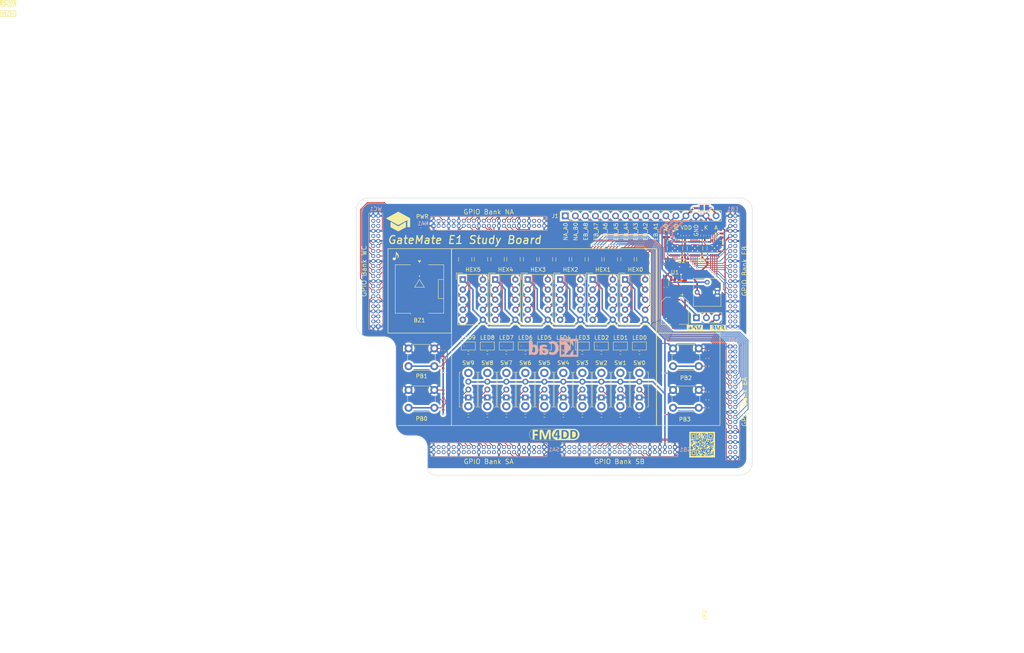
<source format=kicad_pcb>
(kicad_pcb (version 20221018) (generator pcbnew)
  (layers (0 "F.Cu" signal) (31 "B.Cu" signal) (34 "B.Paste" user) (35 "F.Paste" user) (36 "B.SilkS" user "B.Silkscreen") (37 "F.SilkS" user "F.Silkscreen") (38 "B.Mask" user) (39 "F.Mask" user) (44 "Edge.Cuts" user))
  (net 0 "")
  (net 1 "GND")
  (net 2 "/data-out/A0")
  (net 3 "/data-out/F0")
  (net 4 "/data-out/G0")
  (net 5 "/data-out/E0")
  (net 6 "/data-out/D0")
  (net 7 "/data-out/DP0")
  (net 8 "/data-out/C0")
  (net 9 "/data-out/B0")
  (net 10 "Net-(C3-Pad1)")
  (net 11 "Net-(C4-Pad1)")
  (net 12 "/data-out/VDD")
  (net 13 "/data-out/V0")
  (net 14 "Net-(J1-Pin_15)")
  (net 15 "Net-(LED0-A)")
  (net 16 "Net-(LED1-A)")
  (net 17 "Net-(LED2-A)")
  (net 18 "Net-(LED3-A)")
  (net 19 "Net-(LED4-A)")
  (net 20 "Net-(LED5-A)")
  (net 21 "Net-(LED6-A)")
  (net 22 "Net-(LED7-A)")
  (net 23 "Net-(LED8-A)")
  (net 24 "Net-(LED9-A)")
  (net 25 "Net-(LED10-K)")
  (net 26 "Net-(SW0-B)")
  (net 27 "Net-(SW1-B)")
  (net 28 "Net-(SW2-B)")
  (net 29 "Net-(SW3-B)")
  (net 30 "Net-(SW4-B)")
  (net 31 "Net-(SW5-B)")
  (net 32 "Net-(SW6-B)")
  (net 33 "Net-(SW7-B)")
  (net 34 "Net-(SW8-B)")
  (net 35 "EA_VIO_OUT")
  (net 36 "EA_VIO_IN")
  (net 37 "IO_EA_A8")
  (net 38 "IO_EA_B8")
  (net 39 "IO_EA_A7")
  (net 40 "IO_EA_B7")
  (net 41 "IO_EA_A6")
  (net 42 "IO_EA_B6")
  (net 43 "IO_EA_A5")
  (net 44 "IO_EA_B5")
  (net 45 "IO_EA_A4")
  (net 46 "IO_EA_B4")
  (net 47 "IO_EA_A3")
  (net 48 "IO_EA_B3")
  (net 49 "IO_EA_A2")
  (net 50 "IO_EA_B2")
  (net 51 "IO_EA_A1")
  (net 52 "IO_EA_B1")
  (net 53 "IO_EA_A0")
  (net 54 "IO_EA_B0")
  (net 55 "CLK3_OUT")
  (net 56 "CLK2_OUT")
  (net 57 "RST_OUT")
  (net 58 "RST_IN")
  (net 59 "CFG_FAIL")
  (net 60 "CFG_OK")
  (net 61 "IO_EB_A8")
  (net 62 "IO_EB_B8")
  (net 63 "IO_EB_A7")
  (net 64 "IO_EB_B7")
  (net 65 "IO_EB_A6")
  (net 66 "IO_EB_B6")
  (net 67 "IO_EB_A5")
  (net 68 "IO_EB_B5")
  (net 69 "IO_EB_A4")
  (net 70 "IO_EB_B4")
  (net 71 "IO_EB_A3")
  (net 72 "IO_EB_B3")
  (net 73 "IO_EB_A2")
  (net 74 "IO_EB_B2")
  (net 75 "IO_EB_A1")
  (net 76 "IO_EB_B1")
  (net 77 "IO_EB_A0")
  (net 78 "IO_EB_B0")
  (net 79 "IO_NA_A0")
  (net 80 "IO_NA_B0")
  (net 81 "IO_NA_A1")
  (net 82 "IO_NA_B1")
  (net 83 "IO_NA_A2")
  (net 84 "IO_NA_B2")
  (net 85 "IO_NA_A3")
  (net 86 "IO_NA_B3")
  (net 87 "IO_NA_A4")
  (net 88 "IO_NA_B4")
  (net 89 "IO_NA_A5")
  (net 90 "IO_NA_B5")
  (net 91 "IO_NA_A6")
  (net 92 "IO_NA_B6")
  (net 93 "IO_NA_A7")
  (net 94 "IO_NA_B7")
  (net 95 "IO_NA_A8")
  (net 96 "IO_NA_B8")
  (net 97 "VIO_2V5")
  (net 98 "IO_SA_A8")
  (net 99 "IO_SA_B8")
  (net 100 "IO_SA_A7")
  (net 101 "IO_SA_B7")
  (net 102 "IO_SA_A6")
  (net 103 "IO_SA_B6")
  (net 104 "IO_SA_A5")
  (net 105 "IO_SA_B5")
  (net 106 "IO_SA_A4")
  (net 107 "IO_SA_B4")
  (net 108 "IO_SA_A3")
  (net 109 "IO_SA_B3")
  (net 110 "IO_SA_A2")
  (net 111 "IO_SA_B2")
  (net 112 "IO_SA_A1")
  (net 113 "IO_SA_B1")
  (net 114 "IO_SA_A0")
  (net 115 "IO_SA_B0")
  (net 116 "IO_SB_A8")
  (net 117 "IO_SB_B8")
  (net 118 "IO_SB_A7")
  (net 119 "IO_SB_B7")
  (net 120 "IO_SB_A6")
  (net 121 "IO_SB_B6")
  (net 122 "IO_SB_A5")
  (net 123 "IO_SB_B5")
  (net 124 "IO_SB_A4")
  (net 125 "IO_SB_B4")
  (net 126 "IO_SB_A3")
  (net 127 "IO_SB_B3")
  (net 128 "IO_SB_A2")
  (net 129 "IO_SB_B2")
  (net 130 "IO_SB_A1")
  (net 131 "IO_SB_B1")
  (net 132 "IO_SB_A0")
  (net 133 "IO_SB_B0")
  (net 134 "IO_WC_A0")
  (net 135 "IO_WC_A1")
  (net 136 "IO_WC_A2")
  (net 137 "IO_WC_A3")
  (net 138 "IO_WC_A4")
  (net 139 "IO_WC_A5")
  (net 140 "IO_WC_A6")
  (net 141 "IO_WC_A7")
  (net 142 "IO_WC_A8")
  (net 143 "IO_WC_B0")
  (net 144 "IO_WC_B1")
  (net 145 "IO_WC_B2")
  (net 146 "IO_WC_B3")
  (net 147 "IO_WC_B4")
  (net 148 "IO_WC_B5")
  (net 149 "IO_WC_B7")
  (net 150 "NA_VIO_2V5")
  (net 151 "WC_VIO_2V5")
  (net 152 "IO_WC_B8")
  (net 153 "IO_WC_B6")
  (net 154 "+3V3")
  (net 155 "/data-out/A1")
  (net 156 "/data-out/F1")
  (net 157 "/data-out/G1")
  (net 158 "/data-out/E1")
  (net 159 "/data-out/D1")
  (net 160 "/data-out/DP1")
  (net 161 "/data-out/C1")
  (net 162 "/data-out/B1")
  (net 163 "/data-out/A2")
  (net 164 "/data-out/F2")
  (net 165 "/data-out/G2")
  (net 166 "/data-out/E2")
  (net 167 "/data-out/D2")
  (net 168 "/data-out/DP2")
  (net 169 "/data-out/C2")
  (net 170 "/data-out/B2")
  (net 171 "/data-out/A3")
  (net 172 "/data-out/F3")
  (net 173 "/data-out/G3")
  (net 174 "/data-out/E3")
  (net 175 "/data-out/D3")
  (net 176 "/data-out/DP3")
  (net 177 "/data-out/C3")
  (net 178 "/data-out/B3")
  (net 179 "/data-out/A4")
  (net 180 "/data-out/F4")
  (net 181 "/data-out/G4")
  (net 182 "/data-out/E4")
  (net 183 "/data-out/D4")
  (net 184 "/data-out/DP4")
  (net 185 "/data-out/C4")
  (net 186 "/data-out/B4")
  (net 187 "/data-out/A5")
  (net 188 "/data-out/F5")
  (net 189 "/data-out/G5")
  (net 190 "/data-out/E5")
  (net 191 "/data-out/D5")
  (net 192 "/data-out/DP5")
  (net 193 "/data-out/C5")
  (net 194 "/data-out/B5")
  (net 195 "EB_VIO_OUT")
  (net 196 "EB_VIO_IN")
  (net 197 "NA_VIO_OUT")
  (net 198 "WC_VIO_OUT")
  (net 199 "+5V")
  (net 200 "/data-out/EB_A0")
  (net 201 "/data-out/EB_A1")
  (net 202 "/data-out/EB_A2")
  (net 203 "/data-out/EB_A3")
  (net 204 "/data-out/EB_A4")
  (net 205 "/data-out/EB_A5")
  (net 206 "/data-out/EB_A6")
  (net 207 "/data-out/EB_A7")
  (net 208 "/data-out/EB_A8")
  (net 209 "/data-out/NA_A0")
  (net 210 "/data-out/NA_B0")
  (net 211 "Net-(SW9-B)")
  (net 212 "Net-(U2-EN)")
  (net 213 "Net-(U3-EN)")
  (net 222 "Net-(C5-Pad1)")
  (net 223 "Net-(C6-Pad1)")
  (net 224 "Net-(U1-SW)")
  (net 225 "Net-(U4-EN)")
  (footprint "Capacitor_SMD:C_0402_1005Metric" (layer "F.Cu") (at 173.73 65.88 -90)
    (fp_text reference "C9" hide)
    (fp_text value "0.1uF")
  )
  (footprint "Resistor_SMD:R_0402_1005Metric" (layer "F.Cu") (at 127.9 89.1)
    (fp_text reference "R18")
    (fp_text value "200")
  )
  (footprint "Resistor_SMD:R_0402_1005Metric" (layer "F.Cu") (at 111.94 103 -90)
    (fp_text reference "R21")
    (fp_text value "200K")
  )
  (footprint "qr:gm-study-e1-qr" (layer "F.Cu") (at 177.35 112.31)
    (fp_text reference "G***" hide)
    (fp_text value "LOGO" hide)
  )
  (footprint "FM4DD:Potentiometer_Bourns_3362P_Vertical" (layer "F.Cu") (at 178.635 73.525)
    (fp_text reference "RV1" hide)
    (fp_text value "10K")
  )
  (footprint "FM4DD:R_Array_Convex_4x0603" (layer "F.Cu") (at 133.9 65.5 -90)
    (fp_text reference "RA8")
    (fp_text value "180")
  )
  (footprint "Button_Switch_THT:SW_PUSH_6mm" (layer "F.Cu") (at 103.2 98.5)
    (fp_text reference "PB0")
    (fp_text value "SW_Push")
  )
  (footprint "FM4DD:S-PVQFN-N14-1EP_3.65x3.65_P0.5_EP2.05x2.05" (layer "F.Cu") (at 180.53 62.72)
    (fp_text reference "U4")
    (fp_text value "TXB104")
  )
  (footprint "FM4DD:R_Array_Convex_4x0603" (layer "F.Cu") (at 137.9 65.5 -90)
    (fp_text reference "RA7")
    (fp_text value "180")
  )
  (footprint "FM4DD:LED_0402_FPGA" (layer "F.Cu") (at 142.3 87.4)
    (fp_text reference "LED4")
    (fp_text value "SMD0402")
  )
  (footprint "FM4DD:LED_0402_FPGA" (layer "F.Cu") (at 132.7 87.4)
    (fp_text reference "LED6")
    (fp_text value "SMD0402")
  )
  (footprint "Inductor_SMD:L_0603_1608Metric" (layer "F.Cu") (at 173.01 71.75 90)
    (fp_text reference "L1")
    (fp_text value "4.7uH")
  )
  (footprint "Display_7Segment:HDSP-7401" (layer "F.Cu") (at 125.1 70.6)
    (fp_text reference "HEX4")
    (fp_text value "7SEG_HDSP_7501")
  )
  (footprint "Capacitor_SMD:CP_Elec_6.3x5.3" (layer "F.Cu") (at 170.48 78.51 -90)
    (fp_text reference "C7" hide)
    (fp_text value "100uF")
  )
  (footprint "FM4DD:R_Array_Convex_4x0603" (layer "F.Cu") (at 142.1 65.5 -90)
    (fp_text reference "RA6")
    (fp_text value "180")
  )
  (footprint "Resistor_SMD:R_0402_1005Metric" (layer "F.Cu") (at 107.55 56.45 90)
    (fp_text reference "R29")
    (fp_text value "160")
  )
  (footprint "FM4DD:SlideSW_SS12-D01" (layer "F.Cu") (at 142.3 98.4)
    (fp_text reference "SW4")
    (fp_text value "SW_SPDT")
  )
  (footprint "Resistor_SMD:R_0402_1005Metric" (layer "F.Cu") (at 111.94 92.52 -90)
    (fp_text reference "R22")
    (fp_text value "200K")
  )
  (footprint "FM4DD:Label_3V3" (layer "F.Cu") (at 181.38 82.86)
    (fp_text reference "LB5" hide)
    (fp_text value "Label_3V3" hide)
  )
  (footprint "Resistor_SMD:R_0402_1005Metric" (layer "F.Cu") (at 123.1 105 180)
    (fp_text reference "R9")
    (fp_text value "100K")
  )
  (footprint "Resistor_SMD:R_0402_1005Metric" (layer "F.Cu") (at 137.5 89.1)
    (fp_text reference "R16")
    (fp_text value "200")
  )
  (footprint "Capacitor_SMD:C_0402_1005Metric" (layer "F.Cu") (at 168.18 59.9 180)
    (fp_text reference "C12" hide)
    (fp_text value "0.1uF")
  )
  (footprint "FM4DD:CharLCD Header" (layer "F.Cu") (at 142.78 54.52 90)
    (fp_text reference "J1")
    (fp_text value "CharLCD_Header")
  )
  (footprint "Resistor_SMD:R_0402_1005Metric" (layer "F.Cu") (at 111.94 101 -90)
    (fp_text reference "R25")
    (fp_text value "33")
  )
  (footprint "FM4DD:LED_0402_FPGA" (layer "F.Cu") (at 147.1 87.4)
    (fp_text reference "LED3")
    (fp_text value "SMD0402")
  )
  (footprint "FM4DD:S-PVQFN-N14-1EP_3.65x3.65_P0.5_EP2.05x2.05" (layer "F.Cu") (at 175.55 62.72)
    (fp_text reference "U3")
    (fp_text value "TXB104")
  )
  (footprint "FM4DD:SlideSW_SS12-D01" (layer "F.Cu") (at 147.1 98.4)
    (fp_text reference "SW3")
    (fp_text value "SW_SPDT")
  )
  (footprint "Resistor_SMD:R_0402_1005Metric" (layer "F.Cu") (at 118.3 89.1)
    (fp_text reference "R20")
    (fp_text value "200")
  )
  (footprint "Capacitor_SMD:C_0402_1005Metric" (layer "F.Cu") (at 178.66 88.52 90)
    (fp_text reference "C5" hide)
    (fp_text value "1u")
  )
  (footprint "Capacitor_SMD:C_0402_1005Metric" (layer "F.Cu") (at 111.94 99 90)
    (fp_text reference "C3")
    (fp_text value "1u")
  )
  (footprint "FM4DD:R_Array_Convex_4x0603" (layer "F.Cu") (at 158.5 65.5 -90)
    (fp_text reference "RA2")
    (fp_text value "180")
  )
  (footprint "FM4DD:S-PVQFN-N14-1EP_3.65x3.65_P0.5_EP2.05x2.05" (layer "F.Cu") (at 170.49 62.73)
    (fp_text reference "U2")
    (fp_text value "TXB104")
  )
  (footprint "FM4DD:Buzzer_Murata_PKLCS1212E" (layer "F.Cu") (at 105.95 73 90)
    (fp_text reference "BZ1")
    (fp_text value "Buzzer")
  )
  (footprint "Capacitor_SMD:C_0402_1005Metric" (layer "F.Cu") (at 111.94 88.52 90)
    (fp_text reference "C4")
    (fp_text value "1u")
  )
  (footprint "FM4DD:LED_0402_FPGA" (layer "F.Cu") (at 118.3 87.4)
    (fp_text reference "LED9")
    (fp_text value "SMD0402")
  )
  (footprint "Resistor_SMD:R_0402_1005Metric" (layer "F.Cu") (at 142.3 105 180)
    (fp_text reference "R5")
    (fp_text value "100K")
  )
  (footprint "Capacitor_SMD:C_0402_1005Metric" (layer "F.Cu") (at 178.7 59.52 90)
    (fp_text reference "C13" hide)
    (fp_text value "0.1uF")
  )
  (footprint "Resistor_SMD:R_0402_1005Metric" (layer "F.Cu") (at 137.5 105 180)
    (fp_text reference "R6")
    (fp_text value "100K")
  )
  (footprint "FM4DD:Label_5V" (layer "F.Cu") (at 2.050372 0.809731)
    (fp_text reference "LB2" hide)
    (fp_text value "Label_5V" hide)
  )
  (footprint "Button_Switch_THT:SW_PUSH_6mm" (layer "F.Cu") (at 103.2 88)
    (fp_text reference "PB1")
    (fp_text value "SW_Push" hide)
  )
  (footprint "Resistor_SMD:R_0402_1005Metric" (layer "F.Cu") (at 177.37 59.52 90)
    (fp_text reference "R32" hide)
    (fp_text value "10K")
  )
  (footprint "FM4DD:SlideSW_SS12-D01" (layer "F.Cu") (at 137.5 98.4)
    (fp_text reference "SW5")
    (fp_text value "SW_SPDT")
  )
  (footprint "Resistor_SMD:R_0402_1005Metric" (layer "F.Cu") (at 178.67 103 -90)
    (fp_text reference "R24" hide)
    (fp_text value "200K")
  )
  (footprint "FM4DD:R_Array_Convex_4x0603" (layer "F.Cu") (at 129.7 65.5 -90)
    (fp_text reference "RA9")
    (fp_text value "180")
  )
  (footprint "FM4DD:LED_0402_FPGA" (layer "F.Cu") (at 151.9 87.4)
    (fp_text reference "LED2")
    (fp_text value "SMD0402")
  )
  (footprint "FM4DD:Label_5V" (layer "F.Cu") (at 175.5 82.84)
    (fp_text reference "LB6" hide)
    (fp_text value "Label_5V" hide)
  )
  (footprint "Button_Switch_THT:SW_PUSH_6mm" (layer "F.Cu") (at 170 98.5)
    (fp_text reference "PB3")
    (fp_text value "SW_Push")
  )
  (footprint "FM4DD:R_Array_Convex_4x0603" (layer "F.Cu") (at 117.5 65.5 -90)
    (fp_text reference "RA12")
    (fp_text value "180")
  )
  (footprint "Resistor_SMD:R_0402_1005Metric" (layer "F.Cu") (at 123.1 89.1)
    (fp_text reference "R19")
    (fp_text value "200")
  )
  (footprint "FM4DD:Logo_FM4DD_5mm_SScr" (layer "F.Cu") (at 139.774383 109.697479)
    (fp_text reference "LB4" hide)
    (fp_text value "Logo_FM4DD_5mm" hide)
  )
  (footprint "Display_7Segment:HDSP-7401" (layer "F.Cu") (at 149.7 70.6)
    (fp_text reference "HEX1")
    (fp_text value "7SEG_HDSP_7501")
  )
  (footprint "Display_7Segment:HDSP-7401" (layer "F.Cu") (at 116.9 70.6)
    (fp_text reference "HEX5")
    (fp_text value "7SEG_HDSP_7501")
  )
  (footprint "Resistor_SMD:R_0402_1005Metric" (layer "F.Cu") (at 111.94 90.52 -90)
    (fp_text reference "R26")
    (fp_text value "33")
  )
  (footprint "Resistor_SMD:R_0402_1005Metric" (layer "F.Cu") (at 127.9 105 180)
    (fp_text reference "R8")
    (fp_text value "100K")
  )
  (footprint "FM4DD:SlideSW_SS12-D01" (layer "F.Cu") (at 123.1 98.4)
    (fp_text reference "SW8")
    (fp_text value "SW_SPDT")
  )
  (footprint "Resistor_SMD:R_0402_1005Metric" (layer "F.Cu") (at 147.1 105 180)
    (fp_text reference "R4")
    (fp_text value "100K")
  )
  (footprint "Capacitor_SMD:C_0402_1005Metric" (layer "F.Cu") (at 168.66 65.81 90)
    (fp_text reference "C8" hide)
    (fp_text value "0.1uF")
  )
  (footprint "Resistor_SMD:R_0402_1005Metric" (layer "F.Cu") (at 151.9 89.1)
    (fp_text reference "R13")
    (fp_text value "200")
  )
  (footprint "FM4DD:Label_GND" (layer "F.Cu") (at 2.050372 3.433929)
    (fp_text reference "LB3" hide)
    (fp_text value "Label_GND" hide)
  )
  (footprint "Resistor_SMD:R_0402_1005Metric" (layer "F.Cu") (at 182.36 59.49 90)
    (fp_text reference "R33" hide)
    (fp_text value "10K")
  )
  (footprint "Resistor_SMD:R_0402_1005Metric" (layer "F.Cu") (at 177.82 52.63 180)
    (fp_text reference "R30")
    (fp_text value "100" hide)
  )
  (footprint "Display_7Segment:HDSP-7401" (layer "F.Cu") (at 157.9 70.6)
    (fp_text reference "HEX0")
    (fp_text value "7SEG_HDSP_7501")
  )
  (footprint "Capacitor_SMD:C_0402_1005Metric" (layer "F.Cu") (at 178.67 99 90)
    (fp_text reference "C6" hide)
    (fp_text value "1u")
  )
  (footprint "Resistor_SMD:R_0402_1005Metric" (layer "F.Cu") (at 178.67 90.52 -90)
    (fp_text reference "R27" hide)
    (fp_text value "33")
  )
  (footprint "FM4DD:LED_0402_FPGA" (layer "F.Cu") (at 156.7 87.4)
    (fp_text reference "LED1")
    (fp_text value "SMD0402")
  )
  (footprint "Resistor_SMD:R_0402_1005Metric" (layer "F.Cu") (at 161.5 105)
    (fp_text reference "R1")
    (fp_text value "100K")
  )
  (footprint "FM4DD:R_Array_Convex_4x0603" (layer "F.Cu") (at 162.5 65.5 -90)
    (fp_text reference "RA1")
    (fp_text value "180")
  )
  (footprint "FM4DD:R_Array_Convex_4x0603" (layer "F.Cu") (at 121.5 65.5 -90)
    (fp_text reference "RA11")
    (fp_text value "180")
  )
  (footprint "Resistor_SMD:R_0402_1005Metric" (layer "F.Cu") (at 178.67 101 -90)
    (fp_text reference "R28" hide)
    (fp_text value "33")
  )
  (footprint "Resistor_SMD:R_0402_1005Metric" (layer "F.Cu") (at 161.5 89.1)
    (fp_text reference "R11")
    (fp_text value "200")
  )
  (footprint "FM4DD:SlideSW_SS12-D01" (layer "F.Cu") (at 118.3 98.4)
    (fp_text reference "SW9")
    (fp_text value "SW_SPDT")
  )
  (footprint "Capacitor_SMD:C_0402_1005Metric" (layer "F.Cu") (at 173.73 59.52 90)
    (fp_text reference "C11" hide)
    (fp_text value "0.1uF")
  )
  (footprint "Capacitor_SMD:C_0402_1005Metric" (layer "F.Cu") (at 168.12 72.59 -90)
    (fp_text reference "C2")
    (fp_text value "10uF")
  )
  (footprint "Resistor_SMD:R_0402_1005Metric" (layer "F.Cu") (at 156.7 105)
    (fp_text reference "R2")
    (fp_text value "100K")
  )
  (footprint "FM4DD:SlideSW_SS12-D01" (layer "F.Cu") (at 161.5 98.4)
    (fp_text reference "SW0")
    (fp_text value "SW_SPDT")
  )
  (footprint "Resistor_SMD:R_0402_1005Metric" (layer "F.Cu") (at 132.7 105 180)
    (fp_text reference "R7")
    (fp_text value "100K")
  )
  (footprint "Resistor_SMD:R_0402_1005Metric" (layer "F.Cu") (at 147.1 89.1)
    (fp_text reference "R14")
    (fp_text value "200")
  )
  (footprint "FM4DD:SlideSW_SS12-D01" (layer "F.Cu") (at 127.9 98.4)
    (fp_text reference "SW7")
    (fp_text value "SW_SPDT")
  )
  (footprint "Capacitor_SMD:C_0402_1005Metric" (layer "F.Cu") (at 178.71 65.88 -90)
    (fp_text reference "C10" hide)
    (fp_text value "0.1uF")
  )
  (footprint "FM4DD:SlideSW_SS12-D01" (layer "F.Cu") (at 151.9 98.4)
    (fp_text reference "SW2")
    (fp_text value "SW_SPDT")
  )
  (footprint "Resistor_SMD:R_0402_1005Metric" (layer "F.Cu") (at 172.31 59.55 90)
    (fp_text reference "R31" hide)
    (fp_text value "10K")
  )
  (footprint "FM4DD:LED_0402_FPGA" (layer "F.Cu") (at 137.5 87.4)
    (fp_text reference "LED5")
    (fp_text value "SMD0402")
  )
  (footprint "FM4DD:SlideSW_SS12-D01" (layer "F.Cu") (at 156.7 98.4)
    (fp_text reference "SW1")
    (fp_text value "SW_SPDT")
  )
  (footprint "FM4DD:SlideSW_SS12-D01" (layer "F.Cu") (at 132.7 98.4)
    (fp_text reference "SW6")
    (fp_text value "SW_SPDT")
  )
  (footprint "FM4DD:LED_0402_FPGA" (layer "F.Cu") (at 127.9 87.4)
    (fp_text reference "LED7")
    (fp_text value "SMD0402")
  )
  (footprint "Connector_PinHeader_2.54mm:PinHeader_1x03_P2.54mm_Vertical" (layer "F.Cu") (at 175.89 80.26 90)
    (fp_text reference "JP2")
    (fp_text value "UP_PWR")
  )
  (footprint "FM4DD:R_Array_Convex_4x0603" (layer "F.Cu") (at 146.1 65.5 -90)
    (fp_text reference "RA5")
    (fp_text value "180")
  )
  (footprint "Button_Switch_THT:SW_PUSH_6mm" (layer "F.Cu") (at 170 88)
    (fp_text reference "PB2")
    (fp_text value "SW_Push")
  )
  (footprint "FM4DD:R_Array_Convex_4x0603" (layer "F.Cu") (at 154.3 65.5 -90)
    (fp_text reference "RA3")
    (fp_text value "180")
  )
  (footprint "FM4DD:R_Array_Convex_4x0603" (layer "F.Cu") (at 150.3 65.5 -90)
    (fp_text reference "RA4")
    (fp_text value "180")
  )
  (footprint "Resistor_SMD:R_0402_1005Metric" (layer "F.Cu") (at 142.3 89.1)
    (fp_text reference "R15")
    (fp_text value "200")
  )
  (footprint "Display_7Segment:HDSP-7401" (layer "F.Cu") (at 133.3 70.6)
    (fp_text reference "HEX3")
    (fp_text value "7SEG_HDSP_7501")
  )
  (footprint "Package_TO_SOT_SMD:SOT-23-6" (layer "F.Cu") (at 170.47 71.44 -90)
    (fp_text reference "U1")
    (fp_text value "SGM6603-5.0")
  )
  (footprint "FM4DD:LED_0402_no_frame" (layer "F.Cu") (at 106.3 56.45 90)
    (fp_text reference "LED10")
    (fp_text value "SMD0402")
  )
  (footprint "Resistor_SMD:R_0402_1005Metric" (layer "F.Cu") (at 178.67 92.52 -90)
    (fp_text reference "R23" hide)
    (fp_text value "200K")
  )
  (footprint "Resistor_SMD:R_0402_1005Metric" (layer "F.Cu") (at 132.7 89.1)
    (fp_text reference "R17")
    (fp_text value "200")
  )
  (footprint "Resistor_SMD:R_0402_1005Metric" (layer "F.Cu") (at 118.3 105 180)
    (fp_text reference "R10")
    (fp_text value "100K")
  )
  (footprint "FM4DD:LED_0402_FPGA" (layer "F.Cu") (at 123.1 87.4)
    (fp_text reference "LED8")
    (fp_text value "SMD0402")
  )
  (footprint "Resistor_SMD:R_0402_1005Metric" (layer "F.Cu") (at 156.7 89.1)
    (fp_text reference "R12")
    (fp_text value "200")
  )
  (footprint "FM4DD:LED_0402_FPGA" (layer "F.Cu") (at 161.5 87.4)
    (fp_text reference "LED0")
    (fp_text value "SMD0402")
  )
  (footprint "Capacitor_SMD:C_0402_1005Metric" (layer "F.Cu") (at 168.13 70.31 90)
    (fp_text reference "C1")
    (fp_text value "10uF")
  )
  (footprint "Display_7Segment:HDSP-7401" (layer "F.Cu") (at 141.5 70.6)
    (fp_text reference "HEX2")
    (fp_text value "7SEG_HDSP_7501")
  )
  (footprint "Resistor_SMD:R_0402_1005Metric" (layer "F.Cu") (at 151.9 105)
    (fp_text reference "R3")
    (fp_text value "100K")
  )
  (footprint "FM4DD:R_Array_Convex_4x0603" (layer "F.Cu") (at 125.7 65.5 -90)
    (fp_text reference "RA10")
    (fp_text value "180")
  )
  (footprint "FM4DD:PinHeader_2x23_P1.27_backside" (layer "B.Cu") (at 94.915 68.48)
    (fp_text reference "WC1")
    (fp_text value "Hdr_2x23_P1.27")
  )
  (footprint "FM4DD:PinHeader_2x23_P1.27_backside" (layer "B.Cu") (at 123.49 56.415 -90)
    (fp_text reference "NA1")
    (fp_text value "Hdr_2x23_P1.27")
  )
  (footprint "Jumper:SolderJumper-2_P1.3mm_Open_Pad1.0x1.5mm" (layer "B.Cu") (at 177.9 52.51)
    (fp_text reference "JP1")
    (fp_text value "SolderJumper_2_Open")
  )
  (footprint "FM4DD:PinHeader_2x23_P1.27_backside" (layer "B.Cu") (at 156.51 113.565 90)
    (fp_text reference "SB1")
    (fp_text value "Hdr_2x23_P1.27")
  )
  (footprint "FM4DD:PinHeader_2x23_P1.27_backside" (layer "B.Cu") (at 123.49 113.565 90)
    (fp_text reference "SA1")
    (fp_text value "Hdr_2x23_P1.27")
  )
  (footprint "FM4DD:PinHeader_2x23_P1.27_backside" (layer "B.Cu") (at 185.085 101.5 180)
    (fp_text reference "EA1")
    (fp_text value "Hdr_2x23_P1.27")
  )
  (footprint "FM4DD:PinHeader_2x23_P1.27_backside" (layer "B.Cu") (at 185.085 68.48 180)
    (fp_text reference "EB1")
    (fp_text value "Hdr_2x23_P1.27")
  )
  (footprint "FM4DD:Logo_KiCad_5mm_SScr" (layer "B.Cu") (at 139.795698 88.177938 180)
    (fp_text reference "LB1" hide)
    (fp_text value "Logo_KiCad_5mm" hide)
  )
  (gr_line (start 165.79 84.83) (end 165.8 62.81) (stroke (width 0.15)) (layer "F.SilkS"))
  (gr_poly (pts (xy 105.97 66.3) (xy 105.66 65.82) (xy 106.26 65.82)) (stroke (width 0.15)) (fill solid) (layer "F.SilkS"))
  (gr_circle (center 172.04 69.33) (end 172.03 69.23) (stroke (width 0.15)) (fill none) (layer "F.SilkS"))
  (gr_rect (start 98 62.81) (end 114.05 84.14) (stroke (width 0.15)) (fill none) (layer "F.SilkS"))
  (gr_rect (start 114.05 62.81) (end 165.8 107.48) (stroke (width 0.15)) (fill none) (layer "F.SilkS"))
  (gr_circle (center 172.03 69.34) (end 172.04 69.27) (stroke (width 0.15)) (fill none) (layer "F.SilkS"))
  (gr_rect (start 165.8 84.14) (end 181.85 107.48) (stroke (width 0.15)) (fill none) (layer "F.SilkS"))
  (gr_poly (pts (xy 100.240425 63.656384) (xy 100.270857 63.742857) (xy 100.29739 63.815018) (xy 100.320591 63.874492) (xy 100.341025 63.922904) (xy 100.359259 63.961879) (xy 100.367728 63.978337) (xy 100.37586 63.993044) (xy 100.383725 64.006205) (xy 100.391394 64.018023) (xy 100.398938 64.0287) (xy 100.406427 64.038441) (xy 100.421527 64.055924) (xy 100.437259 64.072097) (xy 100.472887 64.107015) (xy 100.493915 64.129011) (xy 100.517842 64.156198) (xy 100.545234 64.190201) (xy 100.560406 64.210267) (xy 100.576657 64.232647) (xy 100.610089 64.285442) (xy 100.639423 64.337241) (xy 100.664816 64.388017) (xy 100.686423 64.437744) (xy 100.7044 64.486394) (xy 100.718903 64.533941) (xy 100.730088 64.580359) (xy 100.73811 64.625619) (xy 100.743126 64.669696) (xy 100.745292 64.712563) (xy 100.744763 64.754193) (xy 100.741695 64.794559) (xy 100.736245 64.833635) (xy 100.728567 64.871393) (xy 100.718818 64.907807) (xy 100.707155 64.94285) (xy 100.693731 64.976495) (xy 100.678705 65.008716) (xy 100.662231 65.039485) (xy 100.644465 65.068777) (xy 100.625563 65.096563) (xy 100.605682 65.122818) (xy 100.584977 65.147515) (xy 100.563603 65.170627) (xy 100.541717 65.192126) (xy 100.519475 65.211987) (xy 100.497032 65.230183) (xy 100.474545 65.246686) (xy 100.452169 65.26147) (xy 100.430061 65.274508) (xy 100.408375 65.285774) (xy 100.387268 65.29524) (xy 100.428967 65.17676) (xy 100.449147 65.118181) (xy 100.467422 65.059606) (xy 100.482699 65.000707) (xy 100.493887 64.941157) (xy 100.499891 64.88063) (xy 100.500608 64.849897) (xy 100.499619 64.818796) (xy 100.496787 64.787288) (xy 100.491977 64.75533) (xy 100.485051 64.722882) (xy 100.475873 64.689904) (xy 100.464307 64.656353) (xy 100.450214 64.622189) (xy 100.43346 64.587372) (xy 100.413907 64.55186) (xy 100.391418 64.515613) (xy 100.365858 64.478589) (xy 100.337089 64.440747) (xy 100.304975 64.402047) (xy 100.269378 64.362448) (xy 100.230164 64.321909) (xy 100.187194 64.280388) (xy 100.140333 64.237846) (xy 99.976979 65.513283) (xy 99.945007 65.548389) (xy 99.912709 65.580108) (xy 99.880164 65.608547) (xy 99.847449 65.633811) (xy 99.814645 65.656007) (xy 99.781829 65.675242) (xy 99.749081 65.691621) (xy 99.716478 65.705252) (xy 99.684101 65.71624) (xy 99.652027 65.724692) (xy 99.620336 65.730714) (xy 99.589106 65.734412) (xy 99.558416 65.735893) (xy 99.528345 65.735263) (xy 99.498971 65.732629) (xy 99.470373 65.728096) (xy 99.44263 65.721772) (xy 99.415821 65.713762) (xy 99.390025 65.704173) (xy 99.365319 65.693111) (xy 99.341784 65.680683) (xy 99.319497 65.666994) (xy 99.298538 65.652151) (xy 99.278984 65.636261) (xy 99.260916 65.61943) (xy 99.244412 65.601764) (xy 99.22955 65.58337) (xy 99.216409 65.564353) (xy 99.205069 65.544821) (xy 99.195607 65.524879) (xy 99.188102 65.504634) (xy 99.182634 65.484192) (xy 99.17678 65.452458) (xy 99.172979 65.421219) (xy 99.171198 65.390561) (xy 99.171404 65.360569) (xy 99.173566 65.331327) (xy 99.17765 65.302921) (xy 99.183624 65.275435) (xy 99.191456 65.248955) (xy 99.201112 65.223566) (xy 99.212562 65.199352) (xy 99.225771 65.176399) (xy 99.240709 65.154792) (xy 99.257341 65.134616) (xy 99.275636 65.115955) (xy 99.295562 65.098896) (xy 99.317085 65.083522) (xy 99.340173 65.069919) (xy 99.364795 65.058172) (xy 99.390916 65.048367) (xy 99.418505 65.040587) (xy 99.44753 65.034918) (xy 99.477957 65.031446) (xy 99.509755 65.030254) (xy 99.542891 65.031429) (xy 99.577332 65.035055) (xy 99.613046 65.041217) (xy 99.65 65.05) (xy 99.688162 65.06149) (xy 99.7275 65.075771) (xy 99.767981 65.092928) (xy 99.809572 65.113047) (xy 99.852241 65.136212) (xy 100.056672 63.626063)) (stroke (width 0.00075)) (fill solid) (layer "F.SilkS"))
  (gr_poly (pts (xy 103.500416 55.1625) (xy 102.97125 55.1625) (xy 102.97125 55.451136) (xy 100.59 56.75) (xy 97.679583 55.1625) (xy 100.59 53.575)) (stroke (width 0.2)) (fill solid) (layer "F.SilkS"))
  (gr_line (start 114.07 107.48) (end 100.64 107.48) (stroke (width 0.15)) (layer "F.SilkS"))
  (gr_poly (pts (xy 103.500416 57.279166) (xy 102.97125 57.279166) (xy 102.97125 55.451136) (xy 103.500416 55.1625)) (stroke (width 0.2)) (fill solid) (layer "F.SilkS"))
  (gr_poly (pts (xy 102.442083 57.332083) (xy 100.59 58.3375) (xy 98.737917 57.332083) (xy 98.737917 56.167917) (xy 100.59 57.279166) (xy 102.442083 56.167917)) (stroke (width 0.2)) (fill solid) (layer "F.SilkS"))
  (gr_line (start 108 118) (end 108 113) (stroke (width 0.1)) (layer "Edge.Cuts"))
  (gr_line (start 110 120) (end 140 120) (stroke (width 0.1)) (layer "Edge.Cuts"))
  (gr_line (start 140 50) (end 93 50) (stroke (width 0.1)) (layer "Edge.Cuts"))
  (gr_line (start 140 120) (end 187 120) (stroke (width 0.1)) (layer "Edge.Cuts"))
  (gr_arc (start 105 110) (mid 107.12132 110.87868) (end 108 113) (stroke (width 0.1)) (layer "Edge.Cuts"))
  (gr_line (start 93 85) (end 97 85) (stroke (width 0.1)) (layer "Edge.Cuts"))
  (gr_line (start 90 53) (end 90 82) (stroke (width 0.1)) (layer "Edge.Cuts"))
  (gr_arc (start 103 110) (mid 100.87868 109.12132) (end 100 107) (stroke (width 0.1)) (layer "Edge.Cuts"))
  (gr_arc (start 110 120) (mid 108.585786 119.414214) (end 108 118) (stroke (width 0.1)) (layer "Edge.Cuts"))
  (gr_arc (start 190 117.01) (mid 189.11703 119.124094) (end 187 120) (stroke (width 0.1)) (layer "Edge.Cuts"))
  (gr_line (start 100 107) (end 100 88) (stroke (width 0.1)) (layer "Edge.Cuts"))
  (gr_line (start 187 50) (end 140 50) (stroke (width 0.1)) (layer "Edge.Cuts"))
  (gr_arc (start 187 50) (mid 189.12132 50.87868) (end 190 53) (stroke (width 0.1)) (layer "Edge.Cuts"))
  (gr_line (start 105 110) (end 103 110) (stroke (width 0.1)) (layer "Edge.Cuts"))
  (gr_arc (start 97 85) (mid 99.12132 85.87868) (end 100 88) (stroke (width 0.1)) (layer "Edge.Cuts"))
  (gr_arc locked (start 93 85) (mid 90.87868 84.12132) (end 90 82) (stroke (width 0.1)) (layer "Edge.Cuts"))
  (gr_line (start 190 53) (end 190 117.01) (stroke (width 0.1)) (layer "Edge.Cuts"))
  (gr_arc (start 90 53) (mid 90.87868 50.87868) (end 93 50) (stroke (width 0.1)) (layer "Edge.Cuts"))
  (gr_text "GPIO Bank EB" (at 188.04 68.49 90) (layer "F.SilkS") (effects (font (size 1.2 1.2))))
  (gr_text "EB_A6" (at 152.9 58.5 90) (layer "F.SilkS") (effects (font (size 1 1))))
  (gr_text "V0" (at 170.82 57.5 90) (layer "F.SilkS") (effects (font (size 1 1))))
  (gr_text "A0" (at 168.22 57.5 90) (layer "F.SilkS") (effects (font (size 1 1))))
  (gr_text "EB_A2" (at 163.03 58.5 90) (layer "F.SilkS") (effects (font (size 1 1))))
  (gr_text "A" (at 180.86 57.5) (layer "F.SilkS") (effects (font (size 1 1))))
  (gr_text "GPIO Bank NA" (at 123.43 53.53) (layer "F.SilkS") (effects (font (size 1.2 1.2))))
  (gr_text "VDD" (at 173.34 57.5) (layer "F.SilkS") (effects (font (size 1 1))))
  (gr_text "K" (at 178.34 57.5) (layer "F.SilkS") (effects (font (size 1 1))))
  (gr_text "GPIO Bank SA" (at 123.43 116.59) (layer "F.SilkS") (effects (font (size 1.2 1.2))))
  (gr_text "EB_A8" (at 147.96 58.5 90) (layer "F.SilkS") (effects (font (size 1 1))))
  (gr_text "NA_B0" (at 145.41 58.5 90) (layer "F.SilkS") (effects (font (size 1 1))))
  (gr_text "GND" (at 175.85 58.2 90) (layer "F.SilkS") (effects (font (size 1 1))))
  (gr_text "GPIO Bank SB" (at 156.45 116.59) (layer "F.SilkS") (effects (font (size 1.2 1.2))))
  (gr_text "GPIO Bank WC" (at 91.97 68.49 90) (layer "F.SilkS") (effects (font (size 1.2 1.2))))
  (gr_text "EB_A5" (at 155.59 58.5 90) (layer "F.SilkS") (effects (font (size 1 1))))
  (gr_text "GPIO Bank EA" (at 188.04 101.51 90) (layer "F.SilkS") (effects (font (size 1.2 1.2))))
  (gr_text "EB_A3" (at 160.56 58.5 90) (layer "F.SilkS") (effects (font (size 1 1))))
  (gr_text "PWR" (at 106.67 54.71) (layer "F.SilkS") (effects (font (size 1 1))))
  (gr_text "GateMate E1 Study Board" (at 117.36 60.59) (layer "F.SilkS") (effects (font (size 2 2) (thickness 0.3) italic)))
  (gr_text "NA_A0" (at 142.86 58.5 90) (layer "F.SilkS") (effects (font (size 1 1))))
  (gr_text "EB_A7" (at 150.57 58.5 90) (layer "F.SilkS") (effects (font (size 1 1))))
  (gr_text "EB_A1" (at 165.64 58.5 90) (layer "F.SilkS") (effects (font (size 1 1))))
  (gr_text "EB_A4" (at 158.14 58.5 90) (layer "F.SilkS") (effects (font (size 1 1))))
  (segment (start 167.797 65.427) (end 167.797 62.39252) (width 0.2) (layer "F.Cu") (net 1))
  (segment (start 121.965 86.75) (end 118.465 86.75) (width 0.2) (layer "F.Cu") (net 1))
  (segment (start 145.9086 86.75) (end 146.5868 87.4282) (width 0.2) (layer "F.Cu") (net 1))
  (segment (start 147.265 86.75) (end 150.765 86.75) (width 0.2) (layer "F.Cu") (net 1))
  (segment (start 171.65 67.375) (end 171.65 68.41) (width 0.4) (layer "F.Cu") (net 1))
  (segment (start 168.119562 69.83) (end 168.13 69.83) (width 0.4) (layer "F.Cu") (net 1))
  (segment (start 137.015 87.4) (end 136.365 86.75) (width 0.2) (layer "F.Cu") (net 1))
  (segment (start 178.62 88) (end 176.5 88) (width 0.2) (layer "F.Cu") (net 1))
  (segment (start 167.4 72.11) (end 168.12 72.11) (width 0.2) (layer "F.Cu") (net 1))
  (segment (start 183.25 58.32) (end 184.45 58.32) (width 0.4) (layer "F.Cu") (net 1))
  (segment (start 181.28 63.47) (end 181.18 63.37) (width 0.4) (layer "F.Cu") (net 1))
  (segment (start 174.315 67.415) (end 175.25 68.35) (width 0.4) (layer "F.Cu") (net 1))
  (segment (start 171.873 58.377) (end 173.337 58.377) (width 0.2) (layer "F.Cu") (net 1))
  (segment (start 172.315 66.71) (end 172.315 63.48) (width 0.4) (layer "F.Cu") (net 1))
  (segment (start 178.66 88.04) (end 178.62 88) (width 0.2) (layer "F.Cu") (net 1))
  (segment (start 171.65 67.375) (end 172.315 66.71) (width 0.4) (layer "F.Cu") (net 1))
  (segment (start 176.3 63.47) (end 176.2 63.37) (width 0.4) (layer "F.Cu") (net 1))
  (segment (start 136.365 86.75) (end 132.865 86.75) (width 0.2) (layer "F.Cu") (net 1))
  (segment (start 170.47 69.59) (end 170.47 70.3025) (width 0.4) (layer "F.Cu") (net 1))
  (segment (start 173.73 58.77) (end 173.73 59.04) (width 0.2) (layer "F.Cu") (net 1))
  (segment (start 131.565 86.75) (end 128.065 86.75) (width 0.2) (layer "F.Cu") (net 1))
  (segment (start 182.355 63.47) (end 181.28 63.47) (width 0.4) (layer "F.Cu") (net 1))
  (segment (start 167.27 70.679562) (end 168.119562 69.83) (width 0.4) (layer "F.Cu") (net 1))
  (segment (start 118.465 86.75) (end 117.815 87.4) (width 0.2) (layer "F.Cu") (net 1))
  (segment (start 167.27 71.19) (end 167.27 70.679562) (width 0.4) (layer "F.Cu") (net 1))
  (segment (start 174.315 67.415) (end 173.73 66.83) (width 0.4) (layer "F.Cu") (net 1))
  (segment (start 156.865 86.75) (end 160.365 86.75) (width 0.2) (layer "F.Cu") (net 1))
  (segment (start 177.375 63.47) (end 176.3 63.47) (width 0.4) (layer "F.Cu") (net 1))
  (segment (start 178.34 54.52) (end 179.78 55.96) (width 0.4) (layer "F.Cu") (net 1))
  (segment (start 150.765 86.75) (end 151.415 87.4) (width 0.2) (layer "F.Cu") (net 1))
  (segment (start 128.065 86.75) (end 127.415 87.4) (width 0.2) (layer "F.Cu") (net 1))
  (segment (start 177.375 63.47) (end 177.375 65.035438) (width 0.4) (layer "F.Cu") (net 1))
  (segment (start 126.765 86.75) (end 123.265 86.75) (width 0.2) (layer "F.Cu") (net 1))
  (segment (start 170.585 67.375) (end 168.13 69.83) (width 0.4) (layer "F.Cu") (net 1))
  (segment (start 171.65 68.41) (end 170.47 69.59) (width 0.4) (layer "F.Cu") (net 1))
  (segment (start 161.015 87.4) (end 161.665 86.75) (width 0.2) (layer "F.Cu") (net 1))
  (segment (start 132.865 86.75) (end 132.215 87.4) (width 0.2) (layer "F.Cu") (net 1))
  (segment (start 123.265 86.75) (end 122.615 87.4) (width 0.2) (layer "F.Cu") (net 1))
  (segment (start 178.67 98.52) (end 178.65 98.5) (width 0.2) (layer "F.Cu") (net 1))
  (segment (start 142.465 86.75) (end 145.9086 86.75) (width 0.2) (layer "F.Cu") (net 1))
  (segment (start 111.9 88) (end 109.7 88) (width 0.2) (layer "F.Cu") (net 1))
  (segment (start 168.66 66.29) (end 167.797 65.427) (width 0.2) (layer "F.Cu") (net 1))
  (segment (start 146.5868 87.4282) (end 147.265 86.75) (width 0.2) (layer "F.Cu") (net 1))
  (segment (start 178.71 66.87) (end 178.71 66.36) (width 0.4) (layer "F.Cu") (net 1))
  (segment (start 132.215 87.4) (end 131.565 86.75) (width 0.2) (layer "F.Cu") (net 1))
  (segment (start 178.699562 66.36) (end 178.71 66.36) (width 0.4) (layer "F.Cu") (net 1))
  (segment (start 122.615 87.4) (end 121.965 86.75) (width 0.2) (layer "F.Cu") (net 1))
  (segment (start 161.665 86.75) (end 168.75 86.75) (width 0.2) (layer "F.Cu") (net 1))
  (segment (start 179.78 55.96) (end 180.89 55.96) (width 0.4) (layer "F.Cu") (net 1))
  (segment (start 171.14 63.38) (end 171.24 63.48) (width 0.4) (layer "F.Cu") (net 1))
  (segment (start 141.815 87.4) (end 141.165 86.75) (width 0.2) (layer "F.Cu") (net 1))
  (segment (start 167.797 62.39252) (end 167.797 59.997) (width 0.2) (layer "F.Cu") (net 1))
  (segment (start 177.375 65.035438) (end 178.699562 66.36) (width 0.4) (layer "F.Cu") (net 1))
  (segment (start 171.65 67.375) (end 170.585 67.375) (width 0.4) (layer "F.Cu") (net 1))
  (segment (start 173.337 58.377) (end 173.73 58.77) (width 0.2) (layer "F.Cu") (net 1))
  (segment (start 169.52748 62.39252) (end 167.797 62.39252) (width 0.2) (layer "F.Cu") (net 1))
  (segment (start 127.415 87.4) (end 126.765 86.75) (width 0.2) (layer "F.Cu") (net 1))
  (segment (start 107.7 55.79) (end 109.52 55.79) (width 0.2) (layer "F.Cu") (net 1))
  (segment (start 171.21 59.04) (end 171.873 58.377) (width 0.2) (layer "F.Cu") (net 1))
  (segment (start 167.797 59.997) (end 167.7 59.9) (width 0.2) (layer "F.Cu") (net 1))
  (segment (start 107.55 55.94) (end 107.7 55.79) (width 0.2) (layer "F.Cu") (net 1))
  (segment (start 111.94 98.52) (end 111.92 98.5) (width 0.2) (layer "F.Cu") (net 1))
  (segment (start 175.25 68.35) (end 177.23 68.35) (width 0.4) (layer "F.Cu") (net 1))
  (segment (start 169.12 81.31) (end 170.48 81.31) (width 0.4) (layer "F.Cu") (net 1))
  (segment (start 178.65 98.5) (end 176.5 98.5) (width 0.2) (layer "F.Cu") (net 1))
  (segment (start 155.565 86.75) (end 156.215 87.4) (width 0.2) (layer "F.Cu") (net 1))
  (segment (start 177.37 58.15) (end 178.25 58.15) (width 0.2) (layer "F.Cu") (net 1))
  (segment (start 156.215 87.4) (end 156.865 86.75) (width 0.2) (layer "F.Cu") (net 1))
  (segment (start 111.94 88.04) (end 111.9 88) (width 0.2) (layer "F.Cu") (net 1))
  (segment (start 169.84 62.08) (end 169.52748 62.39252) (width 0.2) (layer "F.Cu") (net 1))
  (segment (start 152.065 86.75) (end 155.565 86.75) (width 0.2) (layer "F.Cu") (net 1))
  (segment (start 177.23 68.35) (end 178.71 66.87) (width 0.4) (layer "F.Cu") (net 1))
  (segment (start 151.415 87.4) (end 152.065 86.75) (width 0.2) (layer "F.Cu") (net 1))
  (segment (start 168.75 86.75) (end 170 88) (width 0.2) (layer "F.Cu") (net 1))
  (segment (start 105.95 69.75) (end 105.95 67.4) (width 0.4) (layer "F.Cu") (net 1))
  (segment (start 141.165 86.75) (end 137.665 86.75) (width 0.2) (layer "F.Cu") (net 1))
  (segment (start 178.7 58.6) (end 178.7 59.02) (width 0.2) (layer "F.Cu") (net 1))
  (segment (start 168.265 80.455) (end 169.12 81.31) (width 0.4) (layer "F.Cu") (net 1))
  (segment (start 167.27 79.46) (end 168.265 80.455) (width 0.4) (layer "F.Cu") (net 1))
  (segment (start 178.25 58.15) (end 178.7 58.6) (width 0.2) (layer "F.Cu") (net 1))
  (segment (start 160.365 86.75) (end 161.015 87.4) (width 0.2) (layer "F.Cu") (net 1))
  (segment (start 171.24 63.48) (end 172.315 63.48) (width 0.4) (layer "F.Cu") (net 1))
  (segment (start 141.815 87.4) (end 142.465 86.75) (width 0.2) (layer "F.Cu") (net 1))
  (segment (start 180.89 55.96) (end 183.25 58.32) (width 0.4) (layer "F.Cu") (net 1))
  (segment (start 173.73 66.83) (end 173.73 66.36) (width 0.4) (layer "F.Cu") (net 1))
  (segment (start 167.27 71.19) (end 167.27 79.46) (width 0.4) (layer "F.Cu") (net 1))
  (segment (start 111.92 98.5) (end 109.7 98.5) (width 0.2) (layer "F.Cu") (net 1))
  (segment (start 137.665 86.75) (end 137.015 87.4) (width 0.2) (layer "F.Cu") (net 1))
  (via (at 180.48 62.72) (size 0.5) (drill 0.3) (layers "F.Cu" "B.Cu") (net 1))
  (via (at 171.14 62.08) (size 0.5) (drill 0.3) (layers "F.Cu" "B.Cu") (net 1))
  (via (at 169.84 63.38) (size 0.5) (drill 0.3) (layers "F.Cu" "B.Cu") (net 1))
  (via (at 179.88 62.07) (size 0.5) (drill 0.3) (layers "F.Cu" "B.Cu") (net 1))
  (via (at 168.265 80.455) (size 0.5) (drill 0.3) (layers "F.Cu" "B.Cu") (net 1))
  (via (at 171.21 59.04) (size 0.5) (drill 0.3) (layers "F.Cu" "B.Cu") (net 1))
  (via (at 177.37 58.15) (size 0.5) (drill 0.3) (layers "F.Cu" "B.Cu") (net 1))
  (via (at 181.18 62.07) (size 0.5) (drill 0.3) (layers "F.Cu" "B.Cu") (net 1))
  (via (at 181.18 63.37) (size 0.5) (drill 0.3) (layers "F.Cu" "B.Cu") (net 1))
  (via (at 179.88 63.37) (size 0.5) (drill 0.3) (layers "F.Cu" "B.Cu") (net 1))
  (via (at 175.5 62.72) (size 0.5) (drill 0.3) (layers "F.Cu" "B.Cu") (net 1))
  (via (at 171.65 67.375) (size 0.5) (drill 0.3) (layers "F.Cu" "B.Cu") (net 1))
  (via (at 171.14 63.38) (size 0.5) (drill 0.3) (layers "F.Cu" "B.Cu") (net 1))
  (via (at 105.95 69.75) (size 0.5) (drill 0.3) (layers "F.Cu" "B.Cu") (net 1))
  (via (at 176.2 63.37) (size 0.5) (drill 0.3) (layers "F.Cu" "B.Cu") (net 1))
  (via (at 174.315 67.415) (size 0.5) (drill 0.3) (layers "F.Cu" "B.Cu") (net 1))
  (via (at 170.44 62.73) (size 0.5) (drill 0.3) (layers "F.Cu" "B.Cu") (net 1))
  (via (at 174.9 63.37) (size 0.5) (drill 0.3) (layers "F.Cu" "B.Cu") (net 1))
  (via (at 176.2 62.07) (size 0.5) (drill 0.3) (layers "F.Cu" "B.Cu") (net 1))
  (via (at 169.84 62.08) (size 0.5) (drill 0.3) (layers "F.Cu" "B.Cu") (net 1))
  (via (at 174.9 62.07) (size 0.5) (drill 0.3) (layers "F.Cu" "B.Cu") (net 1))
  (segment (start 109.7116 87.5) (end 109.7 87.5) (width 0.2) (layer "B.Cu") (net 1))
  (segment (start 162.9 70.4675) (end 162.9325 70.5) (width 0.2) (layer "F.Cu") (net 2))
  (segment (start 162.9 66.4) (end 162.9 70.4675) (width 0.2) (layer "F.Cu") (net 2))
  (segment (start 159.046 71.994) (end 157.9 73.14) (width 0.2) (layer "F.Cu") (net 3))
  (segment (start 159.046 69.327224) (end 159.046 71.994) (width 0.2) (layer "F.Cu") (net 3))
  (segment (start 158.1 66.4) (end 158.1 68.381224) (width 0.2) (layer "F.Cu") (net 3))
  (segment (start 158.1 68.381224) (end 159.046 69.327224) (width 0.2) (layer "F.Cu") (net 3))
  (segment (start 156.65 69.075) (end 156.65 74.43) (width 0.2) (layer "F.Cu") (net 4))
  (segment (start 156.65 74.43) (end 157.9 75.68) (width 0.2) (layer "F.Cu") (net 4))
  (segment (start 157.3 66.4) (end 157.3 68.425) (width 0.2) (layer "F.Cu") (net 4))
  (segment (start 157.3 68.425) (end 156.65 69.075) (width 0.2) (layer "F.Cu") (net 4))
  (segment (start 159.373 69.123) (end 159.373 76.747) (width 0.2) (layer "F.Cu") (net 5))
  (segment (start 158.9 66.4) (end 158.9 68.65) (width 0.2) (layer "F.Cu") (net 5))
  (segment (start 159.373 76.747) (end 157.9 78.22) (width 0.2) (layer "F.Cu") (net 5))
  (segment (start 158.9 68.65) (end 159.373 69.123) (width 0.2) (layer "F.Cu") (net 5))
  (segment (start 159.7 66.4) (end 159.7 78.8125) (width 0.2) (layer "F.Cu") (net 6))
  (segment (start 159.7 78.8125) (end 157.8525 80.66) (width 0.2) (layer "F.Cu") (net 6))
  (segment (start 163.7 68.6) (end 164.2 69.1) (width 0.2) (layer "F.Cu") (net 7))
  (segment (start 164.2 69.1) (end 164.2 77) (width 0.2) (layer "F.Cu") (net 7))
  (segment (start 163.7 66.4) (end 163.7 68.6) (width 0.2) (layer "F.Cu") (net 7))
  (segment (start 164.2 77) (end 162.98 78.22) (width 0.2) (layer "F.Cu") (net 7))
  (segment (start 161.3 74) (end 162.98 75.68) (width 0.2) (layer "F.Cu") (net 8))
  (segment (start 161.3 66.38) (end 161.3 74) (width 0.2) (layer "F.Cu") (net 8))
  (segment (start 161.7 69.1) (end 161.7 71.86) (width 0.2) (layer "F.Cu") (net 9))
  (segment (start 161.7 71.86) (end 162.98 73.14) (width 0.2) (layer "F.Cu") (net 9))
  (segment (start 162.1 68.7) (end 161.7 69.1) (width 0.2) (layer "F.Cu") (net 9))
  (segment (start 162.1 66.4) (end 162.1 68.7) (width 0.2) (layer "F.Cu") (net 9))
  (segment (start 111.94 102.49) (end 112.59 101.84) (width 0.2) (layer "F.Cu") (net 10))
  (segment (start 111.94 100.49) (end 111.94 99.48) (width 0.2) (layer "F.Cu") (net 10))
  (segment (start 112.59 101.84) (end 112.59 101.14) (width 0.2) (layer "F.Cu") (net 10))
  (segment (start 112.59 101.14) (end 111.94 100.49) (width 0.2) (layer "F.Cu") (net 10))
  (segment (start 111.43 103) (end 111.94 102.49) (width 0.2) (layer "F.Cu") (net 10))
  (segment (start 109.7 103) (end 111.43 103) (width 0.2) (layer "F.Cu") (net 10))
  (segment (start 103.2 103) (end 109.7 103) (width 0.4) (layer "B.Cu") (net 10))
  (segment (start 111.94 92.01) (end 112.653 91.297) (width 0.2) (layer "F.Cu") (net 11))
  (segment (start 112.653 91.297) (end 112.653 90.723) (width 0.2) (layer "F.Cu") (net 11))
  (segment (start 111.45 92.5) (end 111.94 92.01) (width 0.2) (layer "F.Cu") (net 11))
  (segment (start 111.94 90.01) (end 111.94 89) (width 0.2) (layer "F.Cu") (net 11))
  (segment (start 112.653 90.723) (end 111.94 90.01) (width 0.2) (layer "F.Cu") (net 11))
  (segment (start 109.7 92.5) (end 111.45 92.5) (width 0.2) (layer "F.Cu") (net 11))
  (segment (start 103.2 92.5) (end 109.7 92.5) (width 0.4) (layer "B.Cu") (net 11))
  (segment (start 178.03 59.98) (end 178.7 59.98) (width 0.4) (layer "F.Cu") (net 12))
  (segment (start 181.55 58.97) (end 182.35 58.97) (width 0.4) (layer "F.Cu") (net 12))
  (segment (start 177.31 52.63) (end 175.15 52.63) (width 0.4) (layer "F.Cu") (net 12))
  (segment (start 172.71 59.04) (end 172.31 59.04) (width 0.4) (layer "F.Cu") (net 12))
  (segment (start 178.31 61.97) (end 178.03 61.69) (width 0.2) (layer "F.Cu") (net 12))
  (segment (start 168.665 59.905) (end 168.665 61.98) (width 0.2) (layer "F.Cu") (net 12))
  (segment (start 173.02 61.1) (end 173.02 60) (width 0.4) (layer "F.Cu") (net 12))
  (segment (start 176.095 71.375) (end 173.095 68.375) (width 0.4) (layer "F.Cu") (net 12))
  (segment (start 182.35 58.97) (end 182.36 58.98) (width 0.4) (layer "F.Cu") (net 12))
  (segment (start 173.02 61.1) (end 173.02 61.97) (width 0.4) (layer "F.Cu") (net 12))
  (segment (start 178.03 61.1) (end 178.03 59.29) (width 0.4) (layer "F.Cu") (net 12))
  (segment (start 178.43 76.16) (end 176.095 73.825) (width 0.4) (layer "F.Cu") (net 12))
  (segment (start 173.02 61.97) (end 173.02 68.28) (width 0.4) (layer "F.Cu") (net 12))
  (segment (start 178.03 61.69) (end 178.03 61.1) (width 0.2) (layer "F.Cu") (net 12))
  (segment (start 175.15 52.63) (end 173.26 54.52) (width 0.4) (layer "F.Cu") (net 12))
  (segment (start 177.75 59.01) (end 177.37 59.01) (width 0.4) (layer "F.Cu") (net 12))
  (segment (start 173.02 60) (end 173.02 59.35) (width 0.4) (layer "F.Cu") (net 12))
  (segment (start 176.095 73.825) (end 176.095 71.375) (width 0.4) (layer "F.Cu") (net 12))
  (segment (start 178.03 61.1) (end 178.03 59.98) (width 0.2) (layer "F.Cu") (net 12))
  (segment (start 173.02 68.28) (end 173.1 68.36) (width 0.4) (layer "F.Cu") (net 12))
  (segment (start 169.39 59.9) (end 168.66 59.9) (width 0.4) (layer "F.Cu") (net 12))
  (segment (start 168.66 59.9) (end 168.665 59.905) (width 0.2) (layer "F.Cu") (net 12))
  (segment (start 173.725 61.97) (end 173.02 61.97) (width 0.2) (layer "F.Cu") (net 12))
  (segment (start 173.02 59.35) (end 172.71 59.04) (width 0.4) (layer "F.Cu") (net 12))
  (segment (start 178.705 61.97) (end 178.31 61.97) (width 0.2) (layer "F.Cu") (net 12))
  (segment (start 178.43 80.26) (end 178.43 76.16) (width 0.4) (layer "F.Cu") (net 12))
  (segment (start 173.73 60) (end 173.02 60) (width 0.4) (layer "F.Cu") (net 12))
  (segment (start 178.03 59.29) (end 177.75 59.01) (width 0.4) (layer "F.Cu") (net 12))
  (via (at 181.55 58.97) (size 0.5) (drill 0.3) (layers "F.Cu" "B.Cu") (net 12))
  (via (at 169.39 59.9) (size 0.5) (drill 0.3) (layers "F.Cu" "B.Cu") (net 12))
  (via (at 178.03 61.1) (size 0.5) (drill 0.3) (layers "F.Cu" "B.Cu") (net 12))
  (via (at 175.15 52.63) (size 0.5) (drill 0.3) (layers "F.Cu" "B.Cu") (net 12))
  (via (at 173.02 61.1) (size 0.5) (drill 0.3) (layers "F.Cu" "B.Cu") (net 12))
  (segment (start 179.42 61.1) (end 178.03 61.1) (width 0.4) (layer "B.Cu") (net 12))
  (segment (start 169.39 58.39) (end 173.26 54.52) (width 0.4) (layer "B.Cu") (net 12))
  (segment (start 170.59 61.1) (end 169.39 59.9) (width 0.4) (layer "B.Cu") (net 12))
  (segment (start 175.28 52.5) (end 175.15 52.63) (width 0.4) (layer "B.Cu") (net 12))
  (segment (start 177.25 52.5) (end 175.28 52.5) (width 0.4) (layer "B.Cu") (net 12))
  (segment (start 173.02 61.1) (end 178.03 61.1) (width 0.4) (layer "B.Cu") (net 12))
  (segment (start 181.55 58.97) (end 179.42 61.1) (width 0.4) (layer "B.Cu") (net 12))
  (segment (start 169.39 59.9) (end 169.39 58.39) (width 0.4) (layer "B.Cu") (net 12))
  (segment (start 173.02 61.1) (end 170.59 61.1) (width 0.4) (layer "B.Cu") (net 12))
  (segment (start 167.246 57.994) (end 167.246 67.996) (width 0.4) (layer "B.Cu") (net 13))
  (segment (start 170.535 71.285) (end 178.635 71.285) (width 0.4) (layer "B.Cu") (net 13))
  (segment (start 170.72 54.52) (end 167.246 57.994) (width 0.4) (layer "B.Cu") (net 13))
  (segment (start 167.246 67.996) (end 170.535 71.285) (width 0.4) (layer "B.Cu") (net 13))
  (segment (start 180.88 54.52) (end 180.88 53.92) (width 0.2) (layer "F.Cu") (net 14))
  (segment (start 179.59 52.63) (end 178.33 52.63) (width 0.4) (layer "F.Cu") (net 14))
  (segment (start 180.88 53.92) (end 179.59 52.63) (width 0.4) (layer "F.Cu") (net 14))
  (via (at 179.59 52.63) (size 0.5) (drill 0.3) (layers "F.Cu" "B.Cu") (net 14))
  (segment (start 178.55 52.5) (end 179.46 52.5) (width 0.4) (layer "B.Cu") (net 14))
  (segment (start 179.46 52.5) (end 179.59 52.63) (width 0.4) (layer "B.Cu") (net 14))
  (segment (start 162.01 87.425) (end 162.01 89.1) (width 0.2) (layer "F.Cu") (net 15))
  (segment (start 157.21 87.425) (end 157.21 89.1) (width 0.2) (layer "F.Cu") (net 16))
  (segment (start 152.41 87.425) (end 152.41 89.1) (width 0.2) (layer "F.Cu") (net 17))
  (segment (start 147.61 87.425) (end 147.61 89.1) (width 0.2) (layer "F.Cu") (net 18))
  (segment (start 142.81 87.425) (end 142.81 89.1) (width 0.2) (layer "F.Cu") (net 19))
  (segment (start 138.01 87.425) (end 138.01 89.1692) (width 0.2) (layer "F.Cu") (net 20))
  (segment (start 133.21 87.425) (end 133.21 89.1648) (width 0.2) (layer "F.Cu") (net 21))
  (segment (start 128.41 87.425) (end 128.41 89.1) (width 0.2) (layer "F.Cu") (net 22))
  (segment (start 123.61 87.425) (end 123.61 89.1) (width 0.2) (layer "F.Cu") (net 23))
  (segment (start 118.81 87.425) (end 118.81 89.0868) (width 0.2) (layer "F.Cu") (net 24))
  (segment (start 106.3 56.9175) (end 107.5075 56.9175) (width 0.2) (layer "F.Cu") (net 25))
  (segment (start 107.5075 56.9175) (end 107.55 56.96) (width 0.2) (layer "F.Cu") (net 25))
  (segment (start 163.1 104.3296) (end 162.4296 105) (width 0.2) (layer "F.Cu") (net 26))
  (segment (start 161.5 98.4) (end 163.1 100) (width 0.2) (layer "F.Cu") (net 26))
  (segment (start 163.1 100) (end 163.1 104.3296) (width 0.2) (layer "F.Cu") (net 26))
  (segment (start 162.4296 105) (end 162.01 105) (width 0.2) (layer "F.Cu") (net 26))
  (segment (start 158.3 104.37) (end 157.6904 104.9796) (width 0.2) (layer "F.Cu") (net 27))
  (segment (start 158.3 100) (end 158.3 104.37) (width 0.2) (layer "F.Cu") (net 27))
  (segment (start 156.7 98.4) (end 158.3 100) (width 0.2) (layer "F.Cu") (net 27))
  (segment (start 157.6904 104.9796) (end 157.2996 104.9796) (width 0.2) (layer "F.Cu") (net 27))
  (segment (start 151.9636 98.4796) (end 153.5 100.016) (width 0.2) (layer "F.Cu") (net 28))
  (segment (start 153.5 104.4) (end 152.9 105) (width 0.2) (layer "F.Cu") (net 28))
  (segment (start 152.9 105) (end 152.41 105) (width 0.2) (layer "F.Cu") (net 28))
  (segment (start 153.5 100.016) (end 153.5 104.4) (width 0.2) (layer "F.Cu") (net 28))
  (segment (start 145.5 100) (end 145.5 103.91) (width 0.2) (layer "F.Cu") (net 29))
  (segment (start 145.5 103.91) (end 146.59 105) (width 0.2) (layer "F.Cu") (net 29))
  (segment (start 147.1 98.4) (end 145.5 100) (width 0.2) (layer "F.Cu") (net 29))
  (segment (start 142.3 98.4) (end 140.7 100) (width 0.2) (layer "F.Cu") (net 30))
  (segment (start 140.7 103.91) (end 141.79 105) (width 0.2) (layer "F.Cu") (net 30))
  (segment (start 140.7 100) (end 140.7 103.91) (width 0.2) (layer "F.Cu") (net 30))
  (segment (start 137.5 98.4) (end 136.01 99.89) (width 0.2) (layer "F.Cu") (net 31))
  (segment (start 136.01 104.02) (end 136.99 105) (width 0.2) (layer "F.Cu") (net 31))
  (segment (start 136.01 99.89) (end 136.01 104.02) (width 0.2) (layer "F.Cu") (net 31))
  (segment (start 131.1 100) (end 131.1 103.91) (width 0.2) (layer "F.Cu") (net 32))
  (segment (start 131.1 103.91) (end 132.19 105) (width 0.2) (layer "F.Cu") (net 32))
  (segment (start 132.7 98.4) (end 131.1 100) (width 0.2) (layer "F.Cu") (net 32))
  (segment (start 126.3 103.91) (end 127.39 105) (width 0.2) (layer "F.Cu") (net 33))
  (segment (start 126.3 100) (end 126.3 103.91) (width 0.2) (layer "F.Cu") (net 33))
  (segment (start 127.9 98.4) (end 126.3 100) (width 0.2) (layer "F.Cu") (net 33))
  (segment (start 123.1 98.4) (end 121.5 100) (width 0.2) (layer "F.Cu") (net 34))
  (segment (start 121.5 100) (end 121.5 103.91) (width 0.2) (layer "F.Cu") (net 34))
  (segment (start 121.5 103.91) (end 122.59 105) (width 0.2) (layer "F.Cu") (net 34))
  (segment (start 184.45 88.8) (end 185.72 88.8) (width 0.4) (layer "B.Cu") (net 35))
  (segment (start 184.45 90.07) (end 185.72 90.07) (width 0.4) (layer "B.Cu") (net 36))
  (segment (start 183.43 86.819848) (end 183.43 94.13) (width 0.2) (layer "F.Cu") (net 37))
  (segment (start 159.981656 61.221) (end 165.238136 61.221) (width 0.2) (layer "F.Cu") (net 37))
  (segment (start 166.816 62.798864) (end 166.816 81.051312) (width 0.2) (layer "F.Cu") (net 37))
  (segment (start 183.43 94.13) (end 184.45 95.15) (width 0.2) (layer "F.Cu") (net 37))
  (segment (start 166.816 81.051312) (end 169.605688 83.841) (width 0.2) (layer "F.Cu") (net 37))
  (segment (start 169.605688 83.841) (end 180.451152 83.841) (width 0.2) (layer "F.Cu") (net 37))
  (segment (start 158.923 61.227) (end 159.975656 61.227) (width 0.2) (layer "F.Cu") (net 37))
  (segment (start 157.25 62.9) (end 158.923 61.227) (width 0.2) (layer "F.Cu") (net 37))
  (segment (start 165.238136 61.221) (end 166.816 62.798864) (width 0.2) (layer "F.Cu") (net 37))
  (segment (start 159.975656 61.227) (end 159.981656 61.221) (width 0.2) (layer "F.Cu") (net 37))
  (segment (start 180.451152 83.841) (end 183.43 86.819848) (width 0.2) (layer "F.Cu") (net 37))
  (segment (start 157.3 64.6) (end 157.3 62.95) (width 0.2) (layer "F.Cu") (net 37))
  (segment (start 157.3 62.95) (end 157.25 62.9) (width 0.2) (layer "F.Cu") (net 37))
  (segment (start 155.5 62.8) (end 156.3 62) (width 0.2) (layer "F.Cu") (net 38))
  (segment (start 155.5 62.8) (end 155.5 64.6) (width 0.2) (layer "F.Cu") (net 38))
  (via (at 156.3 62) (size 0.5) (drill 0.3) (layers "F.Cu" "B.Cu") (net 38))
  (segment (start 185.94 86.13) (end 186.66 86.85) (width 0.2) (layer "B.Cu") (net 38))
  (segment (start 156.443 61.807) (end 162.607 61.807) (width 0.2) (layer "B.Cu") (net 38))
  (segment (start 169.12 86.13) (end 185.94 86.13) (width 0.2) (layer "B.Cu") (net 38))
  (segment (start 162.607 61.807) (end 164.53 63.73) (width 0.2) (layer "B.Cu") (net 38))
  (segment (start 156.3 61.95) (end 156.443 61.807) (width 0.2) (layer "B.Cu") (net 38))
  (segment (start 156.3 62) (end 156.3 61.95) (width 0.2) (layer "B.Cu") (net 38))
  (segment (start 186.66 94.21) (end 185.72 95.15) (width 0.2) (layer "B.Cu") (net 38))
  (segment (start 164.53 63.73) (end 164.53 81.54) (width 0.2) (layer "B.Cu") (net 38))
  (segment (start 164.53 81.54) (end 169.12 86.13) (width 0.2) (layer "B.Cu") (net 38))
  (segment (start 186.66 86.85) (end 186.66 94.21) (width 0.2) (layer "B.Cu") (net 38))
  (segment (start 158.1 64.6) (end 158.1 62.89) (width 0.2) (layer "F.Cu") (net 39))
  (segment (start 160.117104 61.548) (end 165.102688 61.548) (width 0.2) (layer "F.Cu") (net 39))
  (segment (start 160.111104 61.554) (end 160.117104 61.548) (width 0.2) (layer "F.Cu") (net 39))
  (segment (start 183.103 86.955296) (end 183.103 95.073) (width 0.2) (layer "F.Cu") (net 39))
  (segment (start 165.102688 61.548) (end 166.489 62.934312) (width 0.2) (layer "F.Cu") (net 39))
  (segment (start 158.1 62.89) (end 159.436 61.554) (width 0.2) (layer "F.Cu") (net 39))
  (segment (start 169.47024 84.168) (end 180.315704 84.168) (width 0.2) (layer "F.Cu") (net 39))
  (segment (start 183.103 95.073) (end 184.45 96.42) (width 0.2) (layer "F.Cu") (net 39))
  (segment (start 159.436 61.554) (end 160.111104 61.554) (width 0.2) (layer "F.Cu") (net 39))
  (segment (start 180.315704 84.168) (end 183.103 86.955296) (width 0.2) (layer "F.Cu") (net 39))
  (segment (start 166.489 81.18676) (end 169.47024 84.168) (width 0.2) (layer "F.Cu") (net 39))
  (segment (start 166.489 62.934312) (end 166.489 81.18676) (width 0.2) (layer "F.Cu") (net 39))
  (segment (start 154.7 62.8) (end 154.7 64.6) (width 0.2) (layer "F.Cu") (net 40))
  (segment (start 154.7 62.8) (end 155.5 62) (width 0.2) (layer "F.Cu") (net 40))
  (via (at 155.5 62) (size 0.5) (drill 0.3) (layers "F.Cu" "B.Cu") (net 40))
  (segment (start 164.857 63.594552) (end 164.857 81.404552) (width 0.2) (layer "B.Cu") (net 40))
  (segment (start 186.987 86.714552) (end 186.987 87.43) (width 0.2) (layer "B.Cu") (net 40))
  (segment (start 186.987 95.153) (end 185.72 96.42) (width 0.2) (layer "B.Cu") (net 40))
  (segment (start 162.742448 61.48) (end 164.857 63.594552) (width 0.2) (layer "B.Cu") (net 40))
  (segment (start 164.857 81.404552) (end 169.255448 85.803) (width 0.2) (layer "B.Cu") (net 40))
  (segment (start 155.5 62) (end 156.02 61.48) (width 0.2) (layer "B.Cu") (net 40))
  (segment (start 169.255448 85.803) (end 186.075448 85.803) (width 0.2) (layer "B.Cu") (net 40))
  (segment (start 186.075448 85.803) (end 186.987 86.714552) (width 0.2) (layer "B.Cu") (net 40))
  (segment (start 186.987 87.144552) (end 186.987 95.153) (width 0.2) (layer "B.Cu") (net 40))
  (segment (start 156.02 61.48) (end 162.742448 61.48) (width 0.2) (layer "B.Cu") (net 40))
  (segment (start 159.969 61.881) (end 160.246552 61.881) (width 0.2) (layer "F.Cu") (net 41))
  (segment (start 166.162 81.322208) (end 169.334792 84.495) (width 0.2) (layer "F.Cu") (net 41))
  (segment (start 160.252552 61.875) (end 164.96724 61.875) (width 0.2) (layer "F.Cu") (net 41))
  (segment (start 169.334792 84.495) (end 180.180256 84.495) (width 0.2) (layer "F.Cu") (net 41))
  (segment (start 164.96724 61.875) (end 166.162 63.06976) (width 0.2) (layer "F.Cu") (net 41))
  (segment (start 160.246552 61.881) (end 160.252552 61.875) (width 0.2) (layer "F.Cu") (net 41))
  (segment (start 158.9 62.95) (end 159.969 61.881) (width 0.2) (layer "F.Cu") (net 41))
  (segment (start 166.162 63.06976) (end 166.162 81.322208) (width 0.2) (layer "F.Cu") (net 41))
  (segment (start 182.776 96.016) (end 184.45 97.69) (width 0.2) (layer "F.Cu") (net 41))
  (segment (start 158.9 64.6) (end 158.9 62.95) (width 0.2) (layer "F.Cu") (net 41))
  (segment (start 180.180256 84.495) (end 182.776 87.090744) (width 0.2) (layer "F.Cu") (net 41))
  (segment (start 182.776 87.090744) (end 182.776 96.016) (width 0.2) (layer "F.Cu") (net 41))
  (segment (start 153.9 62.8) (end 154.7 62) (width 0.2) (layer "F.Cu") (net 42))
  (segment (start 153.9 62.8) (end 153.9 64.6) (width 0.2) (layer "F.Cu") (net 42))
  (via (at 154.7 62) (size 0.5) (drill 0.3) (layers "F.Cu" "B.Cu") (net 42))
  (segment (start 187.314 87.009104) (end 187.314 96.096) (width 0.2) (layer "B.Cu") (net 42))
  (segment (start 186.210896 85.476) (end 187.314 86.579104) (width 0.2) (layer "B.Cu") (net 42))
  (segment (start 155.55 61.15) (end 162.874896 61.15) (width 0.2) (layer "B.Cu") (net 42))
  (segment (start 162.874896 61.15) (end 165.184 63.459104) (width 0.2) (layer "B.Cu") (net 42))
  (segment (start 187.314 96.096) (end 185.72 97.69) (width 0.2) (layer "B.Cu") (net 42))
  (segment (start 165.184 81.269104) (end 169.390896 85.476) (width 0.2) (layer "B.Cu") (net 42))
  (segment (start 165.184 63.459104) (end 165.184 81.269104) (width 0.2) (layer "B.Cu") (net 42))
  (segment (start 187.314 86.579104) (end 187.314 87.35) (width 0.2) (layer "B.Cu") (net 42))
  (segment (start 169.390896 85.476) (end 186.210896 85.476) (width 0.2) (layer "B.Cu") (net 42))
  (segment (start 154.7 62) (end 155.55 61.15) (width 0.2) (layer "B.Cu") (net 42))
  (segment (start 165.835 81.457656) (end 169.199344 84.822) (width 0.2) (layer "F.Cu") (net 43))
  (segment (start 180.044808 84.822) (end 182.449 87.226192) (width 0.2) (layer "F.Cu") (net 43))
  (segment (start 182.449 87.226192) (end 182.449 98.229) (width 0.2) (layer "F.Cu") (net 43))
  (segment (start 159.7 64.6) (end 159.7 62.89) (width 0.2) (layer "F.Cu") (net 43))
  (segment (start 160.388 62.202) (end 164.831792 62.202) (width 0.2) (layer "F.Cu") (net 43))
  (segment (start 169.199344 84.822) (end 180.044808 84.822) (width 0.2) (layer "F.Cu") (net 43))
  (segment (start 164.831792 62.202) (end 165.835 63.205208) (width 0.2) (layer "F.Cu") (net 43))
  (segment (start 182.449 98.229) (end 184.45 100.23) (width 0.2) (layer "F.Cu") (net 43))
  (segment (start 165.835 63.205208) (end 165.835 81.457656) (width 0.2) (layer "F.Cu") (net 43))
  (segment (start 159.7 62.89) (end 160.388 62.202) (width 0.2) (layer "F.Cu") (net 43))
  (segment (start 153.9 62) (end 153.1 62.8) (width 0.2) (layer "F.Cu") (net 44))
  (segment (start 153.1 62.8) (end 153.1 64.6) (width 0.2) (layer "F.Cu") (net 44))
  (via (at 153.9 62) (size 0.5) (drill 0.3) (layers "F.Cu" "B.Cu") (net 44))
  (segment (start 187.641 98.309) (end 185.72 100.23) (width 0.2) (layer "B.Cu") (net 44))
  (segment (start 155.077 60.823) (end 163.010344 60.823) (width 0.2) (layer "B.Cu") (net 44))
  (segment (start 186.346344 85.149) (end 187.641 86.443656) (width 0.2) (layer "B.Cu") (net 44))
  (segment (start 187.641 86.443656) (end 187.641 98.309) (width 0.2) (layer "B.Cu") (net 44))
  (segment (start 169.526344 85.149) (end 186.346344 85.149) (width 0.2) (layer "B.Cu") (net 44))
  (segment (start 163.010344 60.823) (end 165.511 63.323656) (width 0.2) (layer "B.Cu") (net 44))
  (segment (start 153.9 62) (end 155.077 60.823) (width 0.2) (layer "B.Cu") (net 44))
  (segment (start 165.511 63.323656) (end 165.511 81.133656) (width 0.2) (layer "B.Cu") (net 44))
  (segment (start 165.511 81.133656) (end 169.526344 85.149) (width 0.2) (layer "B.Cu") (net 44))
  (segment (start 179.90936 85.149) (end 182.122 87.36164) (width 0.2) (layer "F.Cu") (net 45))
  (segment (start 182.122 87.36164) (end 182.122 99.172) (width 0.2) (layer "F.Cu") (net 45))
  (segment (start 161.3 63.37) (end 162.141 62.529) (width 0.2) (layer "F.Cu") (net 45))
  (segment (start 161.3 64.6) (end 161.3 63.37) (width 0.2) (layer "F.Cu") (net 45))
  (segment (start 169.063896 85.149) (end 179.90936 85.149) (width 0.2) (layer "F.Cu") (net 45))
  (segment (start 162.141 62.529) (end 164.696344 62.529) (width 0.2) (layer "F.Cu") (net 45))
  (segment (start 164.696344 62.529) (end 165.508 63.340656) (width 0.2) (layer "F.Cu") (net 45))
  (segment (start 182.122 99.172) (end 184.45 101.5) (width 0.2) (layer "F.Cu") (net 45))
  (segment (start 165.508 63.340656) (end 165.508 81.593104) (width 0.2) (layer "F.Cu") (net 45))
  (segment (start 165.508 81.593104) (end 169.063896 85.149) (width 0.2) (layer "F.Cu") (net 45))
  (segment (start 152.3 62) (end 151.5 62.8) (width 0.2) (layer "F.Cu") (net 46))
  (segment (start 151.5 62.8) (end 151.5 64.6) (width 0.2) (layer "F.Cu") (net 46))
  (via (at 152.3 62) (size 0.5) (drill 0.3) (layers "F.Cu" "B.Cu") (net 46))
  (segment (start 187.968 86.308208) (end 187.968 87.01) (width 0.2) (layer "B.Cu") (net 46))
  (segment (start 185.72 101.5) (end 187.968 99.252) (width 0.2) (layer "B.Cu") (net 46))
  (segment (start 153.804 60.496) (end 163.145792 60.496) (width 0.2) (layer "B.Cu") (net 46))
  (segment (start 187.968 99.252) (end 187.968 86.738208) (width 0.2) (layer "B.Cu") (net 46))
  (segment (start 186.47782 84.818028) (end 187.968 86.308208) (width 0.2) (layer "B.Cu") (net 46))
  (segment (start 183.469524 84.818028) (end 186.47782 84.818028) (width 0.2) (layer "B.Cu") (net 46))
  (segment (start 183.465552 84.822) (end 183.469524 84.818028) (width 0.2) (layer "B.Cu") (net 46))
  (segment (start 165.838 63.188208) (end 165.838 80.998208) (width 0.2) (layer "B.Cu") (net 46))
  (segment (start 169.661792 84.822) (end 183.465552 84.822) (width 0.2) (layer "B.Cu") (net 46))
  (segment (start 152.3 62) (end 153.804 60.496) (width 0.2) (layer "B.Cu") (net 46))
  (segment (start 163.145792 60.496) (end 165.838 63.188208) (width 0.2) (layer "B.Cu") (net 46))
  (segment (start 165.838 80.998208) (end 169.661792 84.822) (width 0.2) (layer "B.Cu") (net 46))
  (segment (start 179.773912 85.476) (end 181.795 87.497088) (width 0.2) (layer "F.Cu") (net 47))
  (segment (start 165.181 63.476104) (end 165.181 81.728552) (width 0.2) (layer "F.Cu") (net 47))
  (segment (start 162.1 64.6) (end 162.1 63.412448) (width 0.2) (layer "F.Cu") (net 47))
  (segment (start 164.560896 62.856) (end 165.181 63.476104) (width 0.2) (layer "F.Cu") (net 47))
  (segment (start 181.795 87.497088) (end 181.795 100.115) (width 0.2) (layer "F.Cu") (net 47))
  (segment (start 165.181 81.728552) (end 168.928448 85.476) (width 0.2) (layer "F.Cu") (net 47))
  (segment (start 168.928448 85.476) (end 179.773912 85.476) (width 0.2) (layer "F.Cu") (net 47))
  (segment (start 162.656448 62.856) (end 164.560896 62.856) (width 0.2) (layer "F.Cu") (net 47))
  (segment (start 181.795 100.115) (end 184.45 102.77) (width 0.2) (layer "F.Cu") (net 47))
  (segment (start 162.1 63.412448) (end 162.656448 62.856) (width 0.2) (layer "F.Cu") (net 47))
  (segment (start 151.5 62) (end 150.7 62.8) (width 0.2) (layer "F.Cu") (net 48))
  (segment (start 150.7 62.8) (end 150.7 64.6) (width 0.2) (layer "F.Cu") (net 48))
  (via (at 151.5 62) (size 0.5) (drill 0.3) (layers "F.Cu" "B.Cu") (net 48))
  (segment (start 166.165 80.86276) (end 166.165 63.05276) (width 0.2) (layer "B.Cu") (net 48))
  (segment (start 166.165 63.05276) (end 163.28124 60.169) (width 0.2) (layer "B.Cu") (net 48))
  (segment (start 163.28124 60.169) (end 153.331 60.169) (width 0.2) (layer "B.Cu") (net 48))
  (segment (start 188.295 100.195) (end 188.295 86.17276) (width 0.2) (layer "B.Cu") (net 48))
  (segment (start 188.295 86.17276) (end 186.613268 84.491028) (width 0.2) (layer "B.Cu") (net 48))
  (segment (start 176.443972 84.491028) (end 169.793268 84.491028) (width 0.2) (layer "B.Cu") (net 48))
  (segment (start 186.613268 84.491028) (end 176.443972 84.491028) (width 0.2) (layer "B.Cu") (net 48))
  (segment (start 185.72 102.77) (end 188.295 100.195) (width 0.2) (layer "B.Cu") (net 48))
  (segment (start 153.331 60.169) (end 151.5 62) (width 0.2) (layer "B.Cu") (net 48))
  (segment (start 169.793268 84.491028) (end 166.165 80.86276) (width 0.2) (layer "B.Cu") (net 48))
  (segment (start 179.638464 85.803) (end 181.468 87.632536) (width 0.2) (layer "F.Cu") (net 49))
  (segment (start 168.793 85.803) (end 179.638464 85.803) (width 0.2) (layer "F.Cu") (net 49))
  (segment (start 162.9 64.6) (end 162.9 63.62) (width 0.2) (layer "F.Cu") (net 49))
  (segment (start 181.468 87.632536) (end 181.468 102.328) (width 0.2) (layer "F.Cu") (net 49))
  (segment (start 181.468 102.328) (end 184.45 105.31) (width 0.2) (layer "F.Cu") (net 49))
  (segment (start 162.9 63.62) (end 163.337 63.183) (width 0.2) (layer "F.Cu") (net 49))
  (segment (start 164.425448 63.183) (end 164.854 63.611552) (width 0.2) (layer "F.Cu") (net 49))
  (segment (start 164.854 81.864) (end 168.793 85.803) (width 0.2) (layer "F.Cu") (net 49))
  (segment (start 163.337 63.183) (end 164.425448 63.183) (width 0.2) (layer "F.Cu") (net 49))
  (segment (start 164.854 63.611552) (end 164.854 81.864) (width 0.2) (layer "F.Cu") (net 49))
  (segment (start 149.9 62.8) (end 149.9 64.6) (width 0.2) (layer "F.Cu") (net 50))
  (segment (start 150.7 62) (end 149.9 62.8) (width 0.2) (layer "F.Cu") (net 50))
  (via (at 150.7 62) (size 0.5) (drill 0.3) (layers "F.Cu" "B.Cu") (net 50))
  (segment (start 163.416688 59.842) (end 166.492 62.917312) (width 0.2) (layer "B.Cu") (net 50))
  (segment (start 169.928716 84.164028) (end 186.748716 84.164028) (width 0.2) (layer "B.Cu") (net 50))
  (segment (start 166.492 80.727312) (end 169.928716 84.164028) (width 0.2) (layer "B.Cu") (net 50))
  (segment (start 188.622 102.408) (end 185.72 105.31) (width 0.2) (layer "B.Cu") (net 50))
  (segment (start 186.748716 84.164028) (end 188.622 86.037312) (width 0.2) (layer "B.Cu") (net 50))
  (segment (start 166.492 62.917312) (end 166.492 80.727312) (width 0.2) (layer "B.Cu") (net 50))
  (segment (start 152.858 59.842) (end 163.416688 59.842) (width 0.2) (layer "B.Cu") (net 50))
  (segment (start 188.622 86.037312) (end 188.622 102.408) (width 0.2) (layer "B.Cu") (net 50))
  (segment (start 150.7 62) (end 152.858 59.842) (width 0.2) (layer "B.Cu") (net 50))
  (segment (start 181.141 103.271) (end 184.45 106.58) (width 0.2) (layer "F.Cu") (net 51))
  (segment (start 163.7 64.6) (end 163.7 63.81) (width 0.2) (layer "F.Cu") (net 51))
  (segment (start 164.527 81.999448) (end 168.657552 86.13) (width 0.2) (layer "F.Cu") (net 51))
  (segment (start 164.29 63.51) (end 164.527 63.747) (width 0.2) (layer "F.Cu") (net 51))
  (segment (start 179.503016 86.13) (end 181.141 87.767984) (width 0.2) (layer "F.Cu") (net 51))
  (segment (start 181.141 87.767984) (end 181.141 103.271) (width 0.2) (layer "F.Cu") (net 51))
  (segment (start 164.527 63.747) (end 164.527 81.999448) (width 0.2) (layer "F.Cu") (net 51))
  (segment (start 168.657552 86.13) (end 179.503016 86.13) (width 0.2) (layer "F.Cu") (net 51))
  (segment (start 164 63.51) (end 164.29 63.51) (width 0.2) (layer "F.Cu") (net 51))
  (segment (start 163.7 63.81) (end 164 63.51) (width 0.2) (layer "F.Cu") (net 51))
  (segment (start 149.1 62.8) (end 149.1 63.767552) (width 0.2) (layer "F.Cu") (net 52))
  (segment (start 149.1 64.6) (end 149.1 63.767552) (width 0.2) (layer "F.Cu") (net 52))
  (segment (start 149.1 62.8) (end 149.9 62) (width 0.2) (layer "F.Cu") (net 52))
  (via (at 149.9 62) (size 0.5) (drill 0.3) (layers "F.Cu" "B.Cu") (net 52))
  (segment (start 149.9 62) (end 152.385 59.515) (width 0.2) (layer "B.Cu") (net 52))
  (segment (start 166.819 62.781864) (end 166.819 80.591864) (width 0.2) (layer "B.Cu") (net 52))
  (segment (start 188.949 103.351) (end 188.949 85.901864) (width 0.2) (layer "B.Cu") (net 52))
  (segment (start 186.884164 83.837028) (end 188.949 85.901864) (width 0.2) (layer "B.Cu") (net 52))
  (segment (start 166.819 80.591864) (end 170.064164 83.837028) (width 0.2) (layer "B.Cu") (net 52))
  (segment (start 170.064164 83.837028) (end 186.884164 83.837028) (width 0.2) (layer "B.Cu") (net 52))
  (segment (start 163.552136 59.515) (end 166.819 62.781864) (width 0.2) (layer "B.Cu") (net 52))
  (segment (start 152.385 59.515) (end 163.552136 59.515) (width 0.2) (layer "B.Cu") (net 52))
  (segment (start 185.72 106.58) (end 188.949 103.351) (width 0.2) (layer "B.Cu") (net 52))
  (segment (start 184.45 107.85) (end 180.814 104.214) (width 0.2) (layer "F.Cu") (net 53))
  (segment (start 180.814 93.174) (end 178.67 91.03) (width 0.2) (layer "F.Cu") (net 53))
  (segment (start 180.814 104.214) (end 180.814 93.174) (width 0.2) (layer "F.Cu") (net 53))
  (segment (start 186.1 116.4) (end 186.77 115.73) (width 0.2) (layer "F.Cu") (net 54))
  (segment (start 180.487 105.317) (end 183.48 108.31) (width 0.2) (layer "F.Cu") (net 54))
  (segment (start 184.06 116.4) (end 186.1 116.4) (width 0.2) (layer "F.Cu") (net 54))
  (segment (start 183.48 115.82) (end 184.06 116.4) (width 0.2) (layer "F.Cu") (net 54))
  (segment (start 186.77 115.73) (end 186.77 108.9) (width 0.2) (layer "F.Cu") (net 54))
  (segment (start 178.67 101.51) (end 180.487 103.327) (width 0.2) (layer "F.Cu") (net 54))
  (segment (start 186.77 108.9) (end 185.72 107.85) (width 0.2) (layer "F.Cu") (net 54))
  (segment (start 183.48 108.31) (end 183.48 115.82) (width 0.2) (layer "F.Cu") (net 54))
  (segment (start 180.487 103.327) (end 180.487 105.317) (width 0.2) (layer "F.Cu") (net 54))
  (segment (start 170.99 64.555) (end 170.99 65.41) (width 0.2) (layer "F.Cu") (net 61))
  (via (at 170.99 65.41) (size 0.5) (drill 0.3) (layers "F.Cu" "B.Cu") (net 61))
  (segment (start 170.99 65.41) (end 181.17 65.41) (width 0.2) (layer "B.Cu") (net 61))
  (segment (start 181.17 65.41) (end 184.45 62.13) (width 0.2) (layer "B.Cu") (net 61))
  (segment (start 174.51 64.585) (end 174.51 65.99) (width 0.2) (layer "F.Cu") (net 63))
  (segment (start 174.55 64.545) (end 174.51 64.585) (width 0.2) (layer "F.Cu") (net 63))
  (via (at 174.51 65.99) (size 0.5) (drill 0.3) (layers "F.Cu" "B.Cu") (net 63))
  (segment (start 181.86 65.99) (end 184.45 63.4) (width 0.2) (layer "B.Cu") (net 63))
  (segment (start 174.51 65.99) (end 181.86 65.99) (width 0.2) (layer "B.Cu") (net 63))
  (segment (start 175.05 64.545) (end 175.05 66.55) (width 0.2) (layer "F.Cu") (net 65))
  (via (at 175.05 66.55) (size 0.5) (drill 0.3) (layers "F.Cu" "B.Cu") (net 65))
  (segment (start 182.57 66.55) (end 184.45 64.67) (width 0.2) (layer "B.Cu") (net 65))
  (segment (start 175.05 66.55) (end 182.57 66.55) (width 0.2) (layer "B.Cu") (net 65))
  (segment (start 175.57 64.565) (end 175.55 64.545) (width 0.2) (layer "F.Cu") (net 67))
  (segment (start 175.57 67.07) (end 175.57 64.565) (width 0.2) (layer "F.Cu") (net 67))
  (via (at 175.56 67.08) (size 0.5) (drill 0.3) (layers "F.Cu" "B.Cu") (net 67))
  (segment (start 175.56 67.08) (end 184.32 67.08) (width 0.2) (layer "B.Cu") (net 67))
  (segment (start 184.32 67.08) (end 184.45 67.21) (width 0.2) (layer "B.Cu") (net 67))
  (segment (start 176.05 64.545) (end 176.08 64.575) (width 0.2) (layer "F.Cu") (net 69))
  (segment (start 176.08 64.575) (end 176.08 67.64) (width 0.2) (layer "F.Cu") (net 69))
  (via (at 176.08 67.59) (size 0.5) (drill 0.3) (layers "F.Cu" "B.Cu") (net 69))
  (segment (start 176.08 67.59) (end 183.56 67.59) (width 0.2) (layer "B.Cu") (net 69))
  (segment (start 183.56 67.59) (end 184.45 68.48) (width 0.2) (layer "B.Cu") (net 69))
  (segment (start 179.49 68.07) (end 179.49 64.585) (width 0.2) (layer "F.Cu") (net 71))
  (segment (start 179.49 64.585) (end 179.53 64.545) (width 0.2) (layer "F.Cu") (net 71))
  (segment (start 179.46 68.1) (end 179.49 68.07) (width 0.2) (layer "F.Cu") (net 71))
  (via (at 179.46 68.1) (size 0.5) (drill 0.3) (layers "F.Cu" "B.Cu") (net 71))
  (segment (start 179.46 68.1) (end 182.8 68.1) (width 0.2) (layer "B.Cu") (net 71))
  (segment (start 182.8 68.1) (end 184.45 69.75) (width 0.2) (layer "B.Cu") (net 71))
  (segment (start 180 64.575) (end 180.03 64.545) (width 0.2) (layer "F.Cu") (net 73))
  (segment (start 180 68.59) (end 180 64.575) (width 0.2) (layer "F.Cu") (net 73))
  (segment (start 179.98 68.61) (end 180 68.59) (width 0.2) (layer "F.Cu") (net 73))
  (via (at 179.98 68.61) (size 0.5) (drill 0.3) (layers "F.Cu" "B.Cu") (net 73))
  (segment (start 183.39 70.46) (end 183.39 71.23) (width 0.2) (layer "B.Cu") (net 73))
  (segment (start 184.45 72.29) (end 183.39 71.23) (width 0.2) (layer "B.Cu") (net 73))
  (segment (start 179.98 68.61) (end 181.54 68.61) (width 0.2) (layer "B.Cu") (net 73))
  (segment (start 181.54 68.61) (end 183.39 70.46) (width 0.2) (layer "B.Cu") (net 73))
  (segment (start 180.53 64.545) (end 180.53 69.13) (width 0.2) (layer "F.Cu") (net 75))
  (via (at 180.53 69.13) (size 0.5) (drill 0.3) (layers "F.Cu" "B.Cu") (net 75))
  (segment (start 180.53 69.13) (end 181.33 69.13) (width 0.2) (layer "B.Cu") (net 75))
  (segment (start 181.33 69.13) (end 183.063 70.863) (width 0.2) (layer "B.Cu") (net 75))
  (segment (start 183.063 72.173) (end 184.45 73.56) (width 0.2) (layer "B.Cu") (net 75))
  (segment (start 183.063 70.863) (end 183.063 72.173) (width 0.2) (layer "B.Cu") (net 75))
  (segment (start 181.07 69.71) (end 181.07 64.585) (width 0.2) (layer "F.Cu") (net 77))
  (segment (start 181.07 64.585) (end 181.03 64.545) (width 0.2) (layer "F.Cu") (net 77))
  (via (at 181.07 69.71) (size 0.5) (drill 0.3) (layers "F.Cu" "B.Cu") (net 77))
  (segment (start 182.736 73.116) (end 184.45 74.83) (width 0.2) (layer "B.Cu") (net 77))
  (segment (start 182.736 71.376) (end 182.736 73.116) (width 0.2) (layer "B.Cu") (net 77))
  (segment (start 181.07 69.71) (end 182.736 71.376) (width 0.2) (layer "B.Cu") (net 77))
  (segment (start 168.934552 66.973) (end 169.99 65.917552) (width 0.2) (layer "F.Cu") (net 79))
  (segment (start 168.225448 66.973) (end 168.934552 66.973) (width 0.2) (layer "F.Cu") (net 79))
  (segment (start 105.55 55.4) (end 106.65 54.3) (width 0.2) (layer "F.Cu") (net 79))
  (segment (start 106.668 58.518) (end 105.55 57.4) (width 0.2) (layer "F.Cu") (net 79))
  (segment (start 167.47 66.217552) (end 168.225448 66.973) (width 0.2) (layer "F.Cu") (net 79))
  (segment (start 169.99 65.917552) (end 169.99 64.555) (width 0.2) (layer "F.Cu") (net 79))
  (segment (start 159.71076 60.567) (end 165.509032 60.567) (width 0.2) (layer "F.Cu") (net 79))
  (segment (start 144.88524 60.573) (end 159.70476 60.573) (width 0.2) (layer "F.Cu") (net 79))
  (segment (start 120.760552 51.707) (end 138.619032 51.707) (width 0.2) (layer "F.Cu") (net 79))
  (segment (start 118.167552 54.3) (end 120.760552 51.707) (width 0.2) (layer "F.Cu") (net 79))
  (segment (start 167.47 62.527968) (end 167.47 66.217552) (width 0.2) (layer "F.Cu") (net 79))
  (segment (start 115.682 58.518) (end 106.668 58.518) (width 0.2) (layer "F.Cu") (net 79))
  (segment (start 141.343 57.03076) (end 144.88524 60.573) (width 0.2) (layer "F.Cu") (net 79))
  (segment (start 138.619032 51.707) (end 141.343 54.430968) (width 0.2) (layer "F.Cu") (net 79))
  (segment (start 117.14 57.06) (end 115.682 58.518) (width 0.2) (layer "F.Cu") (net 79))
  (segment (start 106.65 54.3) (end 118.167552 54.3) (width 0.2) (layer "F.Cu") (net 79))
  (segment (start 165.509032 60.567) (end 167.47 62.527968) (width 0.2) (layer "F.Cu") (net 79))
  (segment (start 159.70476 60.573) (end 159.71076 60.567) (width 0.2) (layer "F.Cu") (net 79))
  (segment (start 105.55 57.4) (end 105.55 55.4) (width 0.2) (layer "F.Cu") (net 79))
  (segment (start 141.343 54.430968) (end 141.343 57.03076) (width 0.2) (layer "F.Cu") (net 79))
  (segment (start 170.47 64.575) (end 170.49 64.555) (width 0.2) (layer "F.Cu") (net 80))
  (segment (start 159.846208 60.894) (end 165.373584 60.894) (width 0.2) (layer "F.Cu") (net 80))
  (segment (start 168.09 67.3) (end 169.07 67.3) (width 0.2) (layer "F.Cu") (net 80))
  (segment (start 159.840208 60.9) (end 159.846208 60.894) (width 0.2) (layer "F.Cu") (net 80))
  (segment (start 167.143 66.353) (end 168.09 67.3) (width 0.2) (layer "F.Cu") (net 80))
  (segment (start 141.016 57.166208) (end 144.749792 60.9) (width 0.2) (layer "F.Cu") (net 80))
  (segment (start 167.143 62.663416) (end 167.143 66.353) (width 0.2) (layer "F.Cu") (net 80))
  (segment (start 170.47 65.9) (end 170.47 64.575) (width 0.2) (layer "F.Cu") (net 80))
  (segment (start 141.016 54.566416) (end 141.016 57.166208) (width 0.2) (layer "F.Cu") (net 80))
  (segment (start 144.749792 60.9) (end 159.840208 60.9) (width 0.2) (layer "F.Cu") (net 80))
  (segment (start 165.373584 60.894) (end 167.143 62.663416) (width 0.2) (layer "F.Cu") (net 80))
  (segment (start 117.15 55.78) (end 120.896 52.034) (width 0.2) (layer "F.Cu") (net 80))
  (segment (start 120.896 52.034) (end 138.483584 52.034) (width 0.2) (layer "F.Cu") (net 80))
  (segment (start 117.14 55.78) (end 117.15 55.78) (width 0.2) (layer "F.Cu") (net 80))
  (segment (start 138.483584 52.034) (end 141.016 54.566416) (width 0.2) (layer "F.Cu") (net 80))
  (segment (start 169.07 67.3) (end 170.47 65.9) (width 0.2) (layer "F.Cu") (net 80))
  (segment (start 119.878 58.518) (end 118.41 57.05) (width 0.2) (layer "F.Cu") (net 81))
  (segment (start 132.7 64.6) (end 132.7 62.96) (width 0.2) (layer "F.Cu") (net 81))
  (segment (start 130.027 60.287) (end 125.09924 60.287) (width 0.2) (layer "F.Cu") (net 81))
  (segment (start 123.33024 58.518) (end 119.878 58.518) (width 0.2) (layer "F.Cu") (net 81))
  (segment (start 132.7 62.96) (end 130.027 60.287) (width 0.2) (layer "F.Cu") (net 81))
  (segment (start 125.09924 60.287) (end 123.33024 58.518) (width 0.2) (layer "F.Cu") (net 81))
  (segment (start 121.839 52.361) (end 138.348136 52.361) (width 0.2) (layer "F.Cu") (net 82))
  (segment (start 140.689 57.301656) (end 147.3 63.912656) (width 0.2) (layer "F.Cu") (net 82))
  (segment (start 138.348136 52.361) (end 140.689 54.701864) (width 0.2) (layer "F.Cu") (net 82))
  (segment (start 147.3 63.912656) (end 147.3 64.6) (width 0.2) (layer "F.Cu") (net 82))
  (segment (start 140.689 54.701864) (end 140.689 57.301656) (width 0.2) (layer "F.Cu") (net 82))
  (segment (start 118.42 55.78) (end 121.839 52.361) (width 0.2) (layer "F.Cu") (net 82))
  (segment (start 133.5 63.297552) (end 133.5 64.6) (width 0.2) (layer "F.Cu") (net 83))
  (segment (start 130.162448 59.96) (end 133.5 63.297552) (width 0.2) (layer "F.Cu") (net 83))
  (segment (start 119.68 57.05) (end 120.821 58.191) (width 0.2) (layer "F.Cu") (net 83))
  (segment (start 125.234688 59.96) (end 130.162448 59.96) (width 0.2) (layer "F.Cu") (net 83))
  (segment (start 120.821 58.191) (end 123.465688 58.191) (width 0.2) (layer "F.Cu") (net 83))
  (segment (start 123.465688 58.191) (end 125.234688 59.96) (width 0.2) (layer "F.Cu") (net 83))
  (segment (start 140.362 57.437104) (end 146.5 63.575104) (width 0.2) (layer "F.Cu") (net 84))
  (segment (start 138.212688 52.688) (end 140.362 54.837312) (width 0.2) (layer "F.Cu") (net 84))
  (segment (start 140.362 54.837312) (end 140.362 57.437104) (width 0.2) (layer "F.Cu") (net 84))
  (segment (start 119.69 55.78) (end 122.782 52.688) (width 0.2) (layer "F.Cu") (net 84))
  (segment (start 146.5 63.575104) (end 146.5 64.6) (width 0.2) (layer "F.Cu") (net 84))
  (segment (start 122.782 52.688) (end 138.212688 52.688) (width 0.2) (layer "F.Cu") (net 84))
  (segment (start 119.68 55.78) (end 119.69 55.78) (width 0.2) (layer "F.Cu") (net 84))
  (segment (start 134.3 63.635104) (end 130.297896 59.633) (width 0.2) (layer "F.Cu") (net 85))
  (segment (start 130.297896 59.633) (end 125.370136 59.633) (width 0.2) (layer "F.Cu") (net 85))
  (segment (start 123.034 57.864) (end 122.22 57.05) (width 0.2) (layer "F.Cu") (net 85))
  (segment (start 123.601136 57.864) (end 123.034 57.864) (width 0.2) (layer "F.Cu") (net 85))
  (segment (start 125.370136 59.633) (end 123.601136 57.864) (width 0.2) (layer "F.Cu") (net 85))
  (segment (start 134.3 64.6) (end 134.3 63.635104) (width 0.2) (layer "F.Cu") (net 85))
  (segment (start 140.035 54.97276) (end 140.035 57.572552) (width 0.2) (layer "F.Cu") (net 86))
  (segment (start 122.22 55.78) (end 124.985 53.015) (width 0.2) (layer "F.Cu") (net 86))
  (segment (start 140.035 57.572552) (end 145.7 63.237552) (width 0.2) (layer "F.Cu") (net 86))
  (segment (start 124.985 53.015) (end 138.07724 53.015) (width 0.2) (layer "F.Cu") (net 86))
  (segment (start 138.07724 53.015) (end 140.035 54.97276) (width 0.2) (layer "F.Cu") (net 86))
  (segment (start 145.7 63.237552) (end 145.7 64.6) (width 0.2) (layer "F.Cu") (net 86))
  (segment (start 125.516 59.306) (end 123.49 57.28) (width 0.2) (layer "F.Cu") (net 87))
  (segment (start 135.1 63.972656) (end 130.433344 59.306) (width 0.2) (layer "F.Cu") (net 87))
  (segment (start 130.433344 59.306) (end 125.516 59.306) (width 0.2) (layer "F.Cu") (net 87))
  (segment (start 135.1 64.6) (end 135.1 63.972656) (width 0.2) (layer "F.Cu") (net 87))
  (segment (start 123.49 57.28) (end 123.49 57.06) (width 0.2) (layer "F.Cu") (net 87))
  (segment (start 137.941792 53.342) (end 139.708 55.108208) (width 0.2) (layer "F.Cu") (net 88))
  (segment (start 144.9 62.9) (end 144.9 64.6) (width 0.2) (layer "F.Cu") (net 88))
  (segment (start 123.5 55.78) (end 125.938 53.342) (width 0.2) (layer "F.Cu") (net 88))
  (segment (start 125.938 53.342) (end 137.941792 53.342) (width 0.2) (layer "F.Cu") (net 88))
  (segment (start 139.708 57.708) (end 144.9 62.9) (width 0.2) (layer "F.Cu") (net 88))
  (segment (start 139.708 55.108208) (end 139.708 57.708) (width 0.2) (layer "F.Cu") (net 88))
  (segment (start 123.49 55.78) (end 123.5 55.78) (width 0.2) (layer "F.Cu") (net 88))
  (segment (start 125.651448 58.979) (end 124.76 58.087552) (width 0.2) (layer "F.Cu") (net 89))
  (segment (start 132.856552 58.979) (end 125.651448 58.979) (width 0.2) (layer "F.Cu") (net 89))
  (segment (start 124.76 58.087552) (end 124.76 57.06) (width 0.2) (layer "F.Cu") (net 89))
  (segment (start 136.7 64.6) (end 136.7 62.822448) (width 0.2) (layer "F.Cu") (net 89))
  (segment (start 136.7 62.822448) (end 132.856552 58.979) (width 0.2) (layer "F.Cu") (net 89))
  (segment (start 139.381 60.041) (end 143.3 63.96) (width 0.2) (layer "F.Cu") (net 90))
  (segment (start 124.76 55.78) (end 126.871 53.669) (width 0.2) (layer "F.Cu") (net 90))
  (segment (start 143.3 63.96) (end 143.3 64.6) (width 0.2) (layer "F.Cu") (net 90))
  (segment (start 139.381 55.243656) (end 139.381 60.041) (width 0.2) (layer "F.Cu") (net 90))
  (segment (start 126.871 53.669) (end 137.806344 53.669) (width 0.2) (layer "F.Cu") (net 90))
  (segment (start 137.806344 53.669) (end 139.381 55.243656) (width 0.2) (layer "F.Cu") (net 90))
  (segment (start 137.5 64.6) (end 137.5 63.16) (width 0.2) (layer "F.Cu") (net 91))
  (segment (start 128.902 58.652) (end 127.3 57.05) (width 0.2) (layer "F.Cu") (net 91))
  (segment (start 132.992 58.652) (end 128.902 58.652) (width 0.2) (layer "F.Cu") (net 91))
  (segment (start 137.5 63.16) (end 132.992 58.652) (width 0.2) (layer "F.Cu") (net 91))
  (segment (start 129.084 53.996) (end 137.670896 53.996) (width 0.2) (layer "F.Cu") (net 92))
  (segment (start 137.670896 53.996) (end 139.054 55.379104) (width 0.2) (layer "F.Cu") (net 92))
  (segment (start 139.054 55.379104) (end 139.054 60.176448) (width 0.2) (layer "F.Cu") (net 92))
  (segment (start 127.3 55.78) (end 129.084 53.996) (width 0.2) (layer "F.Cu") (net 92))
  (segment (start 139.054 60.176448) (end 142.5 63.622448) (width 0.2) (layer "F.Cu") (net 92))
  (segment (start 142.5 63.622448) (end 142.5 64.6) (width 0.2) (layer "F.Cu") (net 92))
  (segment (start 138.3 63.497552) (end 138.3 64.6) (width 0.2) (layer "F.Cu") (net 93))
  (segment (start 133.127448 58.325) (end 138.3 63.497552) (width 0.2) (layer "F.Cu") (net 93))
  (segment (start 128.57 57.06) (end 129.835 58.325) (width 0.2) (layer "F.Cu") (net 93))
  (segment (start 129.835 58.325) (end 133.127448 58.325) (width 0.2) (layer "F.Cu") (net 93))
  (segment (start 141.7 63.284896) (end 141.7 64.6) (width 0.2) (layer "F.Cu") (net 94))
  (segment (start 128.57 55.78) (end 130.027 54.323) (width 0.2) (layer "F.Cu") (net 94))
  (segment (start 138.727 60.311896) (end 141.7 63.284896) (width 0.2) (layer "F.Cu") (net 94))
  (segment (start 138.727 55.514552) (end 138.727 60.311896) (width 0.2) (layer "F.Cu") (net 94))
  (segment (start 137.535448 54.323) (end 138.727 55.514552) (width 0.2) (layer "F.Cu") (net 94))
  (segment (start 130.027 54.323) (end 137.535448 54.323) (width 0.2) (layer "F.Cu") (net 94))
  (segment (start 129.84 57.05) (end 130.788 57.998) (width 0.2) (layer "F.Cu") (net 95))
  (segment (start 130.788 57.998) (end 131.198 57.998) (width 0.2) (layer "F.Cu") (net 95))
  (segment (start 133.262896 57.998) (end 131.05 57.998) (width 0.2) (layer "F.Cu") (net 95))
  (segment (start 139.1 63.835104) (end 133.262896 57.998) (width 0.2) (layer "F.Cu") (net 95))
  (segment (start 139.1 64.6) (end 139.1 63.835104) (width 0.2) (layer "F.Cu") (net 95))
  (segment (start 138.4 55.65) (end 138.4 60.447344) (width 0.2) (layer "F.Cu") (net 96))
  (segment (start 137.4 54.65) (end 138.4 55.65) (width 0.2) (layer "F.Cu") (net 96))
  (segment (start 138.4 60.447344) (end 140.9 62.947344) (width 0.2) (layer "F.Cu") (net 96))
  (segment (start 140.9 62.947344) (end 140.9 64.6) (width 0.2) (layer "F.Cu") (net 96))
  (segment (start 130.97 54.65) (end 137.4 54.65) (width 0.2) (layer "F.Cu") (net 96))
  (segment (start 129.84 55.78) (end 130.97 54.65) (width 0.2) (layer "F.Cu") (net 96))
  (segment (start 167.95 94.27) (end 177.43 94.27) (width 0.2) (layer "F.Cu") (net 97))
  (segment (start 111.94 94.09) (end 111.94 93.03) (width 0.2) (layer "F.Cu") (net 97))
  (segment (start 111.94 104.61) (end 111.94 103.51) (width 0.2) (layer "F.Cu") (net 97))
  (segment (start 177.43 94.27) (end 178.67 93.03) (width 0.2) (layer "F.Cu") (net 97))
  (segment (start 177.47 104.71) (end 178.67 103.51) (width 0.2) (layer "F.Cu") (net 97))
  (segment (start 167.95 104.71) (end 177.47 104.71) (width 0.2) (layer "F.Cu") (net 97))
  (via (at 167.95 94.27) (size 0.5) (drill 0.3) (layers "F.Cu" "B.Cu") (net 97))
  (via (at 111.94 104.61) (size 0.5) (drill 0.3) (layers "F.Cu" "B.Cu") (net 97))
  (via (at 167.95 104.71) (size 0.5) (drill 0.3) (layers "F.Cu" "B.Cu") (net 97))
  (via (at 111.94 94.09) (size 0.5) (drill 0.3) (layers "F.Cu" "B.Cu") (net 97))
  (segment (start 138.38 80.7575) (end 135.7 78.0775) (width 0.4) (layer "B.Cu") (net 97))
  (segment (start 127.8336 96.4796) (end 123.0076 96.4796) (width 0.4) (layer "B.Cu") (net 97))
  (segment (start 167.95 104.71) (end 167.95 112.925) (width 0.4) (layer "B.Cu") (net 97))
  (segment (start 154.6825 80.66) (end 153.0425 82.3) (width 0.4) (layer "B.Cu") (net 97))
  (segment (start 143.91 73.0075) (end 141.5025 70.6) (width 0.4) (layer "B.Cu") (net 97))
  (segment (start 146.58 80.76) (end 145.04 82.3) (width 0.4) (layer "B.Cu") (net 97))
  (segment (start 127.58 73.08) (end 125.1 70.6) (width 0.4) (layer "B.Cu") (net 97))
  (segment (start 147.1376 96.4796) (end 142.3116 96.4796) (width 0.4) (layer "B.Cu") (net 97))
  (segment (start 151.9636 96.4796) (end 147.1376 96.4796) (width 0.4) (layer "B.Cu") (net 97))
  (segment (start 137.4856 96.4796) (end 132.6596 96.4796) (width 0.4) (layer "B.Cu") (net 97))
  (segment (start 167.95 94.27) (end 167.95 85.73) (width 0.4) (layer "B.Cu") (net 97))
  (segment (start 156.7896 96.4796) (end 151.9636 96.4796) (width 0.4) (layer "B.Cu") (net 97))
  (segment (start 146.58 80.76) (end 146.58 80.7575) (width 0.4) (layer "B.Cu") (net 97))
  (segment (start 138.38 80.76) (end 138.38 80.7575) (width 0.4) (layer "B.Cu") (net 97))
  (segment (start 127.58 78.16) (end 127.58 73.08) (width 0.4) (layer "B.Cu") (net 97))
  (segment (start 139.92 82.3) (end 138.38 80.76) (width 0.4) (layer "B.Cu") (net 97))
  (segment (start 167.93 112.945) (end 167.93 114.2) (width 0.4) (layer "B.Cu") (net 97))
  (segment (start 136.87 82.27) (end 131.69 82.27) (width 0.4) (layer "B.Cu") (net 97))
  (segment (start 135.7 78.0775) (end 135.7 72.9975) (width 0.4) (layer "B.Cu") (net 97))
  (segment (start 134.92 112.93) (end 134.92 114.2) (width 0.4) (layer "B.Cu") (net 97))
  (segment (start 162.98 80.76) (end 161.45 82.29) (width 0.4) (layer "B.Cu") (net 97))
  (segment (start 161.5 96.4) (end 164.9 96.4) (width 0.4) (layer "B.Cu") (net 97))
  (segment (start 149.7 70.6) (end 149.7025 70.6) (width 0.4) (layer "B.Cu") (net 97))
  (segment (start 121.98 80.76) (end 119.46 78.24) (width 0.4) (layer "B.Cu") (net 97))
  (segment (start 145.04 82.3) (end 139.92 82.3) (width 0.4) (layer "B.Cu") (net 97))
  (segment (start 130.18 80.76) (end 128.69 82.25) (width 0.4) (layer "B.Cu") (net 97))
  (segment (start 149.7025 70.6) (end 152.12 73.0175) (width 0.4) (layer "B.Cu") (net 97))
  (segment (start 167.95 94.27) (end 167.95 99.45) (width 0.4) (layer "B.Cu") (net 97))
  (segment (start 164.9 96.4) (end 167.95 99.45) (width 0.4) (layer "B.Cu") (net 97))
  (segment (start 119.46 73.16) (end 116.9 70.6) (width 0.4) (layer "B.Cu") (net 97))
  (segment (start 135.7 72.9975) (end 133.3025 70.6) (width 0.4) (layer "B.Cu") (net 97))
  (segment (start 161.5648 96.4796) (end 156.7896 96.4796) (width 0.4) (layer "B.Cu") (net 97))
  (segment (start 123.47 82.25) (end 121.98 80.76) (width 0.4) (layer "B.Cu") (net 97))
  (segment (start 123.0076 96.4796) (end 118.1816 96.4796) (width 0.4) (layer "B.Cu") (net 97))
  (segment (start 162.98 80.76) (end 160.33 78.11) (width 0.4) (layer "B.Cu") (net 97))
  (segment (start 132.6596 96.4796) (end 127.8336 96.4796) (width 0.4) (layer "B.Cu") (net 97))
  (segment (start 160.33 73.03) (end 157.9 70.6) (width 0.4) (layer "B.Cu") (net 97))
  (segment (start 160.33 78.11) (end 160.33 73.03) (width 0.4) (layer "B.Cu") (net 97))
  (segment (start 161.45 82.29) (end 156.3125 82.29) (width 0.4) (layer "B.Cu") (net 97))
  (segment (start 152.12 73.0175) (end 152.12 78.0975) (width 0.4) (layer "B.Cu") (net 97))
  (segment (start 128.69 82.25) (end 123.47 82.25) (width 0.4) (layer "B.Cu") (net 97))
  (segment (start 119.46 78.24) (end 119.46 73.16) (width 0.4) (layer "B.Cu") (net 97))
  (segment (start 111.94 104.63) (end 111.94 90.8) (width 0.4) (layer "B.Cu") (net 97))
  (segment (start 167.95 85.73) (end 162.98 80.76) (width 0.4) (layer "B.Cu") (net 97))
  (segment (start 142.3116 96.4796) (end 137.4856 96.4796) (width 0.4) (layer "B.Cu") (net 97))
  (segment (start 153.0425 82.3) (end 148.12 82.3) (width 0.4) (layer "B.Cu") (net 97))
  (segment (start 146.58 80.7575) (end 143.91 78.0875) (width 0.4) (layer "B.Cu") (net 97))
  (segment (start 143.91 78.0875) (end 143.91 73.0075) (width 0.4) (layer "B.Cu") (net 97))
  (segment (start 138.38 80.76) (end 136.87 82.27) (width 0.4) (layer "B.Cu") (net 97))
  (segment (start 167.95 99.45) (end 167.95 104.71) (width 0.4) (layer "B.Cu") (net 97))
  (segment (start 111.94 90.8) (end 121.98 80.76) (width 0.4) (layer "B.Cu") (net 97))
  (segment (start 131.69 82.27) (end 127.58 78.16) (width 0.4) (layer "B.Cu") (net 97))
  (segment (start 152.12 78.0975) (end 154.6825 80.66) (width 0.4) (layer "B.Cu") (net 97))
  (segment (start 148.12 82.3) (end 146.58 80.76) (width 0.4) (layer "B.Cu") (net 97))
  (segment (start 167.95 112.925) (end 167.93 112.945) (width 0.4) (layer "B.Cu") (net 97))
  (segment (start 156.3125 82.29) (end 154.6825 80.66) (width 0.4) (layer "B.Cu") (net 97))
  (segment (start 141.5025 70.6) (end 141.5 70.6) (width 0.4) (layer "B.Cu") (net 97))
  (segment (start 148.674 91.816) (end 117.099104 91.816) (width 0.2) (layer "F.Cu") (net 98))
  (segment (start 151.39 89.1) (end 148.674 91.816) (width 0.2) (layer "F.Cu") (net 98))
  (segment (start 117.099104 91.816) (end 115.596 93.319104) (width 0.2) (layer "F.Cu") (net 98))
  (segment (start 115.596 93.319104) (end 115.596 107.310896) (width 0.2) (layer "F.Cu") (net 98))
  (segment (start 117.386104 109.101) (end 126.011 109.101) (width 0.2) (layer "F.Cu") (net 98))
  (segment (start 126.011 109.101) (end 129.84 112.93) (width 0.2) (layer "F.Cu") (net 98))
  (segment (start 115.596 107.310896) (end 117.386104 109.101) (width 0.2) (layer "F.Cu") (net 98))
  (segment (start 137.668 115.316) (end 138.43 114.554) (width 0.2) (layer "F.Cu") (net 99))
  (segment (start 127.024 108.774) (end 117.521552 108.774) (width 0.2) (layer "F.Cu") (net 99))
  (segment (start 138.43 114.554) (end 138.43 112.522) (width 0.2) (layer "F.Cu") (net 99))
  (segment (start 130.956 115.316) (end 137.668 115.316) (width 0.2) (layer "F.Cu") (net 99))
  (segment (start 117.234552 92.143) (end 153.147 92.143) (width 0.2) (layer "F.Cu") (net 99))
  (segment (start 130.01 111.76) (end 127.024 108.774) (width 0.2) (layer "F.Cu") (net 99))
  (segment (start 129.84 114.2) (end 130.956 115.316) (width 0.2) (layer "F.Cu") (net 99))
  (segment (start 115.923 93.454552) (end 117.234552 92.143) (width 0.2) (layer "F.Cu") (net 99))
  (segment (start 138.43 112.522) (end 137.668 111.76) (width 0.2) (layer "F.Cu") (net 99))
  (segment (start 115.923 107.175448) (end 115.923 93.454552) (width 0.2) (layer "F.Cu") (net 99))
  (segment (start 153.147 92.143) (end 156.19 89.1) (width 0.2) (layer "F.Cu") (net 99))
  (segment (start 117.521552 108.774) (end 115.923 107.175448) (width 0.2) (layer "F.Cu") (net 99))
  (segment (start 137.668 111.76) (end 130.01 111.76) (width 0.2) (layer "F.Cu") (net 99))
  (segment (start 117.250656 109.428) (end 125.068 109.428) (width 0.2) (layer "F.Cu") (net 100))
  (segment (start 116.963656 91.489) (end 115.269 93.183656) (width 0.2) (layer "F.Cu") (net 100))
  (segment (start 125.068 109.428) (end 128.56 112.92) (width 0.2) (layer "F.Cu") (net 100))
  (segment (start 144.201 91.489) (end 116.963656 91.489) (width 0.2) (layer "F.Cu") (net 100))
  (segment (start 115.269 93.183656) (end 115.269 107.446344) (width 0.2) (layer "F.Cu") (net 100))
  (segment (start 115.269 107.446344) (end 117.250656 109.428) (width 0.2) (layer "F.Cu") (net 100))
  (segment (start 146.59 89.1) (end 144.201 91.489) (width 0.2) (layer "F.Cu") (net 100))
  (segment (start 157.62 92.47) (end 160.99 89.1) (width 0.2) (layer "F.Cu") (net 101))
  (segment (start 116.25 93.59) (end 117.37 92.47) (width 0.2) (layer "F.Cu") (net 101))
  (segment (start 137.746448 115.7) (end 138.757 114.689448) (width 0.2) (layer "F.Cu") (net 101))
  (segment (start 128.147 108.447) (end 117.657 108.447) (width 0.2) (layer "F.Cu") (net 101))
  (segment (start 117.37 92.47) (end 157.62 92.47) (width 0.2) (layer "F.Cu") (net 101))
  (segment (start 130.07 115.7) (end 137.746448 115.7) (width 0.2) (layer "F.Cu") (net 101))
  (segment (start 128.57 114.2) (end 130.07 115.7) (width 0.2) (layer "F.Cu") (net 101))
  (segment (start 138.757 112.341) (end 137.816 111.4) (width 0.2) (layer "F.Cu") (net 101))
  (segment (start 117.657 108.447) (end 116.25 107.04) (width 0.2) (layer "F.Cu") (net 101))
  (segment (start 137.816 111.4) (end 131.1 111.4) (width 0.2) (layer "F.Cu") (net 101))
  (segment (start 138.757 114.689448) (end 138.757 112.341) (width 0.2) (layer "F.Cu") (net 101))
  (segment (start 131.1 111.4) (end 128.147 108.447) (width 0.2) (layer "F.Cu") (net 101))
  (segment (start 116.25 107.04) (end 116.25 93.59) (width 0.2) (layer "F.Cu") (net 101))
  (segment (start 127.3 112.93) (end 124.125 109.755) (width 0.2) (layer "F.Cu") (net 102))
  (segment (start 117.115208 109.755) (end 114.942 107.581792) (width 0.2) (layer "F.Cu") (net 102))
  (segment (start 139.728 91.162) (end 141.79 89.1) (width 0.2) (layer "F.Cu") (net 102))
  (segment (start 116.828208 91.162) (end 139.728 91.162) (width 0.2) (layer "F.Cu") (net 102))
  (segment (start 124.125 109.755) (end 117.115208 109.755) (width 0.2) (layer "F.Cu") (net 102))
  (segment (start 114.942 93.048208) (end 116.828208 91.162) (width 0.2) (layer "F.Cu") (net 102))
  (segment (start 114.942 107.581792) (end 114.942 93.048208) (width 0.2) (layer "F.Cu") (net 102))
  (segment (start 121.912 110.082) (end 116.97976 110.082) (width 0.2) (layer "F.Cu") (net 104))
  (segment (start 116.69276 90.835) (end 135.255 90.835) (width 0.2) (layer "F.Cu") (net 104))
  (segment (start 114.615 107.71724) (end 114.615 92.91276) (width 0.2) (layer "F.Cu") (net 104))
  (segment (start 116.97976 110.082) (end 114.615 107.71724) (width 0.2) (layer "F.Cu") (net 104))
  (segment (start 124.75 112.92) (end 121.912 110.082) (width 0.2) (layer "F.Cu") (net 104))
  (segment (start 135.255 90.835) (end 136.99 89.1) (width 0.2) (layer "F.Cu") (net 104))
  (segment (start 114.615 92.91276) (end 116.69276 90.835) (width 0.2) (layer "F.Cu") (net 104))
  (segment (start 116.844312 110.409) (end 114.288 107.852688) (width 0.2) (layer "F.Cu") (net 106))
  (segment (start 114.288 92.777312) (end 116.557312 90.508) (width 0.2) (layer "F.Cu") (net 106))
  (segment (start 120.969 110.409) (end 116.844312 110.409) (width 0.2) (layer "F.Cu") (net 106))
  (segment (start 116.557312 90.508) (end 130.782 90.508) (width 0.2) (layer "F.Cu") (net 106))
  (segment (start 123.49 112.93) (end 120.969 110.409) (width 0.2) (layer "F.Cu") (net 106))
  (segment (start 114.288 107.852688) (end 114.288 92.777312) (width 0.2) (layer "F.Cu") (net 106))
  (segment (start 130.782 90.508) (end 132.19 89.1) (width 0.2) (layer "F.Cu") (net 106))
  (segment (start 113.961 92.641864) (end 116.421864 90.181) (width 0.2) (layer "F.Cu") (net 108))
  (segment (start 113.961 107.988136) (end 113.961 92.641864) (width 0.2) (layer "F.Cu") (net 108))
  (segment (start 116.708864 110.736) (end 113.961 107.988136) (width 0.2) (layer "F.Cu") (net 108))
  (segment (start 122.22 112.93) (end 120.026 110.736) (width 0.2) (layer "F.Cu") (net 108))
  (segment (start 120.026 110.736) (end 116.708864 110.736) (width 0.2) (layer "F.Cu") (net 108))
  (segment (start 116.421864 90.181) (end 126.309 90.181) (width 0.2) (layer "F.Cu") (net 108))
  (segment (start 126.309 90.181) (end 127.39 89.1) (width 0.2) (layer "F.Cu") (net 108))
  (segment (start 113.634 92.506416) (end 116.286416 89.854) (width 0.2) (layer "F.Cu") (net 110))
  (segment (start 113.634 108.144) (end 113.634 92.506416) (width 0.2) (layer "F.Cu") (net 110))
  (segment (start 117.813 111.063) (end 116.5 111.063) (width 0.2) (layer "F.Cu") (net 110))
  (segment (start 119.68 112.93) (end 117.813 111.063) (width 0.2) (layer "F.Cu") (net 110))
  (segment (start 116.553 111.063) (end 113.634 108.144) (width 0.2) (layer "F.Cu") (net 110))
  (segment (start 116.286416 89.854) (end 121.836 89.854) (width 0.2) (layer "F.Cu") (net 110))
  (segment (start 121.836 89.854) (end 122.59 89.1) (width 0.2) (layer "F.Cu") (net 110))
  (segment (start 113.307 108.357) (end 113.307 92.370968) (width 0.2) (layer "F.Cu") (net 112))
  (segment (start 118.41 112.93) (end 116.87 111.39) (width 0.2) (layer "F.Cu") (net 112))
  (segment (start 113.307 92.370968) (end 116.577968 89.1) (width 0.2) (layer "F.Cu") (net 112))
  (segment (start 116.87 111.39) (end 116.34 111.39) (width 0.2) (layer "F.Cu") (net 112))
  (segment (start 116.34 111.39) (end 113.307 108.357) (width 0.2) (layer "F.Cu") (net 112))
  (segment (start 116.577968 89.1) (end 117.79 89.1) (width 0.2) (layer "F.Cu") (net 112))
  (segment (start 108.82 78.6) (end 112.98 82.76) (width 0.2) (layer "F.Cu") (net 114))
  (segment (start 105.95 78.6) (end 108.82 78.6) (width 0.2) (layer "F.Cu") (net 114))
  (segment (start 112.98 82.76) (end 112.98 108.77) (width 0.2) (layer "F.Cu") (net 114))
  (segment (start 112.98 108.77) (end 117.14 112.93) (width 0.2) (layer "F.Cu") (net 114))
  (segment (start 171.543 114.294552) (end 170.527552 115.31) (width 0.2) (layer "F.Cu") (net 117))
  (segment (start 157.838 110.463104) (end 158.590896 111.216) (width 0.2) (layer "F.Cu") (net 117))
  (segment (start 157.838 107.780864) (end 157.838 110.463104) (width 0.2) (layer "F.Cu") (net 117))
  (segment (start 170.553552 111.216) (end 171.543 112.205448) (width 0.2) (layer "F.Cu") (net 117))
  (segment (start 171.543 112.205448) (end 171.543 114.294552) (width 0.2) (layer "F.Cu") (net 117))
  (segment (start 163.97 115.31) (end 162.86 114.2) (width 0.2) (layer "F.Cu") (net 117))
  (segment (start 156.2796 106.222464) (end 157.838 107.780864) (width 0.2) (layer "F.Cu") (net 117))
  (segment (start 156.2796 104.9796) (end 156.2796 106.222464) (width 0.2) (layer "F.Cu") (net 117))
  (segment (start 170.527552 115.31) (end 163.97 115.31) (width 0.2) (layer "F.Cu") (net 117))
  (segment (start 158.590896 111.216) (end 170.553552 111.216) (width 0.2) (layer "F.Cu") (net 117))
  (segment (start 152.221 105.831) (end 155.425688 105.831) (width 0.2) (layer "F.Cu") (net 118))
  (segment (start 160.203 111.543) (end 161.59 112.93) (width 0.2) (layer "F.Cu") (net 118))
  (segment (start 157.511 110.598552) (end 158.455448 111.543) (width 0.2) (layer "F.Cu") (net 118))
  (segment (start 155.425688 105.831) (end 157.511 107.916312) (width 0.2) (layer "F.Cu") (net 118))
  (segment (start 151.39 105) (end 152.221 105.831) (width 0.2) (layer "F.Cu") (net 118))
  (segment (start 158.455448 111.543) (end 160.203 111.543) (width 0.2) (layer "F.Cu") (net 118))
  (segment (start 157.511 107.916312) (end 157.511 110.598552) (width 0.2) (layer "F.Cu") (net 118))
  (segment (start 171.87 112.07) (end 171.87 114.43) (width 0.2) (layer "F.Cu") (net 119))
  (segment (start 163.027 115.637) (end 161.59 114.2) (width 0.2) (layer "F.Cu") (net 119))
  (segment (start 161.0548 104.9796) (end 158.165 107.8694) (width 0.2) (layer "F.Cu") (net 119))
  (segment (start 158.165 110.327656) (end 158.726344 110.889) (width 0.2) (layer "F.Cu") (net 119))
  (segment (start 158.726344 110.889) (end 170.689 110.889) (width 0.2) (layer "F.Cu") (net 119))
  (segment (start 170.663 115.637) (end 163.027 115.637) (width 0.2) (layer "F.Cu") (net 119))
  (segment (start 171.87 114.43) (end 170.663 115.637) (width 0.2) (layer "F.Cu") (net 119))
  (segment (start 170.689 110.889) (end 171.87 112.07) (width 0.2) (layer "F.Cu") (net 119))
  (segment (start 158.165 107.8694) (end 158.165 110.327656) (width 0.2) (layer "F.Cu") (net 119))
  (segment (start 157.184 110.734) (end 158.32 111.87) (width 0.2) (layer "F.Cu") (net 120))
  (segment (start 158.32 111.87) (end 159.26 111.87) (width 0.2) (layer "F.Cu") (net 120))
  (segment (start 155.29024 106.158) (end 157.184 108.05176) (width 0.2) (layer "F.Cu") (net 120))
  (segment (start 159.26 111.87) (end 160.32 112.93) (width 0.2) (layer "F.Cu") (net 120))
  (segment (start 157.184 108.05176) (end 157.184 110.734) (width 0.2) (layer "F.Cu") (net 120))
  (segment (start 148.768 106.158) (end 155.29024 106.158) (width 0.2) (layer "F.Cu") (net 120))
  (segment (start 147.61 105) (end 148.768 106.158) (width 0.2) (layer "F.Cu") (net 120))
  (segment (start 156.857 112.007) (end 157.78 112.93) (width 0.2) (layer "F.Cu") (net 122))
  (segment (start 156.857 108.187208) (end 156.857 112.007) (width 0.2) (layer "F.Cu") (net 122))
  (segment (start 144.295 106.485) (end 155.154792 106.485) (width 0.2) (layer "F.Cu") (net 122))
  (segment (start 155.154792 106.485) (end 156.857 108.187208) (width 0.2) (layer "F.Cu") (net 122))
  (segment (start 142.81 105) (end 144.295 106.485) (width 0.2) (layer "F.Cu") (net 122))
  (segment (start 155.019344 106.812) (end 156.53 108.322656) (width 0.2) (layer "F.Cu") (net 124))
  (segment (start 156.53 112.91) (end 156.51 112.93) (width 0.2) (layer "F.Cu") (net 124))
  (segment (start 137.9956 104.9856) (end 139.822 106.812) (width 0.2) (layer "F.Cu") (net 124))
  (segment (start 139.822 106.812) (end 155.019344 106.812) (width 0.2) (layer "F.Cu") (net 124))
  (segment (start 156.53 108.322656) (end 156.53 112.91) (width 0.2) (layer "F.Cu") (net 124))
  (segment (start 156.203 108.458104) (end 156.203 111.967) (width 0.2) (layer "F.Cu") (net 126))
  (segment (start 133.21 105) (end 135.349 107.139) (width 0.2) (layer "F.Cu") (net 126))
  (segment (start 154.883896 107.139) (end 156.203 108.458104) (width 0.2) (layer "F.Cu") (net 126))
  (segment (start 156.203 111.967) (end 155.24 112.93) (width 0.2) (layer "F.Cu") (net 126))
  (segment (start 135.349 107.139) (end 154.883896 107.139) (width 0.2) (layer "F.Cu") (net 126))
  (segment (start 154.748448 107.466) (end 155.876 108.593552) (width 0.2) (layer "F.Cu") (net 128))
  (segment (start 155.876 108.593552) (end 155.876 110.654) (width 0.2) (layer "F.Cu") (net 128))
  (segment (start 155.876 110.654) (end 154.72 111.81) (width 0.2) (layer "F.Cu") (net 128))
  (segment (start 128.41 105) (end 130.876 107.466) (width 0.2) (layer "F.Cu") (net 128))
  (segment (start 153.81 111.81) (end 152.69 112.93) (width 0.2) (layer "F.Cu") (net 128))
  (segment (start 130.876 107.466) (end 154.748448 107.466) (width 0.2) (layer "F.Cu") (net 128))
  (segment (start 154.72 111.81) (end 153.81 111.81) (width 0.2) (layer "F.Cu") (net 128))
  (segment (start 154.584552 111.483) (end 152.877 111.483) (width 0.2) (layer "F.Cu") (net 130))
  (segment (start 123.61 105) (end 126.403 107.793) (width 0.2) (layer "F.Cu") (net 130))
  (segment (start 152.877 111.483) (end 151.43 112.93) (width 0.2) (layer "F.Cu") (net 130))
  (segment (start 155.549 110.518552) (end 154.584552 111.483) (width 0.2) (layer "F.Cu") (net 130))
  (segment (start 154.613 107.793) (end 155.549 108.729) (width 0.2) (layer "F.Cu") (net 130))
  (segment (start 155.549 108.729) (end 155.549 110.518552) (width 0.2) (layer "F.Cu") (net 130))
  (segment (start 126.403 107.793) (end 154.613 107.793) (width 0.2) (layer "F.Cu") (net 130))
  (segment (start 118.81 105) (end 121.93 108.12) (width 0.2) (layer "F.Cu") (net 132))
  (segment (start 155.222 108.864448) (end 155.222 110.383104) (width 0.2) (layer "F.Cu") (net 132))
  (segment (start 155.222 110.383104) (end 154.449104 111.156) (width 0.2) (layer "F.Cu") (net 132))
  (segment (start 121.93 108.12) (end 154.477552 108.12) (width 0.2) (layer "F.Cu") (net 132))
  (segment (start 154.477552 108.12) (end 155.222 108.864448) (width 0.2) (layer "F.Cu") (net 132))
  (segment (start 154.449104 111.156) (end 151.934 111.156) (width 0.2) (layer "F.Cu") (net 132))
  (segment (start 151.934 111.156) (end 150.16 112.93) (width 0.2) (layer "F.Cu") (net 132))
  (segment (start 104.21 85.69) (end 101.862448 85.69) (width 0.2) (layer "F.Cu") (net 134))
  (segment (start 96.75 80.577552) (end 96.75 76.02) (width 0.2) (layer "F.Cu") (net 134))
  (segment (start 111.14 90.23) (end 108.75 90.23) (width 0.2) (layer "F.Cu") (net 134))
  (segment (start 96.75 76.02) (end 95.56 74.83) (width 0.2) (layer "F.Cu") (net 134))
  (segment (start 101.862448 85.69) (end 96.75 80.577552) (width 0.2) (layer "F.Cu") (net 134))
  (segment (start 108.75 90.23) (end 104.21 85.69) (width 0.2) (layer "F.Cu") (net 134))
  (segment (start 111.94 91.03) (end 111.14 90.23) (width 0.2) (layer "F.Cu") (net 134))
  (segment (start 98.008 66.342) (end 100.6 63.75) (width 0.2) (layer "F.Cu") (net 135))
  (segment (start 95.56 73.56) (end 98.008 71.112) (width 0.2) (layer "F.Cu") (net 135))
  (segment (start 100.6 63.75) (end 116.15 63.75) (width 0.2) (layer "F.Cu") (net 135))
  (segment (start 98.008 71.112) (end 98.008 66.342) (width 0.2) (layer "F.Cu") (net 135))
  (segment (start 116.3 63.9) (end 116.3 64.6) (width 0.2) (layer "F.Cu") (net 135))
  (segment (start 116.15 63.75) (end 116.3 63.9) (width 0.2) (layer "F.Cu") (net 135))
  (segment (start 97.681 66.206552) (end 100.464552 63.423) (width 0.2) (layer "F.Cu") (net 136))
  (segment (start 116.723 63.423) (end 117.1 63.8) (width 0.2) (layer "F.Cu") (net 136))
  (segment (start 97.681 70.169) (end 97.681 66.206552) (width 0.2) (layer "F.Cu") (net 136))
  (segment (start 117.1 63.8) (end 117.1 64.6) (width 0.2) (layer "F.Cu") (net 136))
  (segment (start 100.464552 63.423) (end 116.723 63.423) (width 0.2) (layer "F.Cu") (net 136))
  (segment (start 95.56 72.29) (end 97.681 70.169) (width 0.2) (layer "F.Cu") (net 136))
  (segment (start 100.329104 63.096) (end 117.520896 63.096) (width 0.2) (layer "F.Cu") (net 137))
  (segment (start 97.354 66.071104) (end 100.329104 63.096) (width 0.2) (layer "F.Cu") (net 137))
  (segment (start 117.520896 63.096) (end 117.9 63.475104) (width 0.2) (layer "F.Cu") (net 137))
  (segment (start 97.354 67.956) (end 97.354 66.071104) (width 0.2) (layer "F.Cu") (net 137))
  (segment (start 117.9 63.475104) (end 117.9 64.6) (width 0.2) (layer "F.Cu") (net 137))
  (segment (start 95.56 69.75) (end 97.354 67.956) (width 0.2) (layer "F.Cu") (net 137))
  (segment (start 118.7 63.812656) (end 118.7 64.6) (width 0.2) (layer "F.Cu") (net 138))
  (segment (start 100.193656 62.769) (end 117.656344 62.769) (width 0.2) (layer "F.Cu") (net 138))
  (segment (start 95.56 68.48) (end 95.57 68.48) (width 0.2) (layer "F.Cu") (net 138))
  (segment (start 117.656344 62.769) (end 118.7 63.812656) (width 0.2) (layer "F.Cu") (net 138))
  (segment (start 95.57 68.48) (end 97.027 67.023) (width 0.2) (layer "F.Cu") (net 138))
  (segment (start 97.027 65.935656) (end 100.193656 62.769) (width 0.2) (layer "F.Cu") (net 138))
  (segment (start 97.027 67.023) (end 97.027 65.935656) (width 0.2) (layer "F.Cu") (net 138))
  (segment (start 96.7 66.07) (end 95.56 67.21) (width 0.2) (layer "F.Cu") (net 139))
  (segment (start 119.854656 62.442) (end 100.058208 62.442) (width 0.2) (layer "F.Cu") (net 139))
  (segment (start 96.7 65.800208) (end 96.7 66.07) (width 0.2) (layer "F.Cu") (net 139))
  (segment (start 100.058208 62.442) (end 96.7 65.800208) (width 0.2) (layer "F.Cu") (net 139))
  (segment (start 120.3 64.6) (end 120.3 62.887344) (width 0.2) (layer "F.Cu") (net 139))
  (segment (start 120.3 62.887344) (end 119.854656 62.442) (width 0.2) (layer "F.Cu") (net 139))
  (segment (start 121.1 63.224896) (end 119.990104 62.115) (width 0.2) (layer "F.Cu") (net 140))
  (segment (start 121.1 64.55) (end 121.1 63.224896) (width 0.2) (layer "F.Cu") (net 140))
  (segment (start 97.36776 64.67) (end 95.56 64.67) (width 0.2) (layer "F.Cu") (net 140))
  (segment (start 99.92276 62.115) (end 97.36776 64.67) (width 0.2) (layer "F.Cu") (net 140))
  (segment (start 119.990104 62.115) (end 99.92276 62.115) (width 0.2) (layer "F.Cu") (net 140))
  (segment (start 120.125552 61.788) (end 99.787312 61.788) (width 0.2) (layer "F.Cu") (net 141))
  (segment (start 121.9 63.562448) (end 120.125552 61.788) (width 0.2) (layer "F.Cu") (net 141))
  (segment (start 121.9 64.55) (end 121.9 63.562448) (width 0.2) (layer "F.Cu") (net 141))
  (segment (start 98.175312 63.4) (end 95.56 63.4) (width 0.2) (layer "F.Cu") (net 141))
  (segment (start 99.787312 61.788) (end 98.175312 63.4) (width 0.2) (layer "F.Cu") (net 141))
  (segment (start 96.229 61.461) (end 120.261 61.461) (width 0.2) (layer "F.Cu") (net 142))
  (segment (start 122.7 63.9) (end 122.7 64.6) (width 0.2) (layer "F.Cu") (net 142))
  (segment (start 95.56 62.13) (end 96.229 61.461) (width 0.2) (layer "F.Cu") (net 142))
  (segment (start 120.261 61.461) (end 122.7 63.9) (width 0.2) (layer "F.Cu") (net 142))
  (segment (start 99.61 83.9) (end 101.67 85.96) (width 0.2) (layer "F.Cu") (net 143))
  (segment (start 101.67 85.96) (end 101.67 93.98) (width 0.2) (layer "F.Cu") (net 143))
  (segment (start 108.33 100.64) (end 111.07 100.64) (width 0.2) (layer "F.Cu") (net 143))
  (segment (start 111.07 100.64) (end 111.94 101.51) (width 0.2) (layer "F.Cu") (net 143))
  (segment (start 94.32 83.9) (end 99.61 83.9) (width 0.2) (layer "F.Cu") (net 143))
  (segment (start 93.32 82.9) (end 94.32 83.9) (width 0.2) (layer "F.Cu") (net 143))
  (segment (start 101.67 93.98) (end 108.33 100.64) (width 0.2) (layer "F.Cu") (net 143))
  (segment (start 93.32 75.79) (end 93.32 82.9) (width 0.2) (layer "F.Cu") (net 143))
  (segment (start 94.28 74.83) (end 93.32 75.79) (width 0.2) (layer "F.Cu") (net 143))
  (segment (start 127.571344 60.614) (end 130.9 63.942656) (width 0.2) (layer "F.Cu") (net 144))
  (segment (start 100.844584 58.845) (end 123.194792 58.845) (width 0.2) (layer "F.Cu") (net 144))
  (segment (start 130.9 63.942656) (end 130.9 64.6) (width 0.2) (layer "F.Cu") (net 144))
  (segment (start 91.031 70.301) (end 91.031 52.941864) (width 0.2) (layer "F.Cu") (net 144))
  (segment (start 91.031 52.941864) (end 92.821864 51.151) (width 0.2) (layer "F.Cu") (net 144))
  (segment (start 123.194792 58.845) (end 124.963792 60.614) (width 0.2) (layer "F.Cu") (net 144))
  (segment (start 92.821864 51.151) (end 97.078136 51.151) (width 0.2) (layer "F.Cu") (net 144))
  (segment (start 98.860224 56.86064) (end 100.844584 58.845) (width 0.2) (layer "F.Cu") (net 144))
  (segment (start 97.078136 51.151) (end 98.860224 52.933088) (width 0.2) (layer "F.Cu") (net 144))
  (segment (start 98.860224 52.933088) (end 98.860224 56.86064) (width 0.2) (layer "F.Cu") (net 144))
  (segment (start 94.29 73.56) (end 91.031 70.301) (width 0.2) (layer "F.Cu") (net 144))
  (segment (start 124.963792 60.614) (end 127.571344 60.614) (width 0.2) (layer "F.Cu") (net 144))
  (segment (start 98.533224 53.068536) (end 98.533224 56.996088) (width 0.2) (layer "F.Cu") (net 145))
  (segment (start 130.1 63.605104) (end 130.1 64.6) (width 0.2) (layer "F.Cu") (net 145))
  (segment (start 98.533224 56.996088) (end 100.709136 59.172) (width 0.2) (layer "F.Cu") (net 145))
  (segment (start 94.29 72.29) (end 91.358 69.358) (width 0.2) (layer "F.Cu") (net 145))
  (segment (start 92.957312 51.478) (end 96.942688 51.478) (width 0.2) (layer "F.Cu") (net 145))
  (segment (start 91.358 69.358) (end 91.358 53.077312) (width 0.2) (layer "F.Cu") (net 145))
  (segment (start 100.709136 59.172) (end 123.059344 59.172) (width 0.2) (layer "F.Cu") (net 145))
  (segment (start 124.828344 60.941) (end 127.435896 60.941) (width 0.2) (layer "F.Cu") (net 145))
  (segment (start 127.435896 60.941) (end 130.1 63.605104) (width 0.2) (layer "F.Cu") (net 145))
  (segment (start 96.942688 51.478) (end 98.533224 53.068536) (width 0.2) (layer "F.Cu") (net 145))
  (segment (start 123.059344 59.172) (end 124.828344 60.941) (width 0.2) (layer "F.Cu") (net 145))
  (segment (start 91.358 53.077312) (end 92.957312 51.478) (width 0.2) (layer "F.Cu") (net 145))
  (segment (start 93.09276 51.805) (end 96.80724 51.805) (width 0.2) (layer "F.Cu") (net 146))
  (segment (start 98.206224 54.983776) (end 98.201224 54.988776) (width 0.2) (layer "F.Cu") (net 146))
  (segment (start 98.201224 57.126536) (end 100.573688 59.499) (width 0.2) (layer "F.Cu") (net 146))
  (segment (start 94.28 69.75) (end 94.28 69.74) (width 0.2) (layer "F.Cu") (net 146))
  (segment (start 91.685 53.21276) (end 93.09276 51.805) (width 0.2) (layer "F.Cu") (net 146))
  (segment (start 100.573688 59.499) (end 122.923896 59.499) (width 0.2) (layer "F.Cu") (net 146))
  (segment (start 91.685 67.145) (end 91.685 53.21276) (width 0.2) (layer "F.Cu") (net 146))
  (segment (start 98.206224 53.203984) (end 98.206224 54.983776) (width 0.2) (layer "F.Cu") (net 146))
  (segment (start 98.201224 53.198984) (end 98.201224 54.988776) (width 0.2) (layer "F.Cu") (net 146))
  (segment (start 96.80724 51.805) (end 98.201224 53.198984) (width 0.2) (layer "F.Cu") (net 146))
  (segment (start 127.300448 61.268) (end 129.3 63.267552) (width 0.2) (layer "F.Cu") (net 146))
  (segment (start 94.28 69.74) (end 91.685 67.145) (width 0.2) (layer "F.Cu") (net 146))
  (segment (start 98.201224 54.988776) (end 98.206224 53.203984) (width 0.2) (layer "F.Cu") (net 146))
  (segment (start 124.692896 61.268) (end 127.300448 61.268) (width 0.2) (layer "F.Cu") (net 146))
  (segment (start 129.3 63.267552) (end 129.3 64.6) (width 0.2) (layer "F.Cu") (net 146))
  (segment (start 122.923896 59.499) (end 124.692896 61.268) (width 0.2) (layer "F.Cu") (net 146))
  (segment (start 98.201224 54.988776) (end 98.201224 57.126536) (width 0.2) (layer "F.Cu") (net 146))
  (segment (start 127.165 61.595) (end 128.5 62.93) (width 0.2) (layer "F.Cu") (net 147))
  (segment (start 94.28 68.48) (end 92.012 66.212) (width 0.2) (layer "F.Cu") (net 147))
  (segment (start 122.788448 59.826) (end 124.557448 61.595) (width 0.2) (layer "F.Cu") (net 147))
  (segment (start 97.868 53.328208) (end 97.868 57.25576) (width 0.2) (layer "F.Cu") (net 147))
  (segment (start 100.43824 59.826) (end 122.788448 59.826) (width 0.2) (layer "F.Cu") (net 147))
  (segment (start 92.012 66.212) (end 92.012 53.348208) (width 0.2) (layer "F.Cu") (net 147))
  (segment (start 128.5 62.93) (end 128.5 64.6) (width 0.2) (layer "F.Cu") (net 147))
  (segment (start 124.557448 61.595) (end 127.165 61.595) (width 0.2) (layer "F.Cu") (net 147))
  (segment (start 96.671792 52.132) (end 97.868 53.328208) (width 0.2) (layer "F.Cu") (net 147))
  (segment (start 97.868 57.25576) (end 100.43824 59.826) (width 0.2) (layer "F.Cu") (net 147))
  (segment (start 92.012 53.348208) (end 93.228208 52.132) (width 0.2) (layer "F.Cu") (net 147))
  (segment (start 93.228208 52.132) (end 96.671792 52.132) (width 0.2) (layer "F.Cu") (net 147))
  (segment (start 97.541 57.391208) (end 97.541 53.463656) (width 0.2) (layer "F.Cu") (net 148))
  (segment (start 100.302792 60.153) (end 97.541 57.391208) (width 0.2) (layer "F.Cu") (net 148))
  (segment (start 93.363656 52.459) (end 92.339 53.483656) (width 0.2) (layer "F.Cu") (net 148))
  (segment (start 126.9 64.4) (end 122.653 60.153) (width 0.2) (layer "F.Cu") (net 148))
  (segment (start 96.536344 52.459) (end 93.363656 52.459) (width 0.2) (layer "F.Cu") (net 148))
  (segment (start 122.653 60.153) (end 100.302792 60.153) (width 0.2) (layer "F.Cu") (net 148))
  (segment (start 92.339 53.483656) (end 92.339 65.269) (width 0.2) (layer "F.Cu") (net 148))
  (segment (start 126.9 64.6) (end 126.9 64.4) (width 0.2) (layer "F.Cu") (net 148))
  (segment (start 92.339 65.269) (end 94.28 67.21) (width 0.2) (layer "F.Cu") (net 148))
  (segment (start 97.541 53.463656) (end 96.536344 52.459) (width 0.2) (layer "F.Cu") (net 148))
  (segment (start 96.887 57.662104) (end 96.887 53.734552) (width 0.2) (layer "F.Cu") (net 149))
  (segment (start 100.031896 60.807) (end 96.887 57.662104) (width 0.2) (layer "F.Cu") (net 149))
  (segment (start 96.887 53.734552) (end 96.265448 53.113) (width 0.2) (layer "F.Cu") (net 149))
  (segment (start 125.3 63.724896) (end 122.382104 60.807) (width 0.2) (layer "F.Cu") (net 149))
  (segment (start 125.3 64.6) (end 125.3 63.724896) (width 0.2) (layer "F.Cu") (net 149))
  (segment (start 122.382104 60.807) (end 100.031896 60.807) (width 0.2) (layer "F.Cu") (net 149))
  (segment (start 92.993 62.103) (end 94.29 63.4) (width 0.2) (layer "F.Cu") (net 149))
  (segment (start 96.265448 53.113) (end 93.634552 53.113) (width 0.2) (layer "F.Cu") (net 149))
  (segment (start 93.634552 53.113) (end 92.993 53.754552) (width 0.2) (layer "F.Cu") (net 149))
  (segment (start 92.993 53.754552) (end 92.993 62.103) (width 0.2) (layer "F.Cu") (net 149))
  (segment (start 106.3 55.112448) (end 106.785448 54.627) (width 0.2) (layer "F.Cu") (net 150))
  (segment (start 106.785448 54.627) (end 110.907 54.627) (width 0.2) (layer "F.Cu") (net 150))
  (segment (start 106.3 55.9475) (end 106.3 55.112448) (width 0.2) (layer "F.Cu") (net 150))
  (segment (start 110.907 54.627) (end 112.06 55.78) (width 0.2) (layer "F.Cu") (net 150))
  (segment (start 112.06 55.79) (end 112.06 57.06) (width 0.4) (layer "B.Cu") (net 150))
  (segment (start 94.29 79.91) (end 95.56 79.91) (width 0.4) (layer "B.Cu") (net 151))
  (segment (start 96.13 53.44) (end 93.77 53.44) (width 0.2) (layer "F.Cu") (net 152))
  (segment (start 96.56 53.87) (end 96.13 53.44) (width 0.2) (layer "F.Cu") (net 152))
  (segment (start 124.5 64.6) (end 124.5 63.387344) (width 0.2) (layer "F.Cu") (net 152))
  (segment (start 93.32 53.89) (end 93.32 61.16) (width 0.2) (layer "F.Cu") (net 152))
  (segment (start 99.896448 61.134) (end 96.56 57.797552) (width 0.2) (layer "F.Cu") (net 152))
  (segment (start 93.32 61.16) (end 94.29 62.13) (width 0.2) (layer "F.Cu") (net 152))
  (segment (start 93.77 53.44) (end 93.32 53.89) (width 0.2) (layer "F.Cu") (net 152))
  (segment (start 122.246656 61.134) (end 99.896448 61.134) (width 0.2) (layer "F.Cu") (net 152))
  (segment (start 96.56 57.797552) (end 96.56 53.87) (width 0.2) (layer "F.Cu") (net 152))
  (segment (start 124.5 63.387344) (end 122.246656 61.134) (width 0.2) (layer "F.Cu") (net 152))
  (segment (start 96.400896 52.786) (end 93.499104 52.786) (width 0.2) (layer "F.Cu") (net 153))
  (segment (start 126.1 64.062448) (end 122.517552 60.48) (width 0.2) (layer "F.Cu") (net 153))
  (segment (start 97.214 53.599104) (end 96.400896 52.786) (width 0.2) (layer "F.Cu") (net 153))
  (segment (start 93.499104 52.786) (end 92.666 53.619104) (width 0.2) (layer "F.Cu") (net 153))
  (segment (start 122.517552 60.48) (end 100.167344 60.48) (width 0.2) (layer "F.Cu") (net 153))
  (segment (start 97.214 57.526656) (end 97.214 53.599104) (width 0.2) (layer "F.Cu") (net 153))
  (segment (start 92.666 53.619104) (end 92.666 63.046) (width 0.2) (layer "F.Cu") (net 153))
  (segment (start 126.1 64.6) (end 126.1 64.062448) (width 0.2) (layer "F.Cu") (net 153))
  (segment (start 92.666 63.046) (end 94.29 64.67) (width 0.2) (layer "F.Cu") (net 153))
  (segment (start 100.167344 60.48) (end 97.214 57.526656) (width 0.2) (layer "F.Cu") (net 153))
  (segment (start 183.2 60.84) (end 183.2 78.03) (width 0.4) (layer "F.Cu") (net 154))
  (segment (start 171.42 71.74) (end 171.42 72.4275) (width 0.2) (layer "F.Cu") (net 154))
  (segment (start 173.03 80.62) (end 174.62 82.21) (width 0.4) (layer "F.Cu") (net 154))
  (segment (start 169.52 70.3025) (end 169.52 71.33) (width 0.2) (layer "F.Cu") (net 154))
  (segment (start 168.73 71.39) (end 170.15 71.39) (width 0.2) (layer "F.Cu") (net 154))
  (segment (start 184.45 59.59) (end 183.2 60.84) (width 0.4) (layer "F.Cu") (net 154))
  (segment (start 171.42 72.5775) (end 172.97 72.5775) (width 0.4) (layer "F.Cu") (net 154))
  (segment (start 183.2 78.03) (end 180.97 80.26) (width 0.4) (layer "F.Cu") (net 154))
  (segment (start 174.62 82.21) (end 179.02 82.21) (width 0.4) (layer "F.Cu") (net 154))
  (segment (start 173.03 72.5575) (end 173.03 80.62) (width 0.4) (layer "F.Cu") (net 154))
  (segment (start 170.15 71.39) (end 171.07 71.39) (width 0.2) (layer "F.Cu") (net 154))
  (segment (start 171.07 71.39) (end 171.42 71.74) (width 0.2) (layer "F.Cu") (net 154))
  (segment (start 168.13 70.79) (end 168.73 71.39) (width 0.2) (layer "F.Cu") (net 154))
  (segment (start 179.02 82.21) (end 180.97 80.26) (width 0.4) (layer "F.Cu") (net 154))
  (segment (start 132.38 112.95) (end 132.37 112.94) (width 0.4) (layer "B.Cu") (net 154))
  (segment (start 184.5326 92.61) (end 185.72 92.61) (width 0.4) (layer "B.Cu") (net 154))
  (segment (start 132.38 114.2) (end 132.38 112.95) (width 0.4) (layer "B.Cu") (net 154))
  (segment (start 184.4484 92.6084) (end 184.531 92.6084) (width 0.4) (layer "B.Cu") (net 154))
  (segment (start 94.29 77.37) (end 95.56 77.37) (width 0.4) (layer "B.Cu") (net 154))
  (segment (start 184.45 59.59) (end 185.72 59.59) (width 0.4) (layer "B.Cu") (net 154))
  (segment (start 114.6 55.79) (end 114.6 57.06) (width 0.4) (layer "B.Cu") (net 154))
  (segment (start 184.4548 92.5322) (end 184.5326 92.61) (width 0.4) (layer "B.Cu") (net 154))
  (segment (start 165.39 112.93) (end 165.39 114.2) (width 0.4) (layer "B.Cu") (net 154))
  (segment (start 154.7 66.4) (end 154.7 70.4825) (width 0.2) (layer "F.Cu") (net 155))
  (segment (start 154.7 70.4825) (end 154.6825 70.5) (width 0.2) (layer "F.Cu") (net 155))
  (segment (start 149.9 68.412448) (end 150.846 69.358448) (width 0.2) (layer "F.Cu") (net 156))
  (segment (start 149.9 66.47) (end 149.9 68.412448) (width 0.2) (layer "F.Cu") (net 156))
  (segment (start 150.846 69.358448) (end 150.846 71.994) (width 0.2) (layer "F.Cu") (net 156))
  (segment (start 150.846 71.994) (end 149.7 73.14) (width 0.2) (layer "F.Cu") (net 156))
  (segment (start 149.1 66.4) (end 149.1 68.45) (width 0.2) (layer "F.Cu") (net 157))
  (segment (start 149.6 75.58) (end 149.6025 75.58) (width 0.2) (layer "F.Cu") (net 157))
  (segment (start 148.4 69.15) (end 148.4 74.38) (width 0.2) (layer "F.Cu") (net 157))
  (segment (start 149.1 68.45) (end 148.4 69.15) (width 0.2) (layer "F.Cu") (net 157))
  (segment (start 148.4 74.38) (end 149.6 75.58) (width 0.2) (layer "F.Cu") (net 157))
  (segment (start 151.173 69.223) (end 151.173 76.747) (width 0.2) (layer "F.Cu") (net 158))
  (segment (start 150.7 68.75) (end 151.173 69.223) (width 0.2) (layer "F.Cu") (net 158))
  (segment (start 151.173 76.747) (end 149.7 78.22) (width 0.2) (layer "F.Cu") (net 158))
  (segment (start 150.7 66.4) (end 150.7 68.75) (width 0.2) (layer "F.Cu") (net 158))
  (segment (start 151.5 66.4) (end 151.5 78.96) (width 0.2) (layer "F.Cu") (net 159))
  (segment (start 151.5 78.96) (end 149.7 80.76) (width 0.2) (layer "F.Cu") (net 159))
  (segment (start 155.5 66.4) (end 155.5 68.65) (width 0.2) (layer "F.Cu") (net 160))
  (segment (start 155.5 68.65) (end 156 69.15) (width 0.2) (layer "F.Cu") (net 160))
  (segment (start 156 77) (end 154.78 78.22) (width 0.2) (layer "F.Cu") (net 160))
  (segment (start 156 69.15) (end 156 77) (width 0.2) (layer "F.Cu") (net 160))
  (segment (start 153.1 66.4) (end 153.1 74) (width 0.2) (layer "F.Cu") (net 161))
  (segment (start 153.1 74) (end 154.78 75.68) (width 0.2) (layer "F.Cu") (net 161))
  (segment (start 153.9 66.4) (end 153.9 68.8) (width 0.2) (layer "F.Cu") (net 162))
  (segment (start 153.9 68.8) (end 153.55 69.15) (width 0.2) (layer "F.Cu") (net 162))
  (segment (start 153.55 71.91) (end 154.78 73.14) (width 0.2) (layer "F.Cu") (net 162))
  (segment (start 153.55 69.15) (end 153.55 71.91) (width 0.2) (layer "F.Cu") (net 162))
  (segment (start 146.5 66.4) (end 146.5 70.4825) (width 0.2) (layer "F.Cu") (net 163))
  (segment (start 146.5 70.4825) (end 146.4825 70.5) (width 0.2) (layer "F.Cu") (net 163))
  (segment (start 142.646 71.994) (end 141.5 73.14) (width 0.2) (layer "F.Cu") (net 164))
  (segment (start 141.7 66.4) (end 141.7 68.412448) (width 0.2) (layer "F.Cu") (net 164))
  (segment (start 141.7 68.412448) (end 142.646 69.358448) (width 0.2) (layer "F.Cu") (net 164))
  (segment (start 142.646 69.358448) (end 142.646 71.994) (width 0.2) (layer "F.Cu") (net 164))
  (segment (start 140.2 74.38) (end 141.5 75.68) (width 0.2) (layer "F.Cu") (net 165))
  (segment (start 140.9 66.4) (end 140.9 68.35) (width 0.2) (layer "F.Cu") (net 165))
  (segment (start 140.9 68.35) (end 140.2 69.05) (width 0.2) (layer "F.Cu") (net 165))
  (segment (start 140.2 69.05) (end 140.2 74.38) (width 0.2) (layer "F.Cu") (net 165))
  (segment (start 142.5 66.4) (end 142.5 68.75) (width 0.2) (layer "F.Cu") (net 166))
  (segment (start 142.973 76.747) (end 141.5 78.22) (width 0.2) (layer "F.Cu") (net 166))
  (segment (start 142.973 69.223) (end 142.973 76.747) (width 0.2) (layer "F.Cu") (net 166))
  (segment (start 142.5 68.75) (end 142.973 69.223) (width 0.2) (layer "F.Cu") (net 166))
  (segment (start 143.3 66.4) (end 143.3 78.96) (width 0.2) (layer "F.Cu") (net 167))
  (segment (start 143.3 78.96) (end 141.5 80.76) (width 0.2) (layer "F.Cu") (net 167))
  (segment (start 147.8 77) (end 146.58 78.22) (width 0.2) (layer "F.Cu") (net 168))
  (segment (start 147.3 68.65) (end 147.8 69.15) (width 0.2) (layer "F.Cu") (net 168))
  (segment (start 147.3 66.4) (end 147.3 68.65) (width 0.2) (layer "F.Cu") (net 168))
  (segment (start 147.8 69.15) (end 147.8 77) (width 0.2) (layer "F.Cu") (net 168))
  (segment (start 144.9 66.4) (end 144.9 74) (width 0.2) (layer "F.Cu") (net 169))
  (segment (start 144.9 74) (end 146.58 75.68) (width 0.2) (layer "F.Cu") (net 169))
  (segment (start 145.7 66.4) (end 145.7 68.8) (width 0.2) (layer "F.Cu") (net 170))
  (segment (start 145.7 68.8) (end 145.35 69.15) (width 0.2) (layer "F.Cu") (net 170))
  (segment (start 145.35 71.91) (end 146.58 73.14) (width 0.2) (layer "F.Cu") (net 170))
  (segment (start 145.35 69.15) (end 145.35 71.91) (width 0.2) (layer "F.Cu") (net 170))
  (segment (start 138.3 66.4) (end 138.3 70.5175) (width 0.2) (layer "F.Cu") (net 171))
  (segment (start 133.5 66.4) (end 133.5 68.41) (width 0.2) (layer "F.Cu") (net 172))
  (segment (start 134.446 69.356) (end 134.446 71.994) (width 0.2) (layer "F.Cu") (net 172))
  (segment (start 133.5 68.41) (end 134.446 69.356) (width 0.2) (layer "F.Cu") (net 172))
  (segment (start 134.446 71.994) (end 133.3 73.14) (width 0.2) (layer "F.Cu") (net 172))
  (segment (start 133.3 75.68) (end 132.06 74.44) (width 0.2) (layer "F.Cu") (net 173))
  (segment (start 132.06 69.115) (end 132.7 68.475) (width 0.2) (layer "F.Cu") (net 173))
  (segment (start 132.06 74.44) (end 132.06 69.115) (width 0.2) (layer "F.Cu") (net 173))
  (segment (start 132.7 68.475) (end 132.7 66.4) (width 0.2) (layer "F.Cu") (net 173))
  (segment (start 134.3 66.4) (end 134.3 68.747552) (width 0.2) (layer "F.Cu") (net 174))
  (segment (start 134.773 69.220552) (end 134.773 76.747) (width 0.2) (layer "F.Cu") (net 174))
  (segment (start 134.3 68.747552) (end 134.773 69.220552) (width 0.2) (layer "F.Cu") (net 174))
  (segment (start 134.773 76.747) (end 133.3 78.22) (width 0.2) (layer "F.Cu") (net 174))
  (segment (start 135.1 78.96) (end 133.4 80.66) (width 0.2) (layer "F.Cu") (net 175))
  (segment (start 135.1 66.4) (end 135.1 78.96) (width 0.2) (layer "F.Cu") (net 175))
  (segment (start 139.1 66.4) (end 139.1 68.6) (width 0.2) (layer "F.Cu") (net 176))
  (segment (start 139.1 68.6) (end 139.6 69.1) (width 0.2) (layer "F.Cu") (net 176))
  (segment (start 139.6 69.1) (end 139.6 77) (width 0.2) (layer "F.Cu") (net 176))
  (segment (start 139.6 77) (end 138.38 78.22) (width 0.2) (layer "F.Cu") (net 176))
  (segment (start 136.7 74) (end 138.38 75.68) (width 0.2) (layer "F.Cu") (net 177))
  (segment (start 136.7 66.4) (end 136.7 74) (width 0.2) (layer "F.Cu") (net 177))
  (segment (start 137.5 66.4) (end 137.5 68.7) (width 0.2) (layer "F.Cu") (net 178))
  (segment (start 137.1025 69.0975) (end 137.1025 71.8625) (width 0.2) (layer "F.Cu") (net 178))
  (segment (start 137.1025 71.8625) (end 138.38 73.14) (width 0.2) (layer "F.Cu") (net 178))
  (segment (start 137.5 68.7) (end 137.1025 69.0975) (width 0.2) (layer "F.Cu") (net 178))
  (segment (start 130.1 70.46) (end 130.1 66.44) (width 0.2) (layer "F.Cu") (net 179))
  (segment (start 130.07 70.49) (end 130.1 70.46) (width 0.2) (layer "F.Cu") (net 179))
  (segment (start 126.246 69.346) (end 125.3 68.4) (width 0.2) (layer "F.Cu") (net 180))
  (segment (start 126.246 71.994) (end 126.246 69.346) (width 0.2) (layer "F.Cu") (net 180))
  (segment (start 125.1 73.14) (end 126.246 71.994) (width 0.2) (layer "F.Cu") (net 180))
  (segment (start 125.3 68.4) (end 125.3 66.4) (width 0.2) (layer "F.Cu") (net 180))
  (segment (start 124.5 68.4) (end 123.85 69.05) (width 0.2) (layer "F.Cu") (net 181))
  (segment (start 123.85 69.05) (end 123.85 74.43) (width 0.2) (layer "F.Cu") (net 181))
  (segment (start 124.5 66.4) (end 124.5 68.4) (width 0.2) (layer "F.Cu") (net 181))
  (segment (start 123.85 74.43) (end 125.1 75.68) (width 0.2) (layer "F.Cu") (net 181))
  (segment (start 126.1 68.65) (end 126.1 66.4) (width 0.2) (layer "F.Cu") (net 182))
  (segment (start 125.1 78.22) (end 126.573 76.747) (width 0.2) (layer "F.Cu") (net 182))
  (segment (start 126.573 76.747) (end 126.573 69.123) (width 0.2) (layer "F.Cu") (net 182))
  (segment (start 126.573 69.123) (end 126.1 68.65) (width 0.2) (layer "F.Cu") (net 182))
  (segment (start 125.1 80.76) (end 126.9 78.96) (width 0.2) (layer "F.Cu") (net 183))
  (segment (start 126.9 78.96) (end 126.9 66.4) (width 0.2) (layer "F.Cu") (net 183))
  (segment (start 131.4 69.2) (end 131.4 77) (width 0.2) (layer "F.Cu") (net 184))
  (segment (start 130.9 68.7) (end 131.4 69.2) (width 0.2) (layer "F.Cu") (net 184))
  (segment (start 130.9 66.4) (end 130.9 68.7) (width 0.2) (layer "F.Cu") (net 184))
  (segment (start 131.4 77) (end 130.18 78.22) (width 0.2) (layer "F.Cu") (net 184))
  (segment (start 130.18 75.68) (end 128.5 74) (width 0.2) (layer "F.Cu") (net 185))
  (segment (start 128.5 74) (end 128.5 66.44) (width 0.2) (layer "F.Cu") (net 185))
  (segment (start 129.3 68.85) (end 129.3 66.4) (width 0.2) (layer "F.Cu") (net 186))
  (segment (start 128.95 71.91) (end 128.95 69.2) (width 0.2) (layer "F.Cu") (net 186))
  (segment (start 128.95 69.2) (end 129.3 68.85) (width 0.2) (layer "F.Cu") (net 186))
  (segment (start 130.18 73.14) (end 128.95 71.91) (width 0.2) (layer "F.Cu") (net 186))
  (segment (start 121.9 70.4675) (end 121.9 66.4) (width 0.2) (layer "F.Cu") (net 187))
  (segment (start 121.9325 70.5) (end 121.9 70.4675) (width 0.2) (layer "F.Cu") (net 187))
  (segment (start 118.046 69.308448) (end 117.1 68.362448) (width 0.2) (layer "F.Cu") (net 188))
  (segment (start 116.9 73.14) (end 118.046 71.994) (width 0.2) (layer "F.Cu") (net 188))
  (segment (start 118.046 71.994) (end 118.046 69.308448) (width 0.2) (layer "F.Cu") (net 188))
  (segment (start 117.1 68.362448) (end 117.1 66.4) (width 0.2) (layer "F.Cu") (net 188))
  (segment (start 115.6 74.38) (end 116.8525 75.6325) (width 0.2) (layer "F.Cu") (net 189))
  (segment (start 115.6 69.15) (end 115.6 74.38) (width 0.2) (layer "F.Cu") (net 189))
  (segment (start 116.3 68.45) (end 115.6 69.15) (width 0.2) (layer "F.Cu") (net 189))
  (segment (start 116.3 66.4) (end 116.3 68.45) (width 0.2) (layer "F.Cu") (net 189))
  (segment (start 117.9 68.7) (end 117.9 66.4) (width 0.2) (layer "F.Cu") (net 190))
  (segment (start 116.9 78.22) (end 118.373 76.747) (width 0.2) (layer "F.Cu") (net 190))
  (segment (start 118.373 76.747) (end 118.373 69.173) (width 0.2) (layer "F.Cu") (net 190))
  (segment (start 118.373 69.173) (end 117.9 68.7) (width 0.2) (layer "F.Cu") (net 190))
  (segment (start 116.9 80.76) (end 118.7 78.96) (width 0.2) (layer "F.Cu") (net 191))
  (segment (start 118.7 78.96) (end 118.7 66.4) (width 0.2) (layer "F.Cu") (net 191))
  (segment (start 122.7 68.55) (end 122.7 66.4) (width 0.2) (layer "F.Cu") (net 192))
  (segment (start 123.2 77) (end 123.2 69.05) (width 0.2) (layer "F.Cu") (net 192))
  (segment (start 123.2 69.05) (end 122.7 68.55) (width 0.2) (layer "F.Cu") (net 192))
  (segment (start 121.98 78.22) (end 123.2 77) (width 0.2) (layer "F.Cu") (net 192))
  (segment (start 120.3 74) (end 120.3 66.4) (width 0.2) (layer "F.Cu") (net 193))
  (segment (start 121.98 75.68) (end 120.3 74) (width 0.2) (layer "F.Cu") (net 193))
  (segment (start 120.69 69.11) (end 121.1 68.7) (width 0.2) (layer "F.Cu") (net 194))
  (segment (start 121.98 73.14) (end 120.69 71.85) (width 0.2) (layer "F.Cu") (net 194))
  (segment (start 121.1 68.7) (end 121.1 66.4) (width 0.2) (layer "F.Cu") (net 194))
  (segment (start 120.69 71.85) (end 120.69 69.11) (width 0.2) (layer "F.Cu") (net 194))
  (segment (start 184.45 55.78) (end 185.72 55.78) (width 0.4) (layer "B.Cu") (net 195))
  (segment (start 173.73 64.51) (end 173.73 65.4) (width 0.2) (layer "F.Cu") (net 196))
  (segment (start 168.665 65.325) (end 168.66 65.33) (width 0.2) (layer "F.Cu") (net 196))
  (segment (start 173.73 64.47) (end 173.73 63.475) (width 0.2) (layer "F.Cu") (net 196))
  (segment (start 178.705 63.47) (end 178.705 65.395) (width 0.2) (layer "F.Cu") (net 196))
  (segment (start 173.73 63.475) (end 173.725 63.47) (width 0.2) (layer "F.Cu") (net 196))
  (segment (start 168.665 63.48) (end 168.665 65.325) (width 0.2) (layer "F.Cu") (net 196))
  (segment (start 178.705 65.395) (end 178.71 65.4) (width 0.2) (layer "F.Cu") (net 196))
  (via (at 168.66 64.5) (size 0.5) (drill 0.3) (layers "F.Cu" "B.Cu") (net 196))
  (via (at 173.73 64.49) (size 0.5) (drill 0.3) (layers "F.Cu" "B.Cu") (net 196))
  (via (at 178.7 64.5) (size 0.5) (drill 0.3) (layers "F.Cu" "B.Cu") (net 196))
  (segment (start 168.67 64.49) (end 168.66 64.5) (width 0.4) (layer "B.Cu") (net 196))
  (segment (start 178.7 64.5) (end 181.33 64.5) (width 0.4) (layer "B.Cu") (net 196))
  (segment (start 173.72 64.5) (end 173.71 64.49) (width 0.4) (layer "B.Cu") (net 196))
  (segment (start 182.948065 62.881935) (end 182.948065 58.551935) (width 0.4) (layer "B.Cu") (net 196))
  (segment (start 182.948065 58.551935) (end 184.45 57.05) (width 0.4) (layer "B.Cu") (net 196))
  (segment (start 178.7 64.5) (end 173.72 64.5) (width 0.4) (layer "B.Cu") (net 196))
  (segment (start 184.45 57.05) (end 185.72 57.05) (width 0.4) (layer "B.Cu") (net 196))
  (segment (start 173.71 64.49) (end 168.67 64.49) (width 0.4) (layer "B.Cu") (net 196))
  (segment (start 181.33 64.5) (end 182.948065 62.881935) (width 0.4) (layer "B.Cu") (net 196))
  (segment (start 110.79 55.79) (end 110.79 57.06) (width 0.4) (layer "B.Cu") (net 197))
  (segment (start 94.29 81.18) (end 95.56 81.18) (width 0.4) (layer "B.Cu") (net 198))
  (segment (start 170.47 72.5775) (end 170.47 75.7) (width 0.2) (layer "F.Cu") (net 199))
  (segment (start 168.89 75.71) (end 170.46 75.71) (width 0.2) (layer "F.Cu") (net 199))
  (segment (start 168.12 73.07) (end 168.12 74.94) (width 0.2) (layer "F.Cu") (net 199))
  (segment (start 168.12 74.94) (end 168.89 75.71) (width 0.2) (layer "F.Cu") (net 199))
  (segment (start 172.02 75.7) (end 170.49 75.7) (width 0.4) (layer "F.Cu") (net 199))
  (via (at 172.02 75.7) (size 0.5) (drill 0.3) (layers "F.Cu" "B.Cu") (net 199))
  (segment (start 175.89 79.57) (end 175.89 80.26) (width 0.4) (layer "B.Cu") (net 199))
  (segment (start 172.02 75.7) (end 175.89 79.57) (width 0.4) (layer "B.Cu") (net 199))
  (segment (start 168.18 54.52) (end 169.421 55.761) (width 0.2) (layer "F.Cu") (net 200))
  (segment (start 178.281 55.761) (end 181.03 58.51) (width 0.2) (layer "F.Cu") (net 200))
  (segment (start 169.421 55.761) (end 178.281 55.761) (width 0.2) (layer "F.Cu") (net 200))
  (segment (start 181.03 58.51) (end 181.03 60.895) (width 0.2) (layer "F.Cu") (net 200))
  (segment (start 178.145552 56.088) (end 180.53 58.472448) (width 0.2) (layer "F.Cu") (net 201))
  (segment (start 167.208 56.088) (end 178.145552 56.088) (width 0.2) (layer "F.Cu") (net 201))
  (segment (start 165.64 54.52) (end 167.208 56.088) (width 0.2) (layer "F.Cu") (net 201))
  (segment (start 180.53 58.472448) (end 180.53 60.895) (width 0.2) (layer "F.Cu") (net 201))
  (segment (start 163.1 54.52) (end 164.995 56.415) (width 0.2) (layer "F.Cu") (net 202))
  (segment (start 178.010104 56.415) (end 180.03 58.434896) (width 0.2) (layer "F.Cu") (net 202))
  (segment (start 180.03 58.434896) (end 180.03 60.895) (width 0.2) (layer "F.Cu") (net 202))
  (segment (start 164.995 56.415) (end 178.010104 56.415) (width 0.2) (layer "F.Cu") (net 202))
  (segment (start 179.53 58.397344) (end 179.53 60.895) (width 0.2) (layer "F.Cu") (net 203))
  (segment (start 160.56 54.52) (end 162.782 56.742) (width 0.2) (layer "F.Cu") (net 203))
  (segment (start 177.874656 56.742) (end 179.53 58.397344) (width 0.2) (layer "F.Cu") (net 203))
  (segment (start 162.782 56.742) (end 177.874656 56.742) (width 0.2) (layer "F.Cu") (net 203))
  (segment (start 160.569 57.069) (end 174.296344 57.069) (width 0.2) (layer "F.Cu") (net 204))
  (segment (start 174.296344 57.069) (end 176.05 58.822656) (width 0.2) (layer "F.Cu") (net 204))
  (segment (start 176.05 58.822656) (end 176.05 60.895) (width 0.2) (layer "F.Cu") (net 204))
  (segment (start 158.02 54.52) (end 160.569 57.069) (width 0.2) (layer "F.Cu") (net 204))
  (segment (start 158.356 57.396) (end 155.48 54.52) (width 0.2) (layer "F.Cu") (net 205))
  (segment (start 175.55 60.895) (end 175.55 58.785104) (width 0.2) (layer "F.Cu") (net 205))
  (segment (start 175.55 58.785104) (end 174.160896 57.396) (width 0.2) (layer "F.Cu") (net 205))
  (segment (start 174.160896 57.396) (end 158.356 57.396) (width 0.2) (layer "F.Cu") (net 205))
  (segment (start 175.05 60.895) (end 175.05 58.747552) (width 0.2) (layer "F.Cu") (net 206))
  (segment (start 175.05 58.747552) (end 174.025448 57.723) (width 0.2) (layer "F.Cu") (net 206))
  (segment (start 156.143 57.723) (end 152.94 54.52) (width 0.2) (layer "F.Cu") (net 206))
  (segment (start 174.025448 57.723) (end 156.143 57.723) (width 0.2) (layer "F.Cu") (net 206))
  (segment (start 173.89 58.05) (end 153.93 58.05) (width 0.2) (layer "F.Cu") (net 207))
  (segment (start 174.55 58.71) (end 173.89 58.05) (width 0.2) (layer "F.Cu") (net 207))
  (segment (start 153.93 58.05) (end 150.4 54.52) (width 0.2) (layer "F.Cu") (net 207))
  (segment (start 174.55 60.895) (end 174.55 58.71) (width 0.2) (layer "F.Cu") (net 207))
  (segment (start 170.99 60.905) (end 170.99 59.76) (width 0.2) (layer "F.Cu") (net 208))
  (segment (start 169.607 58.377) (end 151.717 58.377) (width 0.2) (layer "F.Cu") (net 208))
  (segment (start 170.99 59.76) (end 169.607 58.377) (width 0.2) (layer "F.Cu") (net 208))
  (segment (start 151.717 58.377) (end 147.86 54.52) (width 0.2) (layer "F.Cu") (net 208))
  (segment (start 169.345104 59.04) (end 147.3 59.04) (width 0.2) (layer "F.Cu") (net 209))
  (segment (start 169.99 60.905) (end 169.99 59.684896) (width 0.2) (layer "F.Cu") (net 209))
  (segment (start 169.99 59.684896) (end 169.345104 59.04) (width 0.2) (layer "F.Cu") (net 209))
  (segment (start 147.3 59.04) (end 142.78 54.52) (width 0.2) (layer "F.Cu") (net 209))
  (segment (start 170.49 60.905) (end 170.49 59.722448) (width 0.2) (layer "F.Cu") (net 210))
  (segment (start 169.471552 58.704) (end 149.504 58.704) (width 0.2) (layer "F.Cu") (net 210))
  (segment (start 170.49 59.722448) (end 169.471552 58.704) (width 0.2) (layer "F.Cu") (net 210))
  (segment (start 149.504 58.704) (end 145.32 54.52) (width 0.2) (layer "F.Cu") (net 210))
  (segment (start 118.3 98.4) (end 116.69 100.01) (width 0.2) (layer "F.Cu") (net 211))
  (segment (start 116.69 103.9) (end 117.79 105) (width 0.2) (layer "F.Cu") (net 211))
  (segment (start 116.69 100.01) (end 116.69 103.9) (width 0.2) (layer "F.Cu") (net 211))
  (segment (start 172.31 60.06) (end 172.31 61.975) (width 0.2) (layer "F.Cu") (net 212))
  (segment (start 172.31 61.975) (end 172.315 61.98) (width 0.2) (layer "F.Cu") (net 212))
  (segment (start 177.375 61.97) (end 177.375 60.035) (width 0.2) (layer "F.Cu") (net 213))
  (segment (start 178.67 89.01) (end 178.66 89) (width 0.2) (layer "F.Cu") (net 222))
  (segment (start 178.18 92.5) (end 178.67 92.01) (width 0.2) (layer "F.Cu") (net 222))
  (segment (start 177.89 90.79) (end 178.67 90.01) (width 0.2) (layer "F.Cu") (net 222))
  (segment (start 177.89 91.23) (end 177.89 90.79) (width 0.2) (layer "F.Cu") (net 222))
  (segment (start 176.5 92.5) (end 178.18 92.5) (width 0.2) (layer "F.Cu") (net 222))
  (segment (start 178.67 92.01) (end 177.89 91.23) (width 0.2) (layer "F.Cu") (net 222))
  (segment (start 178.67 90.01) (end 178.67 89.01) (width 0.2) (layer "F.Cu") (net 222))
  (segment (start 170 92.5) (end 176.5 92.5) (width 0.4) (layer "B.Cu") (net 222))
  (segment (start 177.9 101.26) (end 178.67 100.49) (width 0.2) (layer "F.Cu") (net 223))
  (segment (start 177.9 101.72) (end 177.9 101.26) (width 0.2) (layer "F.Cu") (net 223))
  (segment (start 178.16 103) (end 178.67 102.49) (width 0.2) (layer "F.Cu") (net 223))
  (segment (start 178.67 102.49) (end 177.9 101.72) (width 0.2) (layer "F.Cu") (net 223))
  (segment (start 176.5 103) (end 178.16 103) (width 0.2) (layer "F.Cu") (net 223))
  (segment (start 178.67 100.49) (end 178.67 99.48) (width 0.2) (layer "F.Cu") (net 223))
  (segment (start 170 103) (end 176.5 103) (width 0.4) (layer "B.Cu") (net 223))
  (segment (start 173.01 70.9625) (end 172.08 70.9625) (width 0.4) (layer "F.Cu") (net 224))
  (segment (start 172.08 70.9625) (end 171.42 70.3025) (width 0.4) (layer "F.Cu") (net 224))
  (segment (start 182.355 61.97) (end 182.355 60.005) (width 0.2) (layer "F.Cu") (net 225))
  (zone (net 0) (net_name "") (layer "B.Cu") (name "Prototype Area") (connect_pads (clearance 0)) (min_thickness 0.254)
    (keepout (tracks allowed) (vias allowed) (pads allowed) (copperpour not_allowed) (footprints allowed))
    (fill (thermal_gap 0.508) (thermal_bridge_width 0.508))
    (polygon (pts (xy 96.575 70.75) (xy 93.275 70.75) (xy 93.275 66.2) (xy 96.575 66.2)))
  )
  (zone (net 0) (net_name "") (layer "B.Cu") (name "Prototype Area") (connect_pads (clearance 0)) (min_thickness 0.254)
    (keepout (tracks allowed) (vias allowed) (pads allowed) (copperpour not_allowed) (footprints allowed))
    (fill (thermal_gap 0.508) (thermal_bridge_width 0.508))
    (polygon (pts (xy 186.725 75.85) (xy 183.425 75.85) (xy 183.425 71.275) (xy 186.725 71.275)))
  )
  (zone (net 0) (net_name "") (layer "B.Cu") (name "Prototype Area") (connect_pads (clearance 0)) (min_thickness 0.254)
    (keepout (tracks allowed) (vias allowed) (pads allowed) (copperpour not_allowed) (footprints allowed))
    (fill (thermal_gap 0.508) (thermal_bridge_width 0.508))
    (polygon (pts (xy 163.89 111.93) (xy 163.89 115.23) (xy 159.29 115.23) (xy 159.29 111.93)))
  )
  (zone (net 1) (net_name "GND") (layer "B.Cu") (connect_pads (clearance 0.508)) (min_thickness 0.254) (fill yes (thermal_gap 0.508) (thermal_bridge_width 0.508) (smoothing fillet) (radius 2.5) (island_removal_mode 2) (island_area_min 6))
    (polygon (pts (xy 188.5 118.25) (xy 91.5 118.25) (xy 91.5 51.5) (xy 188.5 51.5)))
  )
  (zone (net 0) (net_name "") (layer "B.Cu") (name "Prototype Area") (connect_pads (clearance 0)) (min_thickness 0.254)
    (keepout (tracks allowed) (vias allowed) (pads allowed) (copperpour not_allowed) (footprints allowed))
    (fill (thermal_gap 0.508) (thermal_bridge_width 0.508))
    (polygon (pts (xy 96.575 75.85) (xy 93.275 75.85) (xy 93.275 71.25) (xy 96.575 71.25)))
  )
  (zone (net 0) (net_name "") (layer "B.Cu") (name "Prototype Area") (connect_pads (clearance 0)) (min_thickness 0.254)
    (keepout (tracks allowed) (vias allowed) (pads allowed) (copperpour not_allowed) (footprints allowed))
    (fill (thermal_gap 0.508) (thermal_bridge_width 0.508))
    (polygon (pts (xy 137.23 54.77) (xy 137.23 58.07) (xy 133.905 58.07) (xy 133.905 54.77)))
  )
  (zone (net 0) (net_name "") (layer "B.Cu") (name "Prototype Area") (connect_pads (clearance 0)) (min_thickness 0.254)
    (keepout (tracks allowed) (vias allowed) (pads allowed) (copperpour not_allowed) (footprints allowed))
    (fill (thermal_gap 0.508) (thermal_bridge_width 0.508))
    (polygon (pts (xy 186.725 108.875) (xy 183.425 108.875) (xy 183.425 104.275) (xy 186.725 104.275)))
  )
  (zone (net 0) (net_name "") (layer "B.Cu") (name "Prototype Area") (connect_pads (clearance 0)) (min_thickness 0.254)
    (keepout (tracks allowed) (vias allowed) (pads allowed) (copperpour not_allowed) (footprints allowed))
    (fill (thermal_gap 0.508) (thermal_bridge_width 0.508))
    (polygon (pts (xy 96.575 60.6) (xy 93.275 60.6) (xy 93.275 58.55) (xy 96.575 58.55)))
  )
  (zone (net 0) (net_name "") (layer "B.Cu") (name "Prototype Area") (connect_pads (clearance 0)) (min_thickness 0.254)
    (keepout (tracks allowed) (vias allowed) (pads allowed) (copperpour not_allowed) (footprints allowed))
    (fill (thermal_gap 0.508) (thermal_bridge_width 0.508))
    (polygon (pts (xy 96.575 58.05) (xy 93.275 58.05) (xy 93.275 54.75) (xy 96.575 54.75)))
  )
  (zone (net 0) (net_name "") (layer "B.Cu") (name "Prototype Area") (connect_pads (clearance 0)) (min_thickness 0.254)
    (keepout (tracks allowed) (vias allowed) (pads allowed) (copperpour not_allowed) (footprints allowed))
    (fill (thermal_gap 0.508) (thermal_bridge_width 0.508))
    (polygon (pts (xy 133.395 111.93) (xy 133.395 115.23) (xy 131.37 115.23) (xy 131.37 111.93)))
  )
  (zone (net 0) (net_name "") (layer "B.Cu") (name "Prototype Area") (connect_pads (clearance 0)) (min_thickness 0.254)
    (keepout (tracks allowed) (vias allowed) (pads allowed) (copperpour not_allowed) (footprints allowed))
    (fill (thermal_gap 0.508) (thermal_bridge_width 0.508))
    (polygon (pts (xy 113.08 54.77) (xy 113.08 58.07) (xy 109.78 58.07) (xy 109.78 54.77)))
  )
  (zone (net 0) (net_name "") (layer "B.Cu") (name "Prototype Area") (connect_pads (clearance 0)) (min_thickness 0.254)
    (keepout (tracks allowed) (vias allowed) (pads allowed) (copperpour not_allowed) (footprints allowed))
    (fill (thermal_gap 0.508) (thermal_bridge_width 0.508))
    (polygon (pts (xy 158.79 111.93) (xy 158.79 115.23) (xy 154.24 115.23) (xy 154.24 111.93)))
  )
  (zone (net 0) (net_name "") (layer "B.Cu") (name "Prototype Area") (connect_pads (clearance 0)) (min_thickness 0.254)
    (keepout (tracks allowed) (vias allowed) (pads allowed) (copperpour not_allowed) (footprints allowed))
    (fill (thermal_gap 0.508) (thermal_bridge_width 0.508))
    (polygon (pts (xy 96.575 78.375) (xy 93.275 78.375) (xy 93.275 76.35) (xy 96.575 76.35)))
  )
  (zone (net 0) (net_name "") (layer "B.Cu") (name "Prototype Area") (connect_pads (clearance 0)) (min_thickness 0.254)
    (keepout (tracks allowed) (vias allowed) (pads allowed) (copperpour not_allowed) (footprints allowed))
    (fill (thermal_gap 0.508) (thermal_bridge_width 0.508))
    (polygon (pts (xy 96.575 65.675) (xy 93.275 65.675) (xy 93.275 61.1) (xy 96.575 61.1)))
  )
  (zone (net 0) (net_name "") (layer "B.Cu") (name "Prototype Area") (connect_pads (clearance 0)) (min_thickness 0.254)
    (keepout (tracks allowed) (vias allowed) (pads allowed) (copperpour not_allowed) (footprints allowed))
    (fill (thermal_gap 0.508) (thermal_bridge_width 0.508))
    (polygon (pts (xy 125.77 54.77) (xy 125.77 58.07) (xy 121.21 58.07) (xy 121.21 54.77)))
  )
  (zone (net 0) (net_name "") (layer "B.Cu") (name "Prototype Area") (connect_pads (clearance 0)) (min_thickness 0.254)
    (keepout (tracks allowed) (vias allowed) (pads allowed) (copperpour not_allowed) (footprints allowed))
    (fill (thermal_gap 0.508) (thermal_bridge_width 0.508))
    (polygon (pts (xy 186.725 93.625) (xy 183.425 93.625) (xy 183.425 91.575) (xy 186.725 91.575)))
  )
  (zone (net 0) (net_name "") (layer "B.Cu") (name "Prototype Area") (connect_pads (clearance 0)) (min_thickness 0.254)
    (keepout (tracks allowed) (vias allowed) (pads allowed) (copperpour not_allowed) (footprints allowed))
    (fill (thermal_gap 0.508) (thermal_bridge_width 0.508))
    (polygon (pts (xy 186.725 111.4) (xy 183.425 111.4) (xy 183.425 109.375) (xy 186.725 109.375)))
  )
  (zone (net 0) (net_name "") (layer "B.Cu") (name "Prototype Area") (connect_pads (clearance 0)) (min_thickness 0.254)
    (keepout (tracks allowed) (vias allowed) (pads allowed) (copperpour not_allowed) (footprints allowed))
    (fill (thermal_gap 0.508) (thermal_bridge_width 0.508))
    (polygon (pts (xy 186.725 98.7) (xy 183.425 98.7) (xy 183.425 94.125) (xy 186.725 94.125)))
  )
  (zone (net 0) (net_name "") (layer "B.Cu") (name "Prototype Area") (connect_pads (clearance 0)) (min_thickness 0.254)
    (keepout (tracks allowed) (vias allowed) (pads allowed) (copperpour not_allowed) (footprints allowed))
    (fill (thermal_gap 0.508) (thermal_bridge_width 0.508))
    (polygon (pts (xy 186.725 65.675) (xy 183.425 65.675) (xy 183.425 61.125) (xy 186.725 61.125)))
  )
  (zone (net 0) (net_name "") (layer "B.Cu") (name "Prototype Area") (connect_pads (clearance 0)) (min_thickness 0.254)
    (keepout (tracks allowed) (vias allowed) (pads allowed) (copperpour not_allowed) (footprints allowed))
    (fill (thermal_gap 0.508) (thermal_bridge_width 0.508))
    (polygon (pts (xy 125.77 111.93) (xy 125.77 115.23) (xy 121.22 115.23) (xy 121.22 111.93)))
  )
  (zone (net 0) (net_name "") (layer "B.Cu") (name "Prototype Area") (connect_pads (clearance 0)) (min_thickness 0.254)
    (keepout (tracks allowed) (vias allowed) (pads allowed) (copperpour not_allowed) (footprints allowed))
    (fill (thermal_gap 0.508) (thermal_bridge_width 0.508))
    (polygon (pts (xy 186.725 70.775) (xy 183.425 70.775) (xy 183.425 66.2) (xy 186.725 66.2)))
  )
  (zone (net 0) (net_name "") (layer "B.Cu") (name "Prototype Area") (connect_pads (clearance 0)) (min_thickness 0.254)
    (keepout (tracks allowed) (vias allowed) (pads allowed) (copperpour not_allowed) (footprints allowed))
    (fill (thermal_gap 0.508) (thermal_bridge_width 0.508))
    (polygon (pts (xy 120.705 54.77) (xy 120.705 58.07) (xy 116.13 58.07) (xy 116.13 54.77)))
  )
  (zone (net 0) (net_name "") (layer "B.Cu") (name "Prototype Area") (connect_pads (clearance 0)) (min_thickness 0.254)
    (keepout (tracks allowed) (vias allowed) (pads allowed) (copperpour not_allowed) (footprints allowed))
    (fill (thermal_gap 0.508) (thermal_bridge_width 0.508))
    (polygon (pts (xy 115.62 111.93) (xy 115.62 115.23) (xy 113.57 115.23) (xy 113.57 111.93)))
  )
  (zone (net 0) (net_name "") (layer "B.Cu") (name "Prototype Area") (connect_pads (clearance 0)) (min_thickness 0.254)
    (keepout (tracks allowed) (vias allowed) (pads allowed) (copperpour not_allowed) (footprints allowed))
    (fill (thermal_gap 0.508) (thermal_bridge_width 0.508))
    (polygon (pts (xy 186.725 78.375) (xy 183.425 78.375) (xy 183.425 76.35) (xy 186.725 76.35)))
  )
  (zone (net 0) (net_name "") (layer "B.Cu") (name "Prototype Area") (connect_pads (clearance 0)) (min_thickness 0.254)
    (keepout (tracks allowed) (vias allowed) (pads allowed) (copperpour not_allowed) (footprints allowed))
    (fill (thermal_gap 0.508) (thermal_bridge_width 0.508))
    (polygon (pts (xy 186.725 82.2) (xy 183.425 82.2) (xy 183.425 78.875) (xy 186.725 78.875)))
  )
  (zone (net 0) (net_name "") (layer "B.Cu") (name "Prototype Area") (connect_pads (clearance 0)) (min_thickness 0.254)
    (keepout (tracks allowed) (vias allowed) (pads allowed) (copperpour not_allowed) (footprints allowed))
    (fill (thermal_gap 0.508) (thermal_bridge_width 0.508))
    (polygon (pts (xy 186.725 60.6) (xy 183.425 60.6) (xy 183.425 58.575) (xy 186.725 58.575)))
  )
  (zone (net 0) (net_name "") (layer "B.Cu") (name "Prototype Area") (connect_pads (clearance 0)) (min_thickness 0.254)
    (keepout (tracks allowed) (vias allowed) (pads allowed) (copperpour not_allowed) (footprints allowed))
    (fill (thermal_gap 0.508) (thermal_bridge_width 0.508))
    (polygon (pts (xy 96.575 82.2) (xy 93.275 82.2) (xy 93.275 78.875) (xy 96.575 78.875)))
  )
  (zone (net 0) (net_name "") (layer "B.Cu") (name "Prototype Area") (connect_pads (clearance 0)) (min_thickness 0.254)
    (keepout (tracks allowed) (vias allowed) (pads allowed) (copperpour not_allowed) (footprints allowed))
    (fill (thermal_gap 0.508) (thermal_bridge_width 0.508))
    (polygon (pts (xy 130.88 54.77) (xy 130.88 58.07) (xy 126.28 58.07) (xy 126.28 54.77)))
  )
  (zone (net 0) (net_name "") (layer "B.Cu") (name "Prototype Area") (connect_pads (clearance 0)) (min_thickness 0.254)
    (keepout (tracks allowed) (vias allowed) (pads allowed) (copperpour not_allowed) (footprints allowed))
    (fill (thermal_gap 0.508) (thermal_bridge_width 0.508))
    (polygon (pts (xy 130.87 111.93) (xy 130.87 115.23) (xy 126.27 115.23) (xy 126.27 111.93)))
  )
  (zone (net 0) (net_name "") (layer "B.Cu") (name "Prototype Area") (connect_pads (clearance 0)) (min_thickness 0.254)
    (keepout (tracks allowed) (vias allowed) (pads allowed) (copperpour not_allowed) (footprints allowed))
    (fill (thermal_gap 0.508) (thermal_bridge_width 0.508))
    (polygon (pts (xy 170.24 111.93) (xy 170.24 115.23) (xy 166.915 115.23) (xy 166.915 111.93)))
  )
  (zone (net 0) (net_name "") (layer "B.Cu") (name "Prototype Area") (connect_pads (clearance 0)) (min_thickness 0.254)
    (keepout (tracks allowed) (vias allowed) (pads allowed) (copperpour not_allowed) (footprints allowed))
    (fill (thermal_gap 0.508) (thermal_bridge_width 0.508))
    (polygon (pts (xy 186.725 115.225) (xy 183.425 115.225) (xy 183.425 111.9) (xy 186.725 111.9)))
  )
  (zone (net 0) (net_name "") (layer "B.Cu") (name "Prototype Area") (connect_pads (clearance 0)) (min_thickness 0.254)
    (keepout (tracks allowed) (vias allowed) (pads allowed) (copperpour not_allowed) (footprints allowed))
    (fill (thermal_gap 0.508) (thermal_bridge_width 0.508))
    (polygon (pts (xy 186.725 58.075) (xy 183.425 58.075) (xy 183.425 54.775) (xy 186.725 54.775)))
  )
  (zone (net 0) (net_name "") (layer "B.Cu") (name "Prototype Area") (connect_pads (clearance 0)) (min_thickness 0.254)
    (keepout (tracks allowed) (vias allowed) (pads allowed) (copperpour not_allowed) (footprints allowed))
    (fill (thermal_gap 0.508) (thermal_bridge_width 0.508))
    (polygon (pts (xy 120.695 111.93) (xy 120.695 115.23) (xy 116.12 115.23) (xy 116.12 111.93)))
  )
  (zone (net 0) (net_name "") (layer "B.Cu") (name "Prototype Area") (connect_pads (clearance 0)) (min_thickness 0.254)
    (keepout (tracks allowed) (vias allowed) (pads allowed) (copperpour not_allowed) (footprints allowed))
    (fill (thermal_gap 0.508) (thermal_bridge_width 0.508))
    (polygon (pts (xy 148.64 111.93) (xy 148.64 115.23) (xy 146.59 115.23) (xy 146.59 111.93)))
  )
  (zone (net 0) (net_name "") (layer "B.Cu") (name "Prototype Area") (connect_pads (clearance 0)) (min_thickness 0.254)
    (keepout (tracks allowed) (vias allowed) (pads allowed) (copperpour not_allowed) (footprints allowed))
    (fill (thermal_gap 0.508) (thermal_bridge_width 0.508))
    (polygon (pts (xy 146.09 111.93) (xy 146.09 115.23) (xy 142.79 115.23) (xy 142.79 111.93)))
  )
  (zone (net 0) (net_name "") (layer "B.Cu") (name "Prototype Area") (connect_pads (clearance 0)) (min_thickness 0.254)
    (keepout (tracks allowed) (vias allowed) (pads allowed) (copperpour not_allowed) (footprints allowed))
    (fill (thermal_gap 0.508) (thermal_bridge_width 0.508))
    (polygon (pts (xy 137.22 111.93) (xy 137.22 115.23) (xy 133.895 115.23) (xy 133.895 111.93)))
  )
  (zone (net 0) (net_name "") (layer "B.Cu") (name "Prototype Area") (connect_pads (clearance 0)) (min_thickness 0.254)
    (keepout (tracks allowed) (vias allowed) (pads allowed) (copperpour not_allowed) (footprints allowed))
    (fill (thermal_gap 0.508) (thermal_bridge_width 0.508))
    (polygon (pts (xy 166.415 111.93) (xy 166.415 115.23) (xy 164.39 115.23) (xy 164.39 111.93)))
  )
  (zone (net 0) (net_name "") (layer "B.Cu") (name "Prototype Area") (connect_pads (clearance 0)) (min_thickness 0.254)
    (keepout (tracks allowed) (vias allowed) (pads allowed) (copperpour not_allowed) (footprints allowed))
    (fill (thermal_gap 0.508) (thermal_bridge_width 0.508))
    (polygon (pts (xy 115.63 54.77) (xy 115.63 58.07) (xy 113.58 58.07) (xy 113.58 54.77)))
  )
  (zone (net 0) (net_name "") (layer "B.Cu") (name "Prototype Area") (connect_pads (clearance 0)) (min_thickness 0.254)
    (keepout (tracks allowed) (vias allowed) (pads allowed) (copperpour not_allowed) (footprints allowed))
    (fill (thermal_gap 0.508) (thermal_bridge_width 0.508))
    (polygon (pts (xy 186.725 91.075) (xy 183.425 91.075) (xy 183.425 87.775) (xy 186.725 87.775)))
  )
  (zone (net 0) (net_name "") (layer "B.Cu") (name "Prototype Area") (connect_pads (clearance 0)) (min_thickness 0.254)
    (keepout (tracks allowed) (vias allowed) (pads allowed) (copperpour not_allowed) (footprints allowed))
    (fill (thermal_gap 0.508) (thermal_bridge_width 0.508))
    (polygon (pts (xy 186.725 103.775) (xy 183.425 103.775) (xy 183.425 99.225) (xy 186.725 99.225)))
  )
  (zone (net 0) (net_name "") (layer "B.Cu") (name "Prototype Area") (connect_pads (clearance 0)) (min_thickness 0.254)
    (keepout (tracks allowed) (vias allowed) (pads allowed) (copperpour not_allowed) (footprints allowed))
    (fill (thermal_gap 0.508) (thermal_bridge_width 0.508))
    (polygon (pts (xy 153.715 111.93) (xy 153.715 115.23) (xy 149.14 115.23) (xy 149.14 111.93)))
  )
  (zone (net 0) (net_name "") (layer "B.Cu") (name "Prototype Area") (connect_pads (clearance 0)) (min_thickness 0.254)
    (keepout (tracks allowed) (vias allowed) (pads allowed) (copperpour not_allowed) (footprints allowed))
    (fill (thermal_gap 0.508) (thermal_bridge_width 0.508))
    (polygon (pts (xy 113.07 111.93) (xy 113.07 115.23) (xy 109.77 115.23) (xy 109.77 111.93)))
  )
  (zone (net 0) (net_name "") (layer "B.Cu") (name "Prototype Area") (connect_pads (clearance 0)) (min_thickness 0.254)
    (keepout (tracks allowed) (vias allowed) (pads allowed) (copperpour not_allowed) (footprints allowed))
    (fill (thermal_gap 0.508) (thermal_bridge_width 0.508))
    (polygon (pts (xy 133.405 54.77) (xy 133.405 58.07) (xy 131.37 58.07) (xy 131.37 54.77)))
  )
)
</source>
